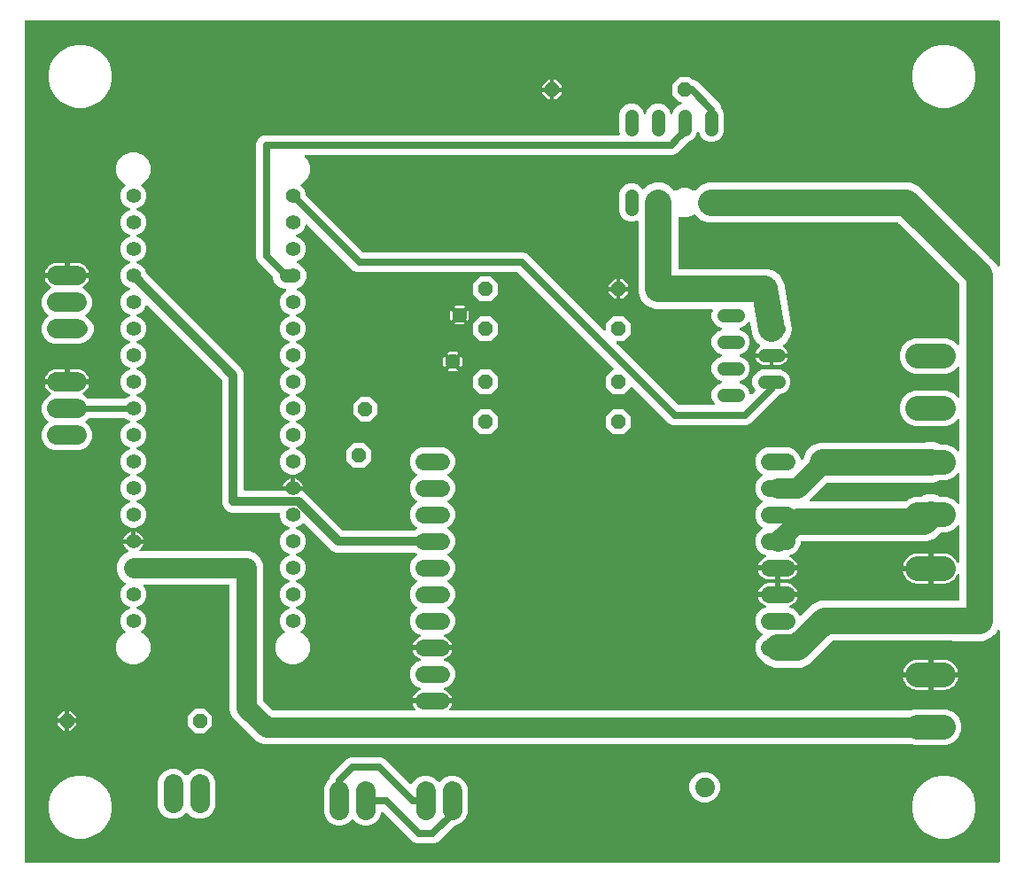
<source format=gbr>
G04 EAGLE Gerber RS-274X export*
G75*
%MOMM*%
%FSLAX34Y34*%
%LPD*%
%INBottom Copper*%
%IPPOS*%
%AMOC8*
5,1,8,0,0,1.08239X$1,22.5*%
G01*
%ADD10C,1.308000*%
%ADD11P,1.429621X8X22.500000*%
%ADD12C,2.400000*%
%ADD13C,1.648500*%
%ADD14C,1.408000*%
%ADD15P,1.429621X8X202.500000*%
%ADD16C,1.879600*%
%ADD17P,1.429621X8X247.500000*%
%ADD18P,1.429621X8X67.500000*%
%ADD19C,1.879600*%
%ADD20P,0.818720X8X22.500000*%
%ADD21C,0.756400*%
%ADD22C,2.540000*%
%ADD23C,0.635000*%
%ADD24C,1.270000*%
%ADD25C,1.905000*%
%ADD26C,0.812800*%
%ADD27C,0.609600*%

G36*
X941188Y10176D02*
X941188Y10176D01*
X941307Y10183D01*
X941345Y10196D01*
X941386Y10201D01*
X941496Y10244D01*
X941609Y10281D01*
X941644Y10303D01*
X941681Y10318D01*
X941777Y10387D01*
X941878Y10451D01*
X941906Y10481D01*
X941939Y10504D01*
X942015Y10596D01*
X942096Y10683D01*
X942116Y10718D01*
X942141Y10749D01*
X942192Y10857D01*
X942250Y10961D01*
X942260Y11001D01*
X942277Y11037D01*
X942299Y11154D01*
X942329Y11269D01*
X942333Y11329D01*
X942337Y11349D01*
X942335Y11370D01*
X942339Y11430D01*
X942339Y231641D01*
X942331Y231710D01*
X942332Y231780D01*
X942311Y231867D01*
X942299Y231956D01*
X942274Y232021D01*
X942257Y232089D01*
X942215Y232168D01*
X942182Y232252D01*
X942141Y232308D01*
X942109Y232370D01*
X942048Y232436D01*
X941996Y232509D01*
X941942Y232554D01*
X941895Y232605D01*
X941820Y232655D01*
X941751Y232712D01*
X941687Y232742D01*
X941629Y232780D01*
X941544Y232809D01*
X941463Y232847D01*
X941394Y232861D01*
X941328Y232883D01*
X941239Y232890D01*
X941151Y232907D01*
X941081Y232903D01*
X941011Y232908D01*
X940923Y232893D01*
X940833Y232888D01*
X940767Y232866D01*
X940698Y232854D01*
X940616Y232817D01*
X940531Y232789D01*
X940472Y232752D01*
X940408Y232723D01*
X940338Y232667D01*
X940262Y232619D01*
X940214Y232569D01*
X940160Y232525D01*
X940105Y232453D01*
X940044Y232388D01*
X940010Y232327D01*
X939968Y232271D01*
X939897Y232126D01*
X939211Y230468D01*
X936511Y227811D01*
X936509Y227809D01*
X936504Y227804D01*
X933826Y225126D01*
X930317Y223705D01*
X930314Y223703D01*
X930307Y223701D01*
X926807Y222251D01*
X923021Y222281D01*
X923018Y222280D01*
X923011Y222281D01*
X919220Y222281D01*
X919150Y222300D01*
X919146Y222300D01*
X919142Y222301D01*
X918981Y222313D01*
X876232Y222649D01*
X876229Y222649D01*
X876222Y222649D01*
X783117Y222649D01*
X783019Y222637D01*
X782920Y222634D01*
X782861Y222617D01*
X782801Y222609D01*
X782709Y222573D01*
X782614Y222545D01*
X782562Y222515D01*
X782506Y222492D01*
X782426Y222434D01*
X782340Y222384D01*
X782265Y222318D01*
X782248Y222306D01*
X782240Y222296D01*
X782219Y222278D01*
X759691Y199750D01*
X752689Y196849D01*
X726461Y196849D01*
X719459Y199750D01*
X714882Y204326D01*
X714875Y204331D01*
X714869Y204339D01*
X714750Y204429D01*
X714631Y204521D01*
X714623Y204524D01*
X714615Y204530D01*
X714471Y204601D01*
X714460Y204605D01*
X710713Y208353D01*
X708684Y213250D01*
X708684Y218550D01*
X710713Y223447D01*
X714460Y227195D01*
X714471Y227199D01*
X714479Y227204D01*
X714488Y227206D01*
X714616Y227282D01*
X714747Y227357D01*
X714754Y227363D01*
X714762Y227368D01*
X714882Y227474D01*
X715205Y227797D01*
X715236Y227836D01*
X715272Y227870D01*
X715333Y227961D01*
X715400Y228048D01*
X715420Y228094D01*
X715447Y228135D01*
X715483Y228239D01*
X715527Y228340D01*
X715534Y228389D01*
X715550Y228436D01*
X715559Y228546D01*
X715576Y228654D01*
X715572Y228704D01*
X715576Y228753D01*
X715557Y228861D01*
X715547Y228971D01*
X715530Y229018D01*
X715521Y229067D01*
X715476Y229167D01*
X715439Y229270D01*
X715411Y229311D01*
X715391Y229357D01*
X715322Y229442D01*
X715260Y229533D01*
X715223Y229566D01*
X715192Y229605D01*
X715104Y229671D01*
X715022Y229744D01*
X714978Y229766D01*
X714938Y229796D01*
X714793Y229867D01*
X714460Y230005D01*
X710713Y233753D01*
X708684Y238650D01*
X708684Y243950D01*
X710713Y248847D01*
X714461Y252595D01*
X718343Y254203D01*
X718369Y254218D01*
X718397Y254227D01*
X718507Y254297D01*
X718619Y254361D01*
X718641Y254381D01*
X718666Y254397D01*
X718755Y254492D01*
X718848Y254582D01*
X718863Y254607D01*
X718884Y254629D01*
X718946Y254743D01*
X719014Y254853D01*
X719023Y254882D01*
X719037Y254908D01*
X719070Y255033D01*
X719108Y255157D01*
X719109Y255187D01*
X719116Y255216D01*
X719117Y255346D01*
X719123Y255475D01*
X719117Y255504D01*
X719117Y255534D01*
X719085Y255659D01*
X719058Y255786D01*
X719045Y255813D01*
X719038Y255842D01*
X718976Y255955D01*
X718919Y256072D01*
X718899Y256095D01*
X718885Y256121D01*
X718797Y256215D01*
X718712Y256314D01*
X718688Y256331D01*
X718668Y256353D01*
X718558Y256422D01*
X718452Y256497D01*
X718424Y256507D01*
X718399Y256524D01*
X718250Y256583D01*
X717868Y256707D01*
X716356Y257477D01*
X714983Y258475D01*
X713783Y259675D01*
X712785Y261048D01*
X712014Y262561D01*
X711494Y264161D01*
X728980Y264161D01*
X729098Y264176D01*
X729217Y264183D01*
X729255Y264196D01*
X729295Y264201D01*
X729406Y264244D01*
X729519Y264281D01*
X729553Y264303D01*
X729591Y264318D01*
X729687Y264388D01*
X729788Y264451D01*
X729816Y264481D01*
X729848Y264504D01*
X729924Y264596D01*
X730006Y264683D01*
X730025Y264718D01*
X730051Y264749D01*
X730102Y264857D01*
X730159Y264961D01*
X730170Y265001D01*
X730187Y265037D01*
X730209Y265154D01*
X730239Y265269D01*
X730243Y265330D01*
X730247Y265350D01*
X730245Y265370D01*
X730249Y265430D01*
X730249Y266701D01*
X730251Y266701D01*
X730251Y265430D01*
X730266Y265312D01*
X730273Y265193D01*
X730286Y265155D01*
X730291Y265114D01*
X730335Y265004D01*
X730371Y264891D01*
X730393Y264856D01*
X730408Y264819D01*
X730478Y264723D01*
X730541Y264622D01*
X730571Y264594D01*
X730595Y264561D01*
X730686Y264486D01*
X730773Y264404D01*
X730808Y264384D01*
X730840Y264359D01*
X730947Y264308D01*
X731052Y264250D01*
X731091Y264240D01*
X731127Y264223D01*
X731244Y264201D01*
X731359Y264171D01*
X731420Y264167D01*
X731440Y264163D01*
X731460Y264165D01*
X731520Y264161D01*
X749006Y264161D01*
X748486Y262561D01*
X747715Y261048D01*
X746717Y259675D01*
X745517Y258475D01*
X744144Y257477D01*
X742632Y256707D01*
X742250Y256583D01*
X742223Y256570D01*
X742194Y256563D01*
X742080Y256503D01*
X741963Y256447D01*
X741940Y256428D01*
X741913Y256414D01*
X741817Y256327D01*
X741718Y256245D01*
X741700Y256221D01*
X741678Y256201D01*
X741607Y256092D01*
X741531Y255988D01*
X741520Y255960D01*
X741503Y255935D01*
X741461Y255812D01*
X741413Y255692D01*
X741410Y255662D01*
X741400Y255634D01*
X741390Y255505D01*
X741373Y255376D01*
X741377Y255347D01*
X741375Y255317D01*
X741397Y255189D01*
X741413Y255061D01*
X741424Y255033D01*
X741429Y255004D01*
X741482Y254886D01*
X741530Y254765D01*
X741547Y254741D01*
X741560Y254714D01*
X741640Y254613D01*
X741717Y254508D01*
X741740Y254489D01*
X741758Y254465D01*
X741862Y254387D01*
X741961Y254305D01*
X741989Y254292D01*
X742012Y254274D01*
X742157Y254203D01*
X746039Y252595D01*
X749787Y248847D01*
X750559Y246983D01*
X750565Y246973D01*
X750566Y246971D01*
X750570Y246965D01*
X750584Y246940D01*
X750601Y246893D01*
X750663Y246802D01*
X750717Y246707D01*
X750752Y246671D01*
X750779Y246630D01*
X750862Y246558D01*
X750938Y246478D01*
X750981Y246452D01*
X751018Y246420D01*
X751116Y246370D01*
X751209Y246312D01*
X751257Y246298D01*
X751301Y246275D01*
X751408Y246251D01*
X751513Y246219D01*
X751563Y246216D01*
X751611Y246205D01*
X751721Y246209D01*
X751831Y246203D01*
X751880Y246214D01*
X751929Y246215D01*
X752035Y246246D01*
X752142Y246268D01*
X752187Y246290D01*
X752235Y246303D01*
X752329Y246359D01*
X752428Y246407D01*
X752466Y246440D01*
X752509Y246465D01*
X752630Y246571D01*
X758371Y252313D01*
X763909Y257850D01*
X770911Y260751D01*
X872341Y260751D01*
X872346Y260751D01*
X872350Y260751D01*
X872503Y260771D01*
X872578Y260781D01*
X876369Y260751D01*
X876372Y260751D01*
X876379Y260751D01*
X880170Y260751D01*
X880240Y260732D01*
X880244Y260732D01*
X880248Y260730D01*
X880409Y260719D01*
X902760Y260543D01*
X902883Y260558D01*
X903007Y260565D01*
X903041Y260576D01*
X903076Y260580D01*
X903192Y260625D01*
X903309Y260663D01*
X903339Y260682D01*
X903372Y260695D01*
X903473Y260767D01*
X903578Y260833D01*
X903602Y260859D01*
X903631Y260880D01*
X903711Y260975D01*
X903796Y261065D01*
X903813Y261096D01*
X903836Y261123D01*
X903890Y261235D01*
X903950Y261344D01*
X903958Y261378D01*
X903974Y261410D01*
X903998Y261531D01*
X904029Y261651D01*
X904032Y261703D01*
X904036Y261722D01*
X904035Y261743D01*
X904039Y261812D01*
X904039Y285275D01*
X904037Y285294D01*
X904039Y285314D01*
X904017Y285452D01*
X903999Y285590D01*
X903992Y285609D01*
X903989Y285628D01*
X903934Y285756D01*
X903882Y285886D01*
X903871Y285902D01*
X903863Y285920D01*
X903777Y286030D01*
X903696Y286143D01*
X903680Y286156D01*
X903668Y286172D01*
X903558Y286257D01*
X903451Y286346D01*
X903433Y286354D01*
X903417Y286367D01*
X903289Y286422D01*
X903163Y286481D01*
X903143Y286485D01*
X903125Y286493D01*
X902987Y286515D01*
X902851Y286541D01*
X902831Y286540D01*
X902811Y286543D01*
X902672Y286530D01*
X902533Y286522D01*
X902514Y286515D01*
X902494Y286514D01*
X902363Y286466D01*
X902231Y286423D01*
X902214Y286413D01*
X902195Y286406D01*
X902080Y286328D01*
X901962Y286253D01*
X901948Y286239D01*
X901932Y286228D01*
X901840Y286123D01*
X901744Y286022D01*
X901734Y286004D01*
X901721Y285989D01*
X901639Y285851D01*
X900736Y284079D01*
X899391Y282227D01*
X897773Y280609D01*
X895921Y279264D01*
X893882Y278225D01*
X891705Y277517D01*
X889444Y277159D01*
X878839Y277159D01*
X878839Y290430D01*
X878824Y290548D01*
X878817Y290667D01*
X878804Y290705D01*
X878799Y290745D01*
X878756Y290856D01*
X878719Y290969D01*
X878697Y291003D01*
X878682Y291041D01*
X878612Y291137D01*
X878549Y291238D01*
X878519Y291266D01*
X878495Y291298D01*
X878404Y291374D01*
X878317Y291456D01*
X878282Y291475D01*
X878251Y291501D01*
X878143Y291552D01*
X878039Y291609D01*
X877999Y291620D01*
X877963Y291637D01*
X877846Y291659D01*
X877731Y291689D01*
X877670Y291693D01*
X877650Y291697D01*
X877630Y291695D01*
X877570Y291699D01*
X876299Y291699D01*
X876299Y291701D01*
X877570Y291701D01*
X877688Y291716D01*
X877807Y291723D01*
X877845Y291736D01*
X877885Y291741D01*
X877996Y291785D01*
X878109Y291821D01*
X878144Y291843D01*
X878181Y291858D01*
X878277Y291928D01*
X878378Y291991D01*
X878406Y292021D01*
X878439Y292045D01*
X878514Y292136D01*
X878596Y292223D01*
X878616Y292258D01*
X878641Y292290D01*
X878692Y292397D01*
X878750Y292502D01*
X878760Y292541D01*
X878777Y292577D01*
X878799Y292694D01*
X878829Y292809D01*
X878833Y292870D01*
X878837Y292890D01*
X878835Y292910D01*
X878839Y292970D01*
X878839Y306241D01*
X889444Y306241D01*
X891705Y305883D01*
X893882Y305175D01*
X895921Y304136D01*
X897773Y302791D01*
X899391Y301173D01*
X900736Y299321D01*
X901639Y297549D01*
X901650Y297533D01*
X901658Y297514D01*
X901739Y297402D01*
X901818Y297286D01*
X901833Y297273D01*
X901844Y297257D01*
X901952Y297168D01*
X902056Y297076D01*
X902074Y297067D01*
X902089Y297054D01*
X902215Y296995D01*
X902340Y296931D01*
X902359Y296927D01*
X902377Y296919D01*
X902514Y296892D01*
X902650Y296862D01*
X902670Y296862D01*
X902690Y296859D01*
X902829Y296867D01*
X902968Y296872D01*
X902987Y296877D01*
X903007Y296878D01*
X903139Y296921D01*
X903273Y296960D01*
X903291Y296970D01*
X903309Y296977D01*
X903427Y297051D01*
X903547Y297122D01*
X903561Y297136D01*
X903578Y297147D01*
X903674Y297248D01*
X903772Y297347D01*
X903782Y297364D01*
X903796Y297378D01*
X903863Y297500D01*
X903934Y297620D01*
X903940Y297639D01*
X903950Y297657D01*
X903984Y297791D01*
X904023Y297926D01*
X904024Y297945D01*
X904029Y297965D01*
X904039Y298125D01*
X904039Y331819D01*
X904022Y331957D01*
X904009Y332096D01*
X904002Y332115D01*
X903999Y332135D01*
X903948Y332264D01*
X903901Y332395D01*
X903890Y332412D01*
X903882Y332430D01*
X903801Y332543D01*
X903723Y332658D01*
X903707Y332671D01*
X903696Y332688D01*
X903588Y332777D01*
X903484Y332868D01*
X903466Y332878D01*
X903451Y332891D01*
X903325Y332950D01*
X903201Y333013D01*
X903181Y333018D01*
X903163Y333026D01*
X903027Y333052D01*
X902891Y333083D01*
X902870Y333082D01*
X902851Y333086D01*
X902712Y333077D01*
X902573Y333073D01*
X902553Y333067D01*
X902533Y333066D01*
X902401Y333023D01*
X902267Y332985D01*
X902250Y332974D01*
X902231Y332968D01*
X902113Y332894D01*
X901993Y332823D01*
X901972Y332805D01*
X901962Y332798D01*
X901948Y332783D01*
X901873Y332717D01*
X897975Y328820D01*
X891698Y326219D01*
X886687Y326219D01*
X886589Y326207D01*
X886490Y326204D01*
X886431Y326187D01*
X886371Y326179D01*
X886279Y326143D01*
X886184Y326115D01*
X886132Y326085D01*
X886076Y326062D01*
X885996Y326004D01*
X885910Y325954D01*
X885835Y325888D01*
X885818Y325876D01*
X885810Y325866D01*
X885808Y325864D01*
X885803Y325860D01*
X885801Y325858D01*
X885789Y325848D01*
X880341Y320400D01*
X873339Y317499D01*
X753227Y317499D01*
X753129Y317487D01*
X753029Y317484D01*
X752971Y317467D01*
X752911Y317459D01*
X752819Y317423D01*
X752724Y317395D01*
X752672Y317365D01*
X752615Y317342D01*
X752535Y317284D01*
X752450Y317234D01*
X752375Y317168D01*
X752358Y317156D01*
X752350Y317146D01*
X752329Y317128D01*
X752187Y316986D01*
X752127Y316908D01*
X752059Y316835D01*
X752030Y316782D01*
X751993Y316735D01*
X751953Y316644D01*
X751905Y316557D01*
X751890Y316498D01*
X751866Y316443D01*
X751851Y316345D01*
X751826Y316249D01*
X751820Y316149D01*
X751816Y316129D01*
X751818Y316116D01*
X751816Y316088D01*
X751816Y314850D01*
X749787Y309953D01*
X746039Y306205D01*
X742157Y304597D01*
X742131Y304582D01*
X742103Y304573D01*
X741993Y304503D01*
X741881Y304439D01*
X741859Y304419D01*
X741834Y304403D01*
X741745Y304308D01*
X741652Y304218D01*
X741637Y304193D01*
X741616Y304171D01*
X741554Y304057D01*
X741486Y303947D01*
X741477Y303918D01*
X741463Y303892D01*
X741430Y303767D01*
X741392Y303643D01*
X741391Y303613D01*
X741384Y303584D01*
X741383Y303454D01*
X741377Y303325D01*
X741383Y303296D01*
X741383Y303266D01*
X741415Y303141D01*
X741442Y303014D01*
X741455Y302987D01*
X741462Y302958D01*
X741524Y302845D01*
X741581Y302728D01*
X741601Y302705D01*
X741615Y302679D01*
X741703Y302585D01*
X741788Y302486D01*
X741812Y302469D01*
X741832Y302447D01*
X741942Y302378D01*
X742048Y302303D01*
X742076Y302293D01*
X742101Y302276D01*
X742250Y302217D01*
X742632Y302093D01*
X744144Y301323D01*
X745517Y300325D01*
X746717Y299125D01*
X747715Y297752D01*
X748486Y296239D01*
X749006Y294639D01*
X731520Y294639D01*
X731402Y294624D01*
X731283Y294617D01*
X731245Y294604D01*
X731205Y294599D01*
X731094Y294556D01*
X730981Y294519D01*
X730947Y294497D01*
X730909Y294482D01*
X730813Y294412D01*
X730712Y294349D01*
X730684Y294319D01*
X730652Y294295D01*
X730576Y294204D01*
X730494Y294117D01*
X730475Y294082D01*
X730449Y294051D01*
X730398Y293943D01*
X730341Y293839D01*
X730330Y293799D01*
X730313Y293763D01*
X730291Y293646D01*
X730261Y293531D01*
X730257Y293470D01*
X730253Y293450D01*
X730255Y293430D01*
X730251Y293370D01*
X730251Y292099D01*
X730249Y292099D01*
X730249Y293370D01*
X730234Y293488D01*
X730227Y293607D01*
X730214Y293645D01*
X730209Y293685D01*
X730165Y293796D01*
X730129Y293909D01*
X730107Y293944D01*
X730092Y293981D01*
X730022Y294077D01*
X729959Y294178D01*
X729929Y294206D01*
X729905Y294239D01*
X729814Y294314D01*
X729727Y294396D01*
X729692Y294416D01*
X729660Y294441D01*
X729553Y294492D01*
X729448Y294550D01*
X729409Y294560D01*
X729373Y294577D01*
X729256Y294599D01*
X729141Y294629D01*
X729080Y294633D01*
X729060Y294637D01*
X729040Y294635D01*
X728980Y294639D01*
X711494Y294639D01*
X712014Y296239D01*
X712785Y297752D01*
X713783Y299125D01*
X714983Y300325D01*
X716356Y301323D01*
X717868Y302093D01*
X718250Y302217D01*
X718277Y302230D01*
X718306Y302237D01*
X718420Y302297D01*
X718537Y302353D01*
X718560Y302372D01*
X718587Y302386D01*
X718683Y302473D01*
X718782Y302555D01*
X718800Y302579D01*
X718822Y302599D01*
X718893Y302708D01*
X718969Y302812D01*
X718980Y302840D01*
X718997Y302865D01*
X719039Y302988D01*
X719087Y303108D01*
X719090Y303138D01*
X719100Y303166D01*
X719110Y303295D01*
X719127Y303424D01*
X719123Y303453D01*
X719125Y303483D01*
X719103Y303611D01*
X719087Y303739D01*
X719076Y303767D01*
X719071Y303796D01*
X719018Y303914D01*
X718970Y304035D01*
X718953Y304059D01*
X718940Y304086D01*
X718860Y304187D01*
X718783Y304292D01*
X718760Y304311D01*
X718742Y304335D01*
X718638Y304413D01*
X718539Y304495D01*
X718511Y304508D01*
X718488Y304526D01*
X718343Y304597D01*
X714461Y306205D01*
X710713Y309953D01*
X708684Y314850D01*
X708684Y320150D01*
X710713Y325047D01*
X714460Y328795D01*
X715022Y329027D01*
X715142Y329096D01*
X715265Y329161D01*
X715280Y329175D01*
X715298Y329185D01*
X715398Y329282D01*
X715501Y329375D01*
X715512Y329392D01*
X715526Y329406D01*
X715599Y329525D01*
X715675Y329641D01*
X715682Y329660D01*
X715693Y329677D01*
X715734Y329810D01*
X715779Y329942D01*
X715780Y329962D01*
X715786Y329981D01*
X715793Y330120D01*
X715804Y330259D01*
X715800Y330279D01*
X715801Y330299D01*
X715773Y330435D01*
X715750Y330572D01*
X715741Y330591D01*
X715737Y330610D01*
X715676Y330735D01*
X715619Y330862D01*
X715606Y330878D01*
X715597Y330896D01*
X715507Y331002D01*
X715420Y331110D01*
X715404Y331123D01*
X715391Y331138D01*
X715277Y331218D01*
X715166Y331302D01*
X715141Y331314D01*
X715131Y331321D01*
X715112Y331328D01*
X715022Y331373D01*
X714461Y331605D01*
X710713Y335353D01*
X708684Y340250D01*
X708684Y345550D01*
X710713Y350447D01*
X714460Y354195D01*
X715022Y354427D01*
X715142Y354496D01*
X715265Y354561D01*
X715280Y354575D01*
X715298Y354585D01*
X715398Y354682D01*
X715501Y354775D01*
X715512Y354792D01*
X715526Y354806D01*
X715599Y354925D01*
X715675Y355041D01*
X715682Y355060D01*
X715693Y355077D01*
X715734Y355210D01*
X715779Y355342D01*
X715780Y355362D01*
X715786Y355381D01*
X715793Y355520D01*
X715804Y355659D01*
X715800Y355679D01*
X715801Y355699D01*
X715773Y355835D01*
X715750Y355972D01*
X715741Y355991D01*
X715737Y356010D01*
X715676Y356135D01*
X715619Y356262D01*
X715606Y356278D01*
X715597Y356296D01*
X715507Y356402D01*
X715420Y356510D01*
X715404Y356523D01*
X715391Y356538D01*
X715277Y356618D01*
X715166Y356702D01*
X715141Y356714D01*
X715131Y356721D01*
X715112Y356728D01*
X715022Y356773D01*
X714461Y357005D01*
X710713Y360753D01*
X708684Y365650D01*
X708684Y370950D01*
X710713Y375847D01*
X714460Y379595D01*
X715022Y379827D01*
X715142Y379896D01*
X715265Y379961D01*
X715280Y379975D01*
X715298Y379985D01*
X715398Y380082D01*
X715501Y380175D01*
X715512Y380192D01*
X715526Y380206D01*
X715599Y380325D01*
X715675Y380441D01*
X715682Y380460D01*
X715693Y380477D01*
X715734Y380610D01*
X715779Y380742D01*
X715780Y380762D01*
X715786Y380781D01*
X715793Y380920D01*
X715804Y381059D01*
X715800Y381079D01*
X715801Y381099D01*
X715773Y381235D01*
X715750Y381372D01*
X715741Y381391D01*
X715737Y381410D01*
X715676Y381535D01*
X715619Y381662D01*
X715606Y381678D01*
X715597Y381696D01*
X715507Y381802D01*
X715420Y381910D01*
X715404Y381923D01*
X715391Y381938D01*
X715277Y382018D01*
X715166Y382102D01*
X715141Y382114D01*
X715131Y382121D01*
X715112Y382128D01*
X715022Y382173D01*
X714461Y382405D01*
X710713Y386153D01*
X708684Y391050D01*
X708684Y396350D01*
X710713Y401247D01*
X714461Y404995D01*
X719357Y407023D01*
X741143Y407023D01*
X746039Y404995D01*
X749787Y401247D01*
X751824Y396330D01*
X751833Y396258D01*
X751846Y396120D01*
X751853Y396101D01*
X751856Y396080D01*
X751907Y395951D01*
X751954Y395820D01*
X751965Y395804D01*
X751973Y395785D01*
X752054Y395672D01*
X752132Y395557D01*
X752148Y395544D01*
X752159Y395527D01*
X752267Y395439D01*
X752371Y395347D01*
X752389Y395338D01*
X752404Y395325D01*
X752530Y395265D01*
X752654Y395202D01*
X752674Y395198D01*
X752692Y395189D01*
X752829Y395163D01*
X752964Y395133D01*
X752985Y395133D01*
X753004Y395129D01*
X753143Y395138D01*
X753282Y395142D01*
X753302Y395148D01*
X753322Y395149D01*
X753454Y395192D01*
X753588Y395231D01*
X753605Y395241D01*
X753624Y395247D01*
X753742Y395322D01*
X753862Y395392D01*
X753883Y395411D01*
X753893Y395417D01*
X753907Y395432D01*
X753983Y395499D01*
X754169Y395685D01*
X754230Y395763D01*
X754298Y395836D01*
X754327Y395889D01*
X754364Y395937D01*
X754403Y396027D01*
X754451Y396114D01*
X754466Y396173D01*
X754490Y396228D01*
X754506Y396326D01*
X754530Y396419D01*
X757441Y403447D01*
X762800Y408806D01*
X769802Y411707D01*
X870703Y411707D01*
X870713Y411708D01*
X870722Y411707D01*
X870871Y411728D01*
X871019Y411747D01*
X871028Y411750D01*
X871037Y411751D01*
X871189Y411803D01*
X872511Y412351D01*
X880089Y412351D01*
X884612Y410477D01*
X884621Y410475D01*
X884629Y410470D01*
X884774Y410433D01*
X884919Y410393D01*
X884928Y410393D01*
X884937Y410391D01*
X885098Y410381D01*
X891698Y410381D01*
X897975Y407780D01*
X901873Y403883D01*
X901982Y403798D01*
X902089Y403709D01*
X902108Y403701D01*
X902124Y403688D01*
X902252Y403633D01*
X902377Y403574D01*
X902397Y403570D01*
X902416Y403562D01*
X902554Y403540D01*
X902690Y403514D01*
X902710Y403515D01*
X902730Y403512D01*
X902869Y403525D01*
X903007Y403534D01*
X903026Y403540D01*
X903046Y403542D01*
X903178Y403589D01*
X903309Y403632D01*
X903327Y403643D01*
X903346Y403650D01*
X903461Y403728D01*
X903578Y403802D01*
X903592Y403817D01*
X903609Y403828D01*
X903701Y403932D01*
X903796Y404034D01*
X903806Y404051D01*
X903819Y404067D01*
X903883Y404191D01*
X903950Y404312D01*
X903955Y404332D01*
X903964Y404350D01*
X903994Y404486D01*
X904029Y404620D01*
X904031Y404648D01*
X904034Y404660D01*
X904033Y404681D01*
X904039Y404781D01*
X904039Y433419D01*
X904022Y433557D01*
X904009Y433696D01*
X904002Y433715D01*
X903999Y433735D01*
X903948Y433864D01*
X903901Y433995D01*
X903890Y434012D01*
X903882Y434030D01*
X903801Y434143D01*
X903723Y434258D01*
X903707Y434271D01*
X903696Y434288D01*
X903588Y434377D01*
X903484Y434468D01*
X903466Y434478D01*
X903451Y434491D01*
X903325Y434550D01*
X903201Y434613D01*
X903181Y434618D01*
X903163Y434626D01*
X903027Y434652D01*
X902891Y434683D01*
X902870Y434682D01*
X902851Y434686D01*
X902712Y434677D01*
X902573Y434673D01*
X902553Y434667D01*
X902533Y434666D01*
X902401Y434623D01*
X902267Y434585D01*
X902250Y434574D01*
X902231Y434568D01*
X902113Y434494D01*
X901993Y434423D01*
X901972Y434405D01*
X901962Y434398D01*
X901948Y434383D01*
X901873Y434317D01*
X897975Y430420D01*
X891698Y427819D01*
X860902Y427819D01*
X854625Y430420D01*
X849820Y435225D01*
X847219Y441502D01*
X847219Y448298D01*
X849820Y454575D01*
X854625Y459380D01*
X860902Y461981D01*
X891698Y461981D01*
X897975Y459380D01*
X901873Y455483D01*
X901982Y455398D01*
X902089Y455309D01*
X902108Y455301D01*
X902124Y455288D01*
X902252Y455233D01*
X902377Y455174D01*
X902397Y455170D01*
X902416Y455162D01*
X902554Y455140D01*
X902690Y455114D01*
X902710Y455115D01*
X902730Y455112D01*
X902869Y455125D01*
X903007Y455134D01*
X903026Y455140D01*
X903046Y455142D01*
X903178Y455189D01*
X903309Y455232D01*
X903327Y455243D01*
X903346Y455250D01*
X903461Y455328D01*
X903578Y455402D01*
X903592Y455417D01*
X903609Y455428D01*
X903701Y455532D01*
X903796Y455634D01*
X903806Y455651D01*
X903819Y455667D01*
X903883Y455791D01*
X903950Y455912D01*
X903955Y455932D01*
X903964Y455950D01*
X903994Y456086D01*
X904029Y456220D01*
X904031Y456248D01*
X904034Y456260D01*
X904033Y456280D01*
X904039Y456381D01*
X904039Y483419D01*
X904022Y483557D01*
X904009Y483696D01*
X904002Y483715D01*
X903999Y483735D01*
X903948Y483864D01*
X903901Y483995D01*
X903890Y484012D01*
X903882Y484030D01*
X903801Y484143D01*
X903723Y484258D01*
X903707Y484271D01*
X903696Y484288D01*
X903588Y484377D01*
X903484Y484468D01*
X903466Y484478D01*
X903451Y484491D01*
X903325Y484550D01*
X903201Y484613D01*
X903181Y484618D01*
X903163Y484626D01*
X903027Y484652D01*
X902891Y484683D01*
X902870Y484682D01*
X902851Y484686D01*
X902712Y484677D01*
X902573Y484673D01*
X902553Y484667D01*
X902533Y484666D01*
X902401Y484623D01*
X902267Y484585D01*
X902250Y484574D01*
X902231Y484568D01*
X902113Y484494D01*
X901993Y484423D01*
X901972Y484405D01*
X901962Y484398D01*
X901948Y484383D01*
X901873Y484317D01*
X897975Y480420D01*
X891698Y477819D01*
X860902Y477819D01*
X854625Y480420D01*
X849820Y485225D01*
X847219Y491502D01*
X847219Y498298D01*
X849820Y504575D01*
X854625Y509380D01*
X860902Y511981D01*
X891698Y511981D01*
X897975Y509380D01*
X901873Y505483D01*
X901982Y505398D01*
X902089Y505309D01*
X902108Y505301D01*
X902124Y505288D01*
X902252Y505233D01*
X902377Y505174D01*
X902397Y505170D01*
X902416Y505162D01*
X902554Y505140D01*
X902690Y505114D01*
X902710Y505115D01*
X902730Y505112D01*
X902869Y505125D01*
X903007Y505134D01*
X903026Y505140D01*
X903046Y505142D01*
X903178Y505189D01*
X903309Y505232D01*
X903327Y505243D01*
X903346Y505250D01*
X903461Y505328D01*
X903578Y505402D01*
X903592Y505417D01*
X903609Y505428D01*
X903701Y505532D01*
X903796Y505634D01*
X903806Y505651D01*
X903819Y505667D01*
X903883Y505791D01*
X903950Y505912D01*
X903955Y505932D01*
X903964Y505950D01*
X903994Y506086D01*
X904029Y506220D01*
X904031Y506248D01*
X904034Y506260D01*
X904033Y506281D01*
X904039Y506381D01*
X904039Y563083D01*
X904027Y563181D01*
X904024Y563280D01*
X904007Y563339D01*
X903999Y563399D01*
X903963Y563491D01*
X903935Y563586D01*
X903905Y563638D01*
X903882Y563694D01*
X903824Y563774D01*
X903774Y563860D01*
X903708Y563935D01*
X903696Y563952D01*
X903686Y563960D01*
X903668Y563981D01*
X845721Y621928D01*
X845642Y621988D01*
X845570Y622056D01*
X845517Y622085D01*
X845469Y622122D01*
X845378Y622162D01*
X845292Y622210D01*
X845233Y622225D01*
X845178Y622249D01*
X845080Y622264D01*
X844984Y622289D01*
X844884Y622295D01*
X844863Y622299D01*
X844851Y622297D01*
X844823Y622299D01*
X662961Y622299D01*
X655959Y625200D01*
X651472Y629686D01*
X651378Y629759D01*
X651289Y629838D01*
X651253Y629856D01*
X651221Y629881D01*
X651112Y629928D01*
X651006Y629982D01*
X650966Y629991D01*
X650929Y630007D01*
X650811Y630026D01*
X650695Y630052D01*
X650655Y630051D01*
X650615Y630057D01*
X650496Y630046D01*
X650377Y630042D01*
X650339Y630031D01*
X650298Y630027D01*
X650186Y629987D01*
X650072Y629954D01*
X650037Y629933D01*
X649999Y629920D01*
X649901Y629853D01*
X649798Y629792D01*
X649753Y629753D01*
X649736Y629741D01*
X649722Y629726D01*
X649677Y629686D01*
X649357Y629366D01*
X644162Y627214D01*
X638538Y627214D01*
X636756Y627953D01*
X636708Y627966D01*
X636663Y627987D01*
X636555Y628007D01*
X636449Y628036D01*
X636399Y628037D01*
X636350Y628047D01*
X636241Y628040D01*
X636131Y628042D01*
X636083Y628030D01*
X636033Y628027D01*
X635929Y627993D01*
X635822Y627967D01*
X635778Y627944D01*
X635731Y627929D01*
X635638Y627870D01*
X635541Y627819D01*
X635504Y627785D01*
X635462Y627759D01*
X635387Y627679D01*
X635305Y627605D01*
X635278Y627563D01*
X635244Y627527D01*
X635191Y627431D01*
X635131Y627339D01*
X635114Y627292D01*
X635090Y627249D01*
X635063Y627142D01*
X635027Y627038D01*
X635023Y626989D01*
X635011Y626941D01*
X635001Y626780D01*
X635001Y579120D01*
X635016Y579002D01*
X635023Y578883D01*
X635036Y578845D01*
X635041Y578804D01*
X635084Y578694D01*
X635121Y578581D01*
X635143Y578546D01*
X635158Y578509D01*
X635227Y578413D01*
X635291Y578312D01*
X635321Y578284D01*
X635344Y578251D01*
X635436Y578175D01*
X635523Y578094D01*
X635558Y578074D01*
X635589Y578049D01*
X635697Y577998D01*
X635801Y577940D01*
X635841Y577930D01*
X635877Y577913D01*
X635994Y577891D01*
X636109Y577861D01*
X636169Y577857D01*
X636189Y577853D01*
X636210Y577855D01*
X636270Y577851D01*
X715777Y577851D01*
X715807Y577854D01*
X715837Y577852D01*
X715997Y577870D01*
X717983Y578219D01*
X719505Y577881D01*
X719563Y577876D01*
X719619Y577861D01*
X719780Y577851D01*
X721339Y577851D01*
X723202Y577079D01*
X723231Y577071D01*
X723258Y577058D01*
X723413Y577013D01*
X725381Y576575D01*
X726658Y575680D01*
X726710Y575653D01*
X726756Y575618D01*
X726901Y575547D01*
X728341Y574950D01*
X729767Y573525D01*
X729791Y573506D01*
X729810Y573483D01*
X729936Y573383D01*
X731587Y572225D01*
X732425Y570910D01*
X732462Y570865D01*
X732491Y570815D01*
X732598Y570694D01*
X733700Y569591D01*
X734472Y567728D01*
X734487Y567702D01*
X734496Y567674D01*
X734574Y567533D01*
X735657Y565832D01*
X735927Y564296D01*
X735944Y564240D01*
X735952Y564182D01*
X736004Y564030D01*
X736601Y562589D01*
X736601Y560573D01*
X736604Y560543D01*
X736602Y560513D01*
X736620Y560353D01*
X743669Y520267D01*
X742025Y512869D01*
X737675Y506663D01*
X735466Y505257D01*
X735360Y505169D01*
X735251Y505084D01*
X735238Y505067D01*
X735222Y505054D01*
X735141Y504942D01*
X735056Y504833D01*
X735047Y504813D01*
X735035Y504796D01*
X734984Y504667D01*
X734929Y504541D01*
X734926Y504520D01*
X734918Y504501D01*
X734901Y504363D01*
X734879Y504227D01*
X734881Y504206D01*
X734879Y504185D01*
X734896Y504048D01*
X734909Y503910D01*
X734916Y503890D01*
X734919Y503869D01*
X734970Y503741D01*
X735016Y503611D01*
X735028Y503593D01*
X735036Y503574D01*
X735117Y503462D01*
X735195Y503348D01*
X735211Y503334D01*
X735223Y503317D01*
X735330Y503229D01*
X735433Y503137D01*
X735459Y503122D01*
X735468Y503114D01*
X735487Y503105D01*
X735535Y503077D01*
X736706Y502226D01*
X737716Y501216D01*
X738557Y500059D01*
X739205Y498786D01*
X739647Y497426D01*
X739667Y497299D01*
X724980Y497299D01*
X724862Y497284D01*
X724743Y497277D01*
X724705Y497264D01*
X724665Y497259D01*
X724554Y497216D01*
X724441Y497179D01*
X724407Y497157D01*
X724369Y497142D01*
X724273Y497073D01*
X724256Y497062D01*
X724232Y497076D01*
X724200Y497101D01*
X724093Y497152D01*
X723988Y497210D01*
X723949Y497220D01*
X723913Y497237D01*
X723796Y497259D01*
X723680Y497289D01*
X723620Y497293D01*
X723600Y497297D01*
X723580Y497295D01*
X723520Y497299D01*
X708833Y497299D01*
X708853Y497426D01*
X709295Y498786D01*
X709943Y500059D01*
X710784Y501216D01*
X711794Y502226D01*
X712951Y503067D01*
X712960Y503072D01*
X713052Y503134D01*
X713147Y503188D01*
X713183Y503222D01*
X713224Y503250D01*
X713296Y503333D01*
X713375Y503410D01*
X713401Y503452D01*
X713434Y503489D01*
X713484Y503587D01*
X713541Y503681D01*
X713556Y503728D01*
X713578Y503772D01*
X713602Y503880D01*
X713635Y503985D01*
X713637Y504034D01*
X713648Y504082D01*
X713644Y504193D01*
X713650Y504302D01*
X713640Y504351D01*
X713638Y504400D01*
X713607Y504506D01*
X713585Y504614D01*
X713563Y504658D01*
X713549Y504706D01*
X713493Y504801D01*
X713445Y504899D01*
X713413Y504937D01*
X713388Y504980D01*
X713310Y505058D01*
X713238Y505141D01*
X713179Y505189D01*
X713163Y505205D01*
X713148Y505214D01*
X713113Y505242D01*
X710213Y507275D01*
X706143Y513668D01*
X703926Y526277D01*
X703918Y526304D01*
X703915Y526333D01*
X703871Y526456D01*
X703832Y526581D01*
X703817Y526605D01*
X703807Y526633D01*
X703734Y526740D01*
X703666Y526852D01*
X703645Y526872D01*
X703629Y526896D01*
X703531Y526982D01*
X703437Y527073D01*
X703412Y527087D01*
X703390Y527106D01*
X703274Y527165D01*
X703161Y527230D01*
X703133Y527238D01*
X703107Y527251D01*
X702980Y527279D01*
X702854Y527314D01*
X702825Y527314D01*
X702797Y527320D01*
X702666Y527317D01*
X702536Y527318D01*
X702508Y527312D01*
X702479Y527311D01*
X702354Y527275D01*
X702227Y527244D01*
X702201Y527230D01*
X702173Y527222D01*
X702061Y527156D01*
X701946Y527095D01*
X701925Y527076D01*
X701900Y527061D01*
X701779Y526954D01*
X698373Y523548D01*
X694327Y521873D01*
X694206Y521804D01*
X694083Y521739D01*
X694068Y521725D01*
X694051Y521715D01*
X693951Y521618D01*
X693848Y521525D01*
X693837Y521508D01*
X693822Y521494D01*
X693749Y521375D01*
X693673Y521259D01*
X693667Y521240D01*
X693656Y521223D01*
X693615Y521090D01*
X693570Y520958D01*
X693568Y520938D01*
X693562Y520919D01*
X693556Y520780D01*
X693545Y520641D01*
X693548Y520621D01*
X693547Y520601D01*
X693575Y520465D01*
X693599Y520328D01*
X693607Y520309D01*
X693612Y520290D01*
X693673Y520164D01*
X693730Y520038D01*
X693742Y520022D01*
X693751Y520004D01*
X693842Y519898D01*
X693928Y519790D01*
X693944Y519777D01*
X693958Y519762D01*
X694071Y519682D01*
X694182Y519598D01*
X694208Y519586D01*
X694218Y519579D01*
X694237Y519572D01*
X694327Y519527D01*
X698373Y517852D01*
X701642Y514583D01*
X703411Y510312D01*
X703411Y505688D01*
X701642Y501417D01*
X698373Y498148D01*
X694327Y496473D01*
X694206Y496404D01*
X694083Y496339D01*
X694068Y496325D01*
X694051Y496315D01*
X693951Y496218D01*
X693848Y496125D01*
X693837Y496108D01*
X693822Y496094D01*
X693749Y495975D01*
X693673Y495859D01*
X693667Y495840D01*
X693656Y495823D01*
X693615Y495690D01*
X693570Y495558D01*
X693568Y495538D01*
X693562Y495519D01*
X693556Y495380D01*
X693545Y495241D01*
X693548Y495221D01*
X693547Y495201D01*
X693575Y495065D01*
X693599Y494928D01*
X693607Y494909D01*
X693612Y494890D01*
X693673Y494764D01*
X693730Y494638D01*
X693742Y494622D01*
X693751Y494604D01*
X693842Y494498D01*
X693928Y494390D01*
X693944Y494377D01*
X693958Y494362D01*
X694071Y494282D01*
X694182Y494198D01*
X694208Y494186D01*
X694218Y494179D01*
X694237Y494172D01*
X694327Y494127D01*
X698373Y492452D01*
X701642Y489183D01*
X703411Y484912D01*
X703411Y480288D01*
X701642Y476017D01*
X698373Y472748D01*
X694327Y471073D01*
X694206Y471004D01*
X694083Y470939D01*
X694068Y470925D01*
X694051Y470915D01*
X693951Y470818D01*
X693848Y470725D01*
X693837Y470708D01*
X693822Y470694D01*
X693749Y470575D01*
X693673Y470459D01*
X693667Y470440D01*
X693656Y470423D01*
X693615Y470290D01*
X693570Y470158D01*
X693568Y470138D01*
X693562Y470119D01*
X693556Y469980D01*
X693545Y469841D01*
X693548Y469821D01*
X693547Y469801D01*
X693575Y469665D01*
X693599Y469528D01*
X693607Y469509D01*
X693612Y469490D01*
X693673Y469364D01*
X693730Y469238D01*
X693742Y469222D01*
X693751Y469204D01*
X693842Y469098D01*
X693928Y468990D01*
X693944Y468977D01*
X693958Y468962D01*
X694071Y468882D01*
X694182Y468798D01*
X694208Y468786D01*
X694218Y468779D01*
X694237Y468772D01*
X694327Y468727D01*
X698373Y467052D01*
X701642Y463783D01*
X703411Y459512D01*
X703411Y459246D01*
X703428Y459109D01*
X703441Y458970D01*
X703448Y458951D01*
X703451Y458931D01*
X703502Y458802D01*
X703549Y458671D01*
X703560Y458654D01*
X703568Y458635D01*
X703649Y458523D01*
X703727Y458408D01*
X703743Y458394D01*
X703754Y458378D01*
X703862Y458289D01*
X703966Y458197D01*
X703984Y458188D01*
X703999Y458175D01*
X704125Y458116D01*
X704249Y458053D01*
X704269Y458048D01*
X704287Y458039D01*
X704423Y458013D01*
X704559Y457983D01*
X704580Y457983D01*
X704599Y457980D01*
X704738Y457988D01*
X704877Y457993D01*
X704897Y457998D01*
X704917Y457999D01*
X705049Y458042D01*
X705183Y458081D01*
X705200Y458091D01*
X705219Y458097D01*
X705337Y458172D01*
X705457Y458242D01*
X705478Y458261D01*
X705488Y458268D01*
X705502Y458283D01*
X705577Y458349D01*
X708305Y461076D01*
X708378Y461170D01*
X708456Y461259D01*
X708475Y461295D01*
X708500Y461327D01*
X708547Y461437D01*
X708601Y461543D01*
X708610Y461582D01*
X708626Y461619D01*
X708645Y461737D01*
X708671Y461853D01*
X708669Y461893D01*
X708676Y461933D01*
X708665Y462052D01*
X708661Y462171D01*
X708650Y462210D01*
X708646Y462250D01*
X708606Y462362D01*
X708573Y462476D01*
X708552Y462511D01*
X708538Y462549D01*
X708472Y462648D01*
X708411Y462750D01*
X708371Y462796D01*
X708360Y462812D01*
X708345Y462826D01*
X708305Y462871D01*
X707858Y463317D01*
X706089Y467588D01*
X706089Y472212D01*
X707858Y476483D01*
X711127Y479752D01*
X715398Y481521D01*
X733102Y481521D01*
X737373Y479752D01*
X740642Y476483D01*
X742411Y472212D01*
X742411Y467588D01*
X740642Y463317D01*
X737373Y460048D01*
X733102Y458279D01*
X732976Y458279D01*
X732878Y458267D01*
X732779Y458264D01*
X732721Y458247D01*
X732661Y458239D01*
X732569Y458203D01*
X732474Y458175D01*
X732422Y458145D01*
X732365Y458122D01*
X732285Y458064D01*
X732200Y458014D01*
X732124Y457948D01*
X732108Y457936D01*
X732100Y457926D01*
X732079Y457908D01*
X704246Y430074D01*
X700745Y428624D01*
X629820Y428624D01*
X626319Y430074D01*
X591332Y465062D01*
X591238Y465135D01*
X591148Y465214D01*
X591112Y465232D01*
X591080Y465257D01*
X590971Y465304D01*
X590865Y465358D01*
X590826Y465367D01*
X590789Y465383D01*
X590671Y465402D01*
X590555Y465428D01*
X590515Y465427D01*
X590474Y465433D01*
X590356Y465422D01*
X590237Y465418D01*
X590198Y465407D01*
X590158Y465403D01*
X590046Y465363D01*
X589931Y465330D01*
X589897Y465309D01*
X589859Y465296D01*
X589760Y465229D01*
X589658Y465168D01*
X589612Y465129D01*
X589595Y465117D01*
X589582Y465102D01*
X589537Y465062D01*
X582690Y458215D01*
X573010Y458215D01*
X566165Y465060D01*
X566165Y474740D01*
X573012Y481587D01*
X573085Y481681D01*
X573164Y481770D01*
X573182Y481806D01*
X573207Y481838D01*
X573254Y481947D01*
X573308Y482053D01*
X573317Y482093D01*
X573333Y482130D01*
X573352Y482248D01*
X573378Y482364D01*
X573377Y482404D01*
X573383Y482444D01*
X573372Y482563D01*
X573368Y482681D01*
X573357Y482720D01*
X573353Y482761D01*
X573313Y482873D01*
X573280Y482987D01*
X573259Y483022D01*
X573246Y483060D01*
X573179Y483158D01*
X573118Y483261D01*
X573079Y483306D01*
X573067Y483323D01*
X573052Y483336D01*
X573012Y483382D01*
X482091Y574303D01*
X482013Y574363D01*
X481941Y574431D01*
X481888Y574460D01*
X481840Y574497D01*
X481749Y574537D01*
X481662Y574585D01*
X481604Y574600D01*
X481548Y574624D01*
X481450Y574639D01*
X481354Y574664D01*
X481254Y574670D01*
X481234Y574674D01*
X481222Y574672D01*
X481194Y574674D01*
X328305Y574674D01*
X324804Y576124D01*
X280814Y620115D01*
X280775Y620145D01*
X280741Y620182D01*
X280649Y620242D01*
X280563Y620310D01*
X280517Y620329D01*
X280475Y620357D01*
X280372Y620392D01*
X280271Y620436D01*
X280222Y620444D01*
X280175Y620460D01*
X280065Y620469D01*
X279957Y620486D01*
X279907Y620481D01*
X279858Y620485D01*
X279749Y620466D01*
X279640Y620456D01*
X279593Y620439D01*
X279544Y620431D01*
X279444Y620386D01*
X279341Y620349D01*
X279300Y620321D01*
X279254Y620300D01*
X279169Y620232D01*
X279078Y620170D01*
X279045Y620133D01*
X279006Y620102D01*
X278940Y620014D01*
X278867Y619931D01*
X278844Y619887D01*
X278815Y619848D01*
X278744Y619703D01*
X276975Y615434D01*
X273566Y612025D01*
X270543Y610773D01*
X270423Y610704D01*
X270300Y610639D01*
X270285Y610625D01*
X270267Y610615D01*
X270167Y610518D01*
X270064Y610425D01*
X270053Y610408D01*
X270039Y610394D01*
X269966Y610276D01*
X269890Y610159D01*
X269883Y610140D01*
X269873Y610123D01*
X269832Y609990D01*
X269787Y609858D01*
X269785Y609838D01*
X269779Y609819D01*
X269772Y609680D01*
X269761Y609541D01*
X269765Y609521D01*
X269764Y609501D01*
X269792Y609365D01*
X269816Y609228D01*
X269824Y609210D01*
X269828Y609190D01*
X269889Y609064D01*
X269946Y608938D01*
X269959Y608922D01*
X269968Y608904D01*
X270059Y608798D01*
X270145Y608690D01*
X270161Y608677D01*
X270174Y608662D01*
X270288Y608582D01*
X270399Y608498D01*
X270424Y608486D01*
X270434Y608479D01*
X270453Y608472D01*
X270543Y608427D01*
X273566Y607175D01*
X276975Y603766D01*
X278821Y599311D01*
X278821Y594489D01*
X276975Y590034D01*
X273566Y586625D01*
X271301Y585687D01*
X271181Y585618D01*
X271058Y585553D01*
X271043Y585539D01*
X271025Y585529D01*
X270925Y585432D01*
X270822Y585339D01*
X270811Y585322D01*
X270797Y585308D01*
X270724Y585189D01*
X270648Y585073D01*
X270641Y585054D01*
X270630Y585037D01*
X270590Y584904D01*
X270544Y584772D01*
X270543Y584752D01*
X270537Y584733D01*
X270530Y584594D01*
X270519Y584455D01*
X270523Y584435D01*
X270522Y584415D01*
X270550Y584279D01*
X270573Y584142D01*
X270582Y584123D01*
X270586Y584104D01*
X270647Y583978D01*
X270704Y583852D01*
X270717Y583836D01*
X270726Y583818D01*
X270816Y583712D01*
X270903Y583603D01*
X270919Y583591D01*
X270932Y583576D01*
X271046Y583496D01*
X271157Y583412D01*
X271182Y583400D01*
X271192Y583393D01*
X271211Y583385D01*
X271301Y583341D01*
X273894Y582267D01*
X277467Y578694D01*
X279401Y574026D01*
X279401Y568974D01*
X277467Y564306D01*
X273894Y560733D01*
X271301Y559659D01*
X271181Y559590D01*
X271058Y559525D01*
X271043Y559511D01*
X271025Y559501D01*
X270925Y559404D01*
X270822Y559311D01*
X270811Y559294D01*
X270797Y559280D01*
X270724Y559161D01*
X270648Y559045D01*
X270641Y559026D01*
X270630Y559009D01*
X270590Y558876D01*
X270544Y558744D01*
X270543Y558724D01*
X270537Y558705D01*
X270530Y558566D01*
X270519Y558427D01*
X270523Y558407D01*
X270522Y558387D01*
X270550Y558251D01*
X270573Y558114D01*
X270582Y558096D01*
X270586Y558076D01*
X270647Y557950D01*
X270704Y557824D01*
X270717Y557808D01*
X270726Y557790D01*
X270816Y557684D01*
X270903Y557576D01*
X270919Y557563D01*
X270932Y557548D01*
X271040Y557472D01*
X271063Y557451D01*
X271086Y557438D01*
X271157Y557384D01*
X271182Y557372D01*
X271192Y557365D01*
X271211Y557358D01*
X271301Y557313D01*
X273566Y556375D01*
X276975Y552966D01*
X278821Y548511D01*
X278821Y543689D01*
X276975Y539234D01*
X273566Y535825D01*
X270543Y534573D01*
X270423Y534504D01*
X270300Y534439D01*
X270285Y534425D01*
X270267Y534415D01*
X270167Y534318D01*
X270064Y534225D01*
X270053Y534208D01*
X270039Y534194D01*
X269966Y534076D01*
X269890Y533959D01*
X269883Y533940D01*
X269873Y533923D01*
X269832Y533790D01*
X269787Y533658D01*
X269785Y533638D01*
X269779Y533619D01*
X269772Y533480D01*
X269761Y533341D01*
X269765Y533321D01*
X269764Y533301D01*
X269792Y533165D01*
X269816Y533028D01*
X269824Y533010D01*
X269828Y532990D01*
X269889Y532864D01*
X269946Y532738D01*
X269959Y532722D01*
X269968Y532704D01*
X270059Y532598D01*
X270145Y532490D01*
X270161Y532477D01*
X270174Y532462D01*
X270288Y532382D01*
X270399Y532298D01*
X270424Y532286D01*
X270434Y532279D01*
X270453Y532272D01*
X270543Y532227D01*
X273566Y530975D01*
X276975Y527566D01*
X278821Y523111D01*
X278821Y518289D01*
X276975Y513834D01*
X273566Y510425D01*
X270543Y509173D01*
X270423Y509104D01*
X270300Y509039D01*
X270285Y509025D01*
X270267Y509015D01*
X270167Y508918D01*
X270064Y508825D01*
X270053Y508808D01*
X270039Y508794D01*
X269966Y508676D01*
X269890Y508559D01*
X269883Y508540D01*
X269873Y508523D01*
X269832Y508390D01*
X269787Y508258D01*
X269785Y508238D01*
X269779Y508219D01*
X269772Y508080D01*
X269761Y507941D01*
X269765Y507921D01*
X269764Y507901D01*
X269792Y507765D01*
X269816Y507628D01*
X269824Y507610D01*
X269828Y507590D01*
X269889Y507464D01*
X269946Y507338D01*
X269959Y507322D01*
X269968Y507304D01*
X270059Y507198D01*
X270145Y507090D01*
X270161Y507077D01*
X270174Y507062D01*
X270288Y506982D01*
X270399Y506898D01*
X270424Y506886D01*
X270434Y506879D01*
X270453Y506872D01*
X270543Y506827D01*
X273566Y505575D01*
X276975Y502166D01*
X278821Y497711D01*
X278821Y492889D01*
X276975Y488434D01*
X273566Y485025D01*
X270543Y483773D01*
X270423Y483704D01*
X270300Y483639D01*
X270285Y483625D01*
X270267Y483615D01*
X270167Y483518D01*
X270064Y483425D01*
X270053Y483408D01*
X270039Y483394D01*
X269966Y483276D01*
X269890Y483159D01*
X269883Y483140D01*
X269873Y483123D01*
X269832Y482990D01*
X269787Y482858D01*
X269785Y482838D01*
X269779Y482819D01*
X269772Y482680D01*
X269761Y482541D01*
X269765Y482521D01*
X269764Y482501D01*
X269792Y482365D01*
X269816Y482228D01*
X269824Y482210D01*
X269828Y482190D01*
X269889Y482064D01*
X269946Y481938D01*
X269959Y481922D01*
X269968Y481904D01*
X270059Y481798D01*
X270145Y481690D01*
X270161Y481677D01*
X270174Y481662D01*
X270288Y481582D01*
X270399Y481498D01*
X270424Y481486D01*
X270434Y481479D01*
X270453Y481472D01*
X270543Y481427D01*
X273566Y480175D01*
X276975Y476766D01*
X278821Y472311D01*
X278821Y467489D01*
X276975Y463034D01*
X273566Y459625D01*
X270543Y458373D01*
X270423Y458304D01*
X270300Y458239D01*
X270285Y458225D01*
X270267Y458215D01*
X270167Y458118D01*
X270064Y458025D01*
X270053Y458008D01*
X270039Y457994D01*
X269966Y457876D01*
X269890Y457759D01*
X269883Y457740D01*
X269873Y457723D01*
X269832Y457590D01*
X269787Y457458D01*
X269785Y457438D01*
X269779Y457419D01*
X269772Y457280D01*
X269761Y457141D01*
X269765Y457121D01*
X269764Y457101D01*
X269792Y456965D01*
X269816Y456828D01*
X269824Y456810D01*
X269828Y456790D01*
X269889Y456664D01*
X269946Y456538D01*
X269959Y456522D01*
X269968Y456504D01*
X270059Y456398D01*
X270145Y456290D01*
X270161Y456277D01*
X270174Y456262D01*
X270288Y456182D01*
X270399Y456098D01*
X270424Y456086D01*
X270434Y456079D01*
X270453Y456072D01*
X270543Y456027D01*
X273566Y454775D01*
X276975Y451366D01*
X278821Y446911D01*
X278821Y442089D01*
X276975Y437634D01*
X273566Y434225D01*
X270543Y432973D01*
X270423Y432904D01*
X270300Y432839D01*
X270285Y432825D01*
X270267Y432815D01*
X270167Y432718D01*
X270064Y432625D01*
X270053Y432608D01*
X270039Y432594D01*
X269966Y432476D01*
X269890Y432359D01*
X269883Y432340D01*
X269873Y432323D01*
X269832Y432190D01*
X269787Y432058D01*
X269785Y432038D01*
X269779Y432019D01*
X269772Y431880D01*
X269761Y431741D01*
X269765Y431721D01*
X269764Y431701D01*
X269792Y431565D01*
X269816Y431428D01*
X269824Y431410D01*
X269828Y431390D01*
X269889Y431264D01*
X269946Y431138D01*
X269959Y431122D01*
X269968Y431104D01*
X270059Y430998D01*
X270145Y430890D01*
X270161Y430877D01*
X270174Y430862D01*
X270288Y430782D01*
X270399Y430698D01*
X270424Y430686D01*
X270434Y430679D01*
X270453Y430672D01*
X270543Y430627D01*
X273566Y429375D01*
X276975Y425966D01*
X278821Y421511D01*
X278821Y416689D01*
X276975Y412234D01*
X273566Y408825D01*
X270543Y407573D01*
X270423Y407504D01*
X270300Y407439D01*
X270285Y407425D01*
X270267Y407415D01*
X270167Y407318D01*
X270064Y407225D01*
X270053Y407208D01*
X270039Y407194D01*
X269966Y407076D01*
X269890Y406959D01*
X269883Y406940D01*
X269873Y406923D01*
X269832Y406790D01*
X269787Y406658D01*
X269785Y406638D01*
X269779Y406619D01*
X269772Y406480D01*
X269761Y406341D01*
X269765Y406321D01*
X269764Y406301D01*
X269792Y406165D01*
X269816Y406028D01*
X269824Y406010D01*
X269828Y405990D01*
X269889Y405864D01*
X269946Y405738D01*
X269959Y405722D01*
X269968Y405704D01*
X270059Y405598D01*
X270145Y405490D01*
X270161Y405477D01*
X270174Y405462D01*
X270288Y405382D01*
X270399Y405298D01*
X270424Y405286D01*
X270434Y405279D01*
X270453Y405272D01*
X270543Y405227D01*
X273566Y403975D01*
X276975Y400566D01*
X278821Y396111D01*
X278821Y391289D01*
X276975Y386834D01*
X273566Y383425D01*
X269111Y381579D01*
X264289Y381579D01*
X259834Y383425D01*
X256425Y386834D01*
X254579Y391289D01*
X254579Y396111D01*
X256425Y400566D01*
X259834Y403975D01*
X262857Y405227D01*
X262977Y405296D01*
X263100Y405361D01*
X263115Y405375D01*
X263133Y405385D01*
X263233Y405482D01*
X263336Y405575D01*
X263347Y405592D01*
X263361Y405606D01*
X263434Y405725D01*
X263510Y405841D01*
X263517Y405860D01*
X263527Y405877D01*
X263568Y406010D01*
X263613Y406142D01*
X263615Y406162D01*
X263621Y406181D01*
X263628Y406320D01*
X263639Y406459D01*
X263635Y406479D01*
X263636Y406499D01*
X263608Y406635D01*
X263584Y406772D01*
X263576Y406791D01*
X263572Y406810D01*
X263511Y406936D01*
X263454Y407062D01*
X263441Y407078D01*
X263432Y407096D01*
X263342Y407202D01*
X263255Y407310D01*
X263239Y407323D01*
X263226Y407338D01*
X263112Y407418D01*
X263001Y407502D01*
X262976Y407514D01*
X262966Y407521D01*
X262947Y407528D01*
X262857Y407573D01*
X259834Y408825D01*
X256425Y412234D01*
X254579Y416689D01*
X254579Y421511D01*
X256425Y425966D01*
X259834Y429375D01*
X262857Y430627D01*
X262977Y430696D01*
X263100Y430761D01*
X263115Y430775D01*
X263133Y430785D01*
X263233Y430882D01*
X263336Y430975D01*
X263347Y430992D01*
X263361Y431006D01*
X263434Y431125D01*
X263510Y431241D01*
X263517Y431260D01*
X263527Y431277D01*
X263568Y431410D01*
X263613Y431542D01*
X263615Y431562D01*
X263621Y431581D01*
X263628Y431720D01*
X263639Y431859D01*
X263635Y431879D01*
X263636Y431899D01*
X263608Y432035D01*
X263584Y432172D01*
X263576Y432191D01*
X263572Y432210D01*
X263511Y432336D01*
X263454Y432462D01*
X263441Y432478D01*
X263432Y432496D01*
X263342Y432602D01*
X263255Y432710D01*
X263239Y432723D01*
X263226Y432738D01*
X263112Y432818D01*
X263001Y432902D01*
X262976Y432914D01*
X262966Y432921D01*
X262947Y432928D01*
X262857Y432973D01*
X259834Y434225D01*
X256425Y437634D01*
X254579Y442089D01*
X254579Y446911D01*
X256425Y451366D01*
X259834Y454775D01*
X262857Y456027D01*
X262977Y456096D01*
X263100Y456161D01*
X263115Y456175D01*
X263133Y456185D01*
X263233Y456282D01*
X263336Y456375D01*
X263347Y456392D01*
X263361Y456406D01*
X263434Y456525D01*
X263510Y456641D01*
X263517Y456660D01*
X263527Y456677D01*
X263568Y456810D01*
X263613Y456942D01*
X263615Y456962D01*
X263621Y456981D01*
X263628Y457120D01*
X263639Y457259D01*
X263635Y457279D01*
X263636Y457299D01*
X263608Y457435D01*
X263584Y457572D01*
X263576Y457591D01*
X263572Y457610D01*
X263511Y457736D01*
X263454Y457862D01*
X263441Y457878D01*
X263432Y457896D01*
X263342Y458002D01*
X263255Y458110D01*
X263239Y458123D01*
X263226Y458138D01*
X263112Y458218D01*
X263001Y458302D01*
X262976Y458314D01*
X262966Y458321D01*
X262947Y458328D01*
X262857Y458373D01*
X259834Y459625D01*
X256425Y463034D01*
X254579Y467489D01*
X254579Y472311D01*
X256425Y476766D01*
X259834Y480175D01*
X262857Y481427D01*
X262977Y481496D01*
X263100Y481561D01*
X263115Y481575D01*
X263133Y481585D01*
X263233Y481682D01*
X263336Y481775D01*
X263347Y481792D01*
X263361Y481806D01*
X263434Y481925D01*
X263510Y482041D01*
X263517Y482060D01*
X263527Y482077D01*
X263568Y482210D01*
X263613Y482342D01*
X263615Y482362D01*
X263621Y482381D01*
X263628Y482520D01*
X263639Y482659D01*
X263635Y482679D01*
X263636Y482699D01*
X263608Y482835D01*
X263584Y482972D01*
X263576Y482991D01*
X263572Y483010D01*
X263511Y483136D01*
X263454Y483262D01*
X263441Y483278D01*
X263432Y483296D01*
X263342Y483402D01*
X263255Y483510D01*
X263239Y483523D01*
X263226Y483538D01*
X263112Y483618D01*
X263001Y483702D01*
X262976Y483714D01*
X262966Y483721D01*
X262947Y483728D01*
X262857Y483773D01*
X259834Y485025D01*
X256425Y488434D01*
X254579Y492889D01*
X254579Y497711D01*
X256425Y502166D01*
X259834Y505575D01*
X262857Y506827D01*
X262977Y506896D01*
X263100Y506961D01*
X263115Y506975D01*
X263133Y506985D01*
X263233Y507082D01*
X263336Y507175D01*
X263347Y507192D01*
X263361Y507206D01*
X263434Y507325D01*
X263510Y507441D01*
X263517Y507460D01*
X263527Y507477D01*
X263568Y507610D01*
X263613Y507742D01*
X263615Y507762D01*
X263621Y507781D01*
X263628Y507920D01*
X263639Y508059D01*
X263635Y508079D01*
X263636Y508099D01*
X263608Y508235D01*
X263584Y508372D01*
X263576Y508391D01*
X263572Y508410D01*
X263511Y508536D01*
X263454Y508662D01*
X263441Y508678D01*
X263432Y508696D01*
X263342Y508802D01*
X263255Y508910D01*
X263239Y508923D01*
X263226Y508938D01*
X263112Y509018D01*
X263001Y509102D01*
X262976Y509114D01*
X262966Y509121D01*
X262947Y509128D01*
X262857Y509173D01*
X259834Y510425D01*
X256425Y513834D01*
X254579Y518289D01*
X254579Y523111D01*
X256425Y527566D01*
X259834Y530975D01*
X262857Y532227D01*
X262977Y532296D01*
X263100Y532361D01*
X263115Y532375D01*
X263133Y532385D01*
X263233Y532482D01*
X263336Y532575D01*
X263347Y532592D01*
X263361Y532606D01*
X263434Y532725D01*
X263510Y532841D01*
X263517Y532860D01*
X263527Y532877D01*
X263568Y533010D01*
X263613Y533142D01*
X263615Y533162D01*
X263621Y533181D01*
X263628Y533320D01*
X263639Y533459D01*
X263635Y533479D01*
X263636Y533499D01*
X263608Y533635D01*
X263584Y533772D01*
X263576Y533791D01*
X263572Y533810D01*
X263511Y533936D01*
X263454Y534062D01*
X263441Y534078D01*
X263432Y534096D01*
X263342Y534202D01*
X263255Y534310D01*
X263239Y534323D01*
X263226Y534338D01*
X263112Y534418D01*
X263001Y534502D01*
X262976Y534514D01*
X262966Y534521D01*
X262947Y534528D01*
X262857Y534573D01*
X259834Y535825D01*
X256425Y539234D01*
X254579Y543689D01*
X254579Y548511D01*
X256425Y552966D01*
X259850Y556391D01*
X259851Y556392D01*
X259916Y556418D01*
X259989Y556470D01*
X260067Y556515D01*
X260117Y556563D01*
X260173Y556604D01*
X260231Y556674D01*
X260295Y556736D01*
X260332Y556796D01*
X260376Y556849D01*
X260414Y556931D01*
X260461Y557007D01*
X260482Y557074D01*
X260512Y557137D01*
X260529Y557225D01*
X260555Y557311D01*
X260558Y557381D01*
X260572Y557450D01*
X260566Y557539D01*
X260570Y557629D01*
X260556Y557697D01*
X260552Y557767D01*
X260524Y557852D01*
X260506Y557940D01*
X260475Y558003D01*
X260454Y558069D01*
X260406Y558145D01*
X260366Y558226D01*
X260321Y558279D01*
X260284Y558338D01*
X260218Y558400D01*
X260160Y558468D01*
X260103Y558508D01*
X260052Y558556D01*
X259973Y558599D01*
X259900Y558651D01*
X259835Y558676D01*
X259773Y558710D01*
X259687Y558732D01*
X259603Y558764D01*
X259533Y558772D01*
X259466Y558789D01*
X259305Y558799D01*
X257824Y558799D01*
X253156Y560733D01*
X249583Y564306D01*
X247649Y568974D01*
X247649Y570204D01*
X247637Y570302D01*
X247634Y570401D01*
X247617Y570459D01*
X247609Y570519D01*
X247573Y570611D01*
X247545Y570706D01*
X247515Y570758D01*
X247492Y570815D01*
X247434Y570895D01*
X247384Y570980D01*
X247318Y571056D01*
X247306Y571072D01*
X247296Y571080D01*
X247278Y571101D01*
X233224Y585154D01*
X231774Y588655D01*
X231774Y698110D01*
X233224Y701611D01*
X235904Y704291D01*
X239405Y705741D01*
X578255Y705741D01*
X578304Y705747D01*
X578354Y705745D01*
X578461Y705767D01*
X578570Y705781D01*
X578617Y705799D01*
X578665Y705809D01*
X578764Y705857D01*
X578866Y705898D01*
X578906Y705927D01*
X578951Y705949D01*
X579034Y706020D01*
X579123Y706084D01*
X579155Y706123D01*
X579193Y706155D01*
X579256Y706245D01*
X579326Y706329D01*
X579347Y706374D01*
X579376Y706415D01*
X579415Y706518D01*
X579462Y706617D01*
X579471Y706666D01*
X579489Y706712D01*
X579501Y706822D01*
X579522Y706929D01*
X579518Y706979D01*
X579524Y707028D01*
X579509Y707137D01*
X579502Y707247D01*
X579486Y707294D01*
X579480Y707343D01*
X579427Y707496D01*
X578929Y708699D01*
X578929Y726402D01*
X580698Y730673D01*
X583967Y733942D01*
X588238Y735711D01*
X592862Y735711D01*
X597133Y733942D01*
X600402Y730673D01*
X602077Y726627D01*
X602146Y726506D01*
X602211Y726383D01*
X602225Y726368D01*
X602235Y726351D01*
X602332Y726251D01*
X602425Y726148D01*
X602442Y726137D01*
X602456Y726122D01*
X602575Y726049D01*
X602691Y725973D01*
X602710Y725967D01*
X602727Y725956D01*
X602860Y725915D01*
X602992Y725870D01*
X603012Y725868D01*
X603031Y725862D01*
X603170Y725856D01*
X603309Y725845D01*
X603329Y725848D01*
X603349Y725847D01*
X603485Y725875D01*
X603622Y725899D01*
X603641Y725907D01*
X603660Y725912D01*
X603786Y725973D01*
X603912Y726030D01*
X603928Y726042D01*
X603946Y726051D01*
X604052Y726142D01*
X604160Y726228D01*
X604173Y726244D01*
X604188Y726258D01*
X604268Y726371D01*
X604352Y726482D01*
X604364Y726508D01*
X604371Y726518D01*
X604378Y726537D01*
X604423Y726627D01*
X606098Y730673D01*
X609367Y733942D01*
X613638Y735711D01*
X618262Y735711D01*
X622533Y733942D01*
X625802Y730673D01*
X627477Y726627D01*
X627546Y726506D01*
X627611Y726383D01*
X627625Y726368D01*
X627635Y726351D01*
X627732Y726251D01*
X627825Y726148D01*
X627842Y726137D01*
X627856Y726122D01*
X627975Y726049D01*
X628091Y725973D01*
X628110Y725967D01*
X628127Y725956D01*
X628260Y725915D01*
X628392Y725870D01*
X628412Y725868D01*
X628431Y725862D01*
X628570Y725856D01*
X628709Y725845D01*
X628729Y725848D01*
X628749Y725847D01*
X628885Y725875D01*
X629022Y725899D01*
X629041Y725907D01*
X629060Y725912D01*
X629186Y725973D01*
X629312Y726030D01*
X629328Y726042D01*
X629346Y726051D01*
X629452Y726142D01*
X629560Y726228D01*
X629573Y726244D01*
X629588Y726258D01*
X629668Y726371D01*
X629752Y726482D01*
X629764Y726508D01*
X629771Y726518D01*
X629778Y726537D01*
X629823Y726627D01*
X631498Y730673D01*
X634767Y733942D01*
X637741Y735173D01*
X637802Y735208D01*
X637867Y735234D01*
X637939Y735286D01*
X638017Y735331D01*
X638068Y735379D01*
X638124Y735420D01*
X638181Y735490D01*
X638246Y735552D01*
X638282Y735612D01*
X638327Y735665D01*
X638365Y735747D01*
X638412Y735823D01*
X638433Y735890D01*
X638462Y735953D01*
X638479Y736041D01*
X638506Y736127D01*
X638509Y736197D01*
X638522Y736266D01*
X638517Y736355D01*
X638521Y736445D01*
X638507Y736513D01*
X638502Y736583D01*
X638475Y736668D01*
X638457Y736756D01*
X638426Y736819D01*
X638404Y736885D01*
X638356Y736961D01*
X638317Y737042D01*
X638272Y737095D01*
X638234Y737154D01*
X638169Y737216D01*
X638111Y737284D01*
X638054Y737324D01*
X638003Y737372D01*
X637924Y737415D01*
X637851Y737467D01*
X637785Y737492D01*
X637724Y737526D01*
X637637Y737548D01*
X637553Y737580D01*
X637484Y737588D01*
X637416Y737605D01*
X637256Y737615D01*
X636510Y737615D01*
X629665Y744460D01*
X629665Y754140D01*
X636510Y760985D01*
X646190Y760985D01*
X647977Y759197D01*
X648055Y759137D01*
X648128Y759069D01*
X648181Y759040D01*
X648228Y759003D01*
X648319Y758963D01*
X648406Y758915D01*
X648465Y758900D01*
X648520Y758876D01*
X648618Y758861D01*
X648714Y758836D01*
X648814Y758830D01*
X648834Y758826D01*
X648847Y758828D01*
X648875Y758826D01*
X649595Y758826D01*
X653096Y757376D01*
X674826Y735646D01*
X676276Y732145D01*
X676276Y731524D01*
X676288Y731426D01*
X676291Y731327D01*
X676308Y731269D01*
X676316Y731209D01*
X676352Y731117D01*
X676380Y731022D01*
X676410Y730969D01*
X676433Y730913D01*
X676491Y730833D01*
X676541Y730748D01*
X676597Y730684D01*
X678371Y726402D01*
X678371Y708698D01*
X676602Y704427D01*
X673333Y701158D01*
X669062Y699389D01*
X664438Y699389D01*
X660167Y701158D01*
X656898Y704427D01*
X655223Y708473D01*
X655154Y708594D01*
X655089Y708717D01*
X655075Y708732D01*
X655065Y708749D01*
X654968Y708849D01*
X654875Y708952D01*
X654858Y708963D01*
X654844Y708978D01*
X654726Y709050D01*
X654609Y709127D01*
X654590Y709133D01*
X654573Y709144D01*
X654440Y709185D01*
X654308Y709230D01*
X654288Y709232D01*
X654269Y709238D01*
X654130Y709244D01*
X653991Y709255D01*
X653971Y709252D01*
X653951Y709253D01*
X653815Y709225D01*
X653678Y709201D01*
X653659Y709193D01*
X653640Y709188D01*
X653515Y709127D01*
X653388Y709070D01*
X653372Y709058D01*
X653354Y709049D01*
X653248Y708958D01*
X653140Y708872D01*
X653127Y708856D01*
X653112Y708842D01*
X653032Y708729D01*
X652948Y708618D01*
X652936Y708592D01*
X652929Y708582D01*
X652922Y708563D01*
X652877Y708473D01*
X651202Y704427D01*
X647933Y701158D01*
X646306Y700485D01*
X646298Y700480D01*
X646289Y700477D01*
X646161Y700402D01*
X646030Y700327D01*
X646023Y700321D01*
X646015Y700316D01*
X645894Y700210D01*
X643206Y697521D01*
X633824Y688139D01*
X630323Y686689D01*
X279030Y686689D01*
X278892Y686672D01*
X278753Y686659D01*
X278734Y686652D01*
X278714Y686649D01*
X278585Y686598D01*
X278454Y686551D01*
X278437Y686540D01*
X278418Y686532D01*
X278306Y686451D01*
X278191Y686373D01*
X278178Y686357D01*
X278161Y686346D01*
X278072Y686238D01*
X277980Y686134D01*
X277971Y686116D01*
X277958Y686101D01*
X277899Y685975D01*
X277836Y685851D01*
X277831Y685831D01*
X277823Y685813D01*
X277797Y685677D01*
X277766Y685541D01*
X277767Y685520D01*
X277763Y685501D01*
X277772Y685362D01*
X277776Y685223D01*
X277781Y685203D01*
X277783Y685183D01*
X277826Y685051D01*
X277864Y684917D01*
X277875Y684900D01*
X277881Y684881D01*
X277955Y684763D01*
X278026Y684643D01*
X278044Y684622D01*
X278051Y684612D01*
X278066Y684598D01*
X278068Y684595D01*
X278069Y684594D01*
X278071Y684592D01*
X278132Y684523D01*
X280400Y682254D01*
X282861Y676315D01*
X282861Y669885D01*
X280400Y663946D01*
X275854Y659400D01*
X274984Y659039D01*
X274941Y659015D01*
X274894Y658998D01*
X274803Y658936D01*
X274708Y658882D01*
X274672Y658847D01*
X274631Y658819D01*
X274558Y658737D01*
X274479Y658660D01*
X274453Y658618D01*
X274421Y658581D01*
X274371Y658483D01*
X274313Y658389D01*
X274299Y658342D01*
X274276Y658297D01*
X274252Y658190D01*
X274220Y658085D01*
X274217Y658036D01*
X274206Y657987D01*
X274210Y657877D01*
X274204Y657768D01*
X274214Y657719D01*
X274216Y657669D01*
X274246Y657564D01*
X274269Y657456D01*
X274291Y657411D01*
X274304Y657364D01*
X274360Y657269D01*
X274408Y657170D01*
X274441Y657133D01*
X274466Y657090D01*
X274572Y656969D01*
X276975Y654566D01*
X278821Y650111D01*
X278821Y649576D01*
X278833Y649478D01*
X278836Y649379D01*
X278853Y649321D01*
X278861Y649261D01*
X278897Y649169D01*
X278925Y649074D01*
X278955Y649021D01*
X278978Y648965D01*
X279036Y648885D01*
X279086Y648800D01*
X279152Y648724D01*
X279164Y648708D01*
X279174Y648700D01*
X279192Y648679D01*
X333774Y594097D01*
X333852Y594037D01*
X333924Y593969D01*
X333977Y593940D01*
X334025Y593903D01*
X334116Y593863D01*
X334203Y593815D01*
X334261Y593800D01*
X334317Y593776D01*
X334415Y593761D01*
X334511Y593736D01*
X334611Y593730D01*
X334631Y593726D01*
X334643Y593728D01*
X334671Y593726D01*
X487560Y593726D01*
X491061Y592276D01*
X493919Y589417D01*
X563999Y519338D01*
X564108Y519253D01*
X564215Y519164D01*
X564234Y519155D01*
X564250Y519143D01*
X564378Y519088D01*
X564503Y519029D01*
X564523Y519025D01*
X564542Y519017D01*
X564680Y518995D01*
X564816Y518969D01*
X564836Y518970D01*
X564856Y518967D01*
X564995Y518980D01*
X565133Y518989D01*
X565152Y518995D01*
X565172Y518997D01*
X565304Y519044D01*
X565435Y519087D01*
X565453Y519097D01*
X565472Y519104D01*
X565587Y519182D01*
X565704Y519257D01*
X565718Y519272D01*
X565735Y519283D01*
X565827Y519387D01*
X565922Y519488D01*
X565932Y519506D01*
X565945Y519521D01*
X566009Y519645D01*
X566076Y519767D01*
X566081Y519786D01*
X566090Y519805D01*
X566120Y519940D01*
X566155Y520075D01*
X566157Y520103D01*
X566160Y520115D01*
X566159Y520135D01*
X566165Y520235D01*
X566165Y525540D01*
X573010Y532385D01*
X582690Y532385D01*
X589535Y525540D01*
X589535Y515860D01*
X582690Y509015D01*
X577385Y509015D01*
X577248Y508998D01*
X577109Y508985D01*
X577090Y508978D01*
X577070Y508975D01*
X576941Y508924D01*
X576810Y508877D01*
X576793Y508866D01*
X576774Y508858D01*
X576662Y508777D01*
X576547Y508699D01*
X576533Y508683D01*
X576517Y508672D01*
X576428Y508564D01*
X576336Y508460D01*
X576327Y508442D01*
X576314Y508427D01*
X576255Y508301D01*
X576192Y508177D01*
X576187Y508157D01*
X576179Y508139D01*
X576153Y508003D01*
X576122Y507867D01*
X576123Y507846D01*
X576119Y507827D01*
X576127Y507688D01*
X576132Y507549D01*
X576137Y507529D01*
X576139Y507509D01*
X576181Y507377D01*
X576220Y507243D01*
X576230Y507226D01*
X576237Y507207D01*
X576311Y507089D01*
X576382Y506969D01*
X576400Y506948D01*
X576407Y506938D01*
X576422Y506924D01*
X576488Y506849D01*
X635289Y448047D01*
X635367Y447987D01*
X635439Y447919D01*
X635492Y447890D01*
X635540Y447853D01*
X635631Y447813D01*
X635718Y447765D01*
X635776Y447750D01*
X635832Y447726D01*
X635930Y447711D01*
X636026Y447686D01*
X636126Y447680D01*
X636146Y447676D01*
X636159Y447678D01*
X636187Y447676D01*
X668736Y447676D01*
X668874Y447693D01*
X669012Y447706D01*
X669031Y447713D01*
X669051Y447716D01*
X669180Y447767D01*
X669311Y447814D01*
X669328Y447825D01*
X669347Y447833D01*
X669459Y447914D01*
X669575Y447992D01*
X669588Y448008D01*
X669604Y448019D01*
X669693Y448127D01*
X669785Y448231D01*
X669794Y448249D01*
X669807Y448264D01*
X669866Y448390D01*
X669930Y448514D01*
X669934Y448534D01*
X669943Y448552D01*
X669969Y448689D01*
X669999Y448824D01*
X669999Y448845D01*
X670003Y448864D01*
X669994Y449003D01*
X669990Y449142D01*
X669984Y449162D01*
X669983Y449182D01*
X669940Y449314D01*
X669901Y449448D01*
X669891Y449465D01*
X669885Y449484D01*
X669810Y449602D01*
X669740Y449722D01*
X669721Y449743D01*
X669715Y449753D01*
X669700Y449767D01*
X669633Y449842D01*
X668858Y450617D01*
X667089Y454888D01*
X667089Y459512D01*
X668858Y463783D01*
X672127Y467052D01*
X676173Y468727D01*
X676294Y468796D01*
X676417Y468861D01*
X676432Y468875D01*
X676449Y468885D01*
X676549Y468982D01*
X676652Y469075D01*
X676663Y469092D01*
X676678Y469106D01*
X676750Y469224D01*
X676827Y469341D01*
X676833Y469360D01*
X676844Y469377D01*
X676885Y469510D01*
X676930Y469642D01*
X676932Y469662D01*
X676938Y469681D01*
X676944Y469820D01*
X676955Y469959D01*
X676952Y469979D01*
X676953Y469999D01*
X676925Y470135D01*
X676901Y470272D01*
X676893Y470291D01*
X676888Y470310D01*
X676827Y470435D01*
X676770Y470562D01*
X676758Y470578D01*
X676749Y470596D01*
X676658Y470702D01*
X676572Y470810D01*
X676556Y470823D01*
X676542Y470838D01*
X676429Y470918D01*
X676318Y471002D01*
X676292Y471014D01*
X676282Y471021D01*
X676263Y471028D01*
X676173Y471073D01*
X672127Y472748D01*
X668858Y476017D01*
X667089Y480288D01*
X667089Y484912D01*
X668858Y489183D01*
X672127Y492452D01*
X676173Y494127D01*
X676294Y494196D01*
X676417Y494261D01*
X676432Y494275D01*
X676449Y494285D01*
X676549Y494382D01*
X676652Y494475D01*
X676663Y494492D01*
X676678Y494506D01*
X676750Y494624D01*
X676827Y494741D01*
X676833Y494760D01*
X676844Y494777D01*
X676885Y494910D01*
X676930Y495042D01*
X676932Y495062D01*
X676938Y495081D01*
X676944Y495220D01*
X676955Y495359D01*
X676952Y495379D01*
X676953Y495399D01*
X676925Y495535D01*
X676901Y495672D01*
X676893Y495691D01*
X676888Y495710D01*
X676827Y495835D01*
X676770Y495962D01*
X676758Y495978D01*
X676749Y495996D01*
X676658Y496102D01*
X676572Y496210D01*
X676556Y496223D01*
X676542Y496238D01*
X676429Y496318D01*
X676318Y496402D01*
X676292Y496414D01*
X676282Y496421D01*
X676263Y496428D01*
X676173Y496473D01*
X672127Y498148D01*
X668858Y501417D01*
X667089Y505688D01*
X667089Y510312D01*
X668858Y514583D01*
X672127Y517852D01*
X676173Y519527D01*
X676294Y519596D01*
X676417Y519661D01*
X676432Y519675D01*
X676449Y519685D01*
X676549Y519782D01*
X676652Y519875D01*
X676663Y519892D01*
X676678Y519906D01*
X676750Y520024D01*
X676827Y520141D01*
X676833Y520160D01*
X676844Y520177D01*
X676885Y520310D01*
X676930Y520442D01*
X676932Y520462D01*
X676938Y520481D01*
X676944Y520620D01*
X676955Y520759D01*
X676952Y520779D01*
X676953Y520799D01*
X676925Y520935D01*
X676901Y521072D01*
X676893Y521091D01*
X676888Y521110D01*
X676827Y521235D01*
X676770Y521362D01*
X676758Y521378D01*
X676749Y521396D01*
X676658Y521502D01*
X676572Y521610D01*
X676556Y521623D01*
X676542Y521638D01*
X676429Y521718D01*
X676318Y521802D01*
X676292Y521814D01*
X676282Y521821D01*
X676263Y521828D01*
X676173Y521873D01*
X672127Y523548D01*
X668858Y526817D01*
X667089Y531088D01*
X667089Y535712D01*
X668035Y537994D01*
X668048Y538042D01*
X668069Y538087D01*
X668090Y538195D01*
X668119Y538301D01*
X668120Y538351D01*
X668129Y538400D01*
X668122Y538509D01*
X668124Y538619D01*
X668112Y538667D01*
X668109Y538717D01*
X668075Y538821D01*
X668050Y538928D01*
X668026Y538972D01*
X668011Y539019D01*
X667952Y539112D01*
X667901Y539209D01*
X667868Y539246D01*
X667841Y539288D01*
X667761Y539363D01*
X667687Y539445D01*
X667646Y539472D01*
X667609Y539506D01*
X667513Y539559D01*
X667421Y539619D01*
X667374Y539636D01*
X667331Y539660D01*
X667225Y539687D01*
X667121Y539723D01*
X667071Y539727D01*
X667023Y539739D01*
X666862Y539749D01*
X612161Y539749D01*
X605159Y542650D01*
X599800Y548009D01*
X596899Y555011D01*
X596899Y622962D01*
X596893Y623012D01*
X596895Y623061D01*
X596873Y623168D01*
X596859Y623278D01*
X596841Y623324D01*
X596831Y623373D01*
X596783Y623471D01*
X596742Y623573D01*
X596713Y623614D01*
X596691Y623658D01*
X596620Y623742D01*
X596556Y623831D01*
X596517Y623862D01*
X596485Y623900D01*
X596395Y623963D01*
X596311Y624034D01*
X596266Y624055D01*
X596225Y624083D01*
X596122Y624122D01*
X596023Y624169D01*
X595974Y624178D01*
X595928Y624196D01*
X595818Y624208D01*
X595711Y624229D01*
X595661Y624226D01*
X595612Y624231D01*
X595503Y624216D01*
X595393Y624209D01*
X595346Y624194D01*
X595297Y624187D01*
X595144Y624135D01*
X592862Y623189D01*
X588238Y623189D01*
X583967Y624958D01*
X580698Y628227D01*
X578929Y632498D01*
X578929Y650202D01*
X580698Y654473D01*
X583967Y657742D01*
X588238Y659511D01*
X592862Y659511D01*
X597133Y657742D01*
X600369Y654505D01*
X600463Y654432D01*
X600552Y654354D01*
X600588Y654335D01*
X600620Y654311D01*
X600729Y654263D01*
X600835Y654209D01*
X600875Y654200D01*
X600912Y654184D01*
X601030Y654166D01*
X601146Y654139D01*
X601186Y654141D01*
X601226Y654134D01*
X601345Y654146D01*
X601463Y654149D01*
X601502Y654160D01*
X601543Y654164D01*
X601655Y654204D01*
X601769Y654238D01*
X601804Y654258D01*
X601842Y654272D01*
X601941Y654339D01*
X602043Y654399D01*
X602088Y654439D01*
X602105Y654450D01*
X602118Y654466D01*
X602164Y654505D01*
X605159Y657500D01*
X612161Y660401D01*
X619739Y660401D01*
X626741Y657500D01*
X631228Y653014D01*
X631322Y652941D01*
X631411Y652862D01*
X631447Y652844D01*
X631479Y652819D01*
X631588Y652772D01*
X631694Y652718D01*
X631734Y652709D01*
X631771Y652693D01*
X631889Y652674D01*
X632005Y652648D01*
X632045Y652649D01*
X632085Y652643D01*
X632204Y652654D01*
X632323Y652658D01*
X632361Y652669D01*
X632402Y652673D01*
X632514Y652713D01*
X632628Y652746D01*
X632663Y652767D01*
X632701Y652780D01*
X632799Y652847D01*
X632902Y652908D01*
X632947Y652947D01*
X632964Y652959D01*
X632978Y652974D01*
X633023Y653014D01*
X633343Y653334D01*
X638538Y655486D01*
X644162Y655486D01*
X649357Y653334D01*
X649677Y653014D01*
X649771Y652941D01*
X649860Y652862D01*
X649896Y652844D01*
X649928Y652819D01*
X650038Y652772D01*
X650144Y652718D01*
X650183Y652709D01*
X650220Y652693D01*
X650338Y652674D01*
X650454Y652648D01*
X650494Y652649D01*
X650534Y652643D01*
X650653Y652654D01*
X650772Y652658D01*
X650811Y652669D01*
X650851Y652673D01*
X650963Y652713D01*
X651077Y652746D01*
X651112Y652767D01*
X651150Y652780D01*
X651249Y652847D01*
X651351Y652908D01*
X651396Y652947D01*
X651413Y652959D01*
X651427Y652974D01*
X651472Y653014D01*
X655959Y657500D01*
X662961Y660401D01*
X857029Y660401D01*
X864031Y657500D01*
X869569Y651963D01*
X933703Y587829D01*
X939240Y582291D01*
X939897Y580705D01*
X939932Y580645D01*
X939958Y580580D01*
X940010Y580507D01*
X940055Y580429D01*
X940103Y580379D01*
X940144Y580322D01*
X940214Y580265D01*
X940276Y580201D01*
X940336Y580164D01*
X940389Y580120D01*
X940471Y580081D01*
X940547Y580034D01*
X940614Y580014D01*
X940677Y579984D01*
X940765Y579967D01*
X940851Y579941D01*
X940921Y579937D01*
X940990Y579924D01*
X941079Y579930D01*
X941169Y579926D01*
X941237Y579940D01*
X941307Y579944D01*
X941392Y579972D01*
X941480Y579990D01*
X941543Y580021D01*
X941609Y580042D01*
X941685Y580090D01*
X941766Y580130D01*
X941819Y580175D01*
X941878Y580212D01*
X941940Y580278D01*
X942008Y580336D01*
X942048Y580393D01*
X942096Y580444D01*
X942139Y580523D01*
X942191Y580596D01*
X942216Y580661D01*
X942250Y580722D01*
X942272Y580809D01*
X942304Y580893D01*
X942312Y580963D01*
X942329Y581030D01*
X942339Y581191D01*
X942339Y814070D01*
X942324Y814188D01*
X942317Y814307D01*
X942304Y814345D01*
X942299Y814386D01*
X942256Y814496D01*
X942219Y814609D01*
X942197Y814644D01*
X942182Y814681D01*
X942113Y814777D01*
X942049Y814878D01*
X942019Y814906D01*
X941996Y814939D01*
X941904Y815015D01*
X941817Y815096D01*
X941782Y815116D01*
X941751Y815141D01*
X941643Y815192D01*
X941539Y815250D01*
X941499Y815260D01*
X941463Y815277D01*
X941346Y815299D01*
X941231Y815329D01*
X941171Y815333D01*
X941151Y815337D01*
X941130Y815335D01*
X941070Y815339D01*
X11430Y815339D01*
X11312Y815324D01*
X11193Y815317D01*
X11155Y815304D01*
X11114Y815299D01*
X11004Y815256D01*
X10891Y815219D01*
X10856Y815197D01*
X10819Y815182D01*
X10723Y815113D01*
X10622Y815049D01*
X10594Y815019D01*
X10561Y814996D01*
X10485Y814904D01*
X10404Y814817D01*
X10384Y814782D01*
X10359Y814751D01*
X10308Y814643D01*
X10250Y814539D01*
X10240Y814499D01*
X10223Y814463D01*
X10201Y814346D01*
X10171Y814231D01*
X10167Y814171D01*
X10163Y814151D01*
X10165Y814130D01*
X10161Y814070D01*
X10161Y11430D01*
X10176Y11312D01*
X10183Y11193D01*
X10196Y11155D01*
X10201Y11114D01*
X10244Y11004D01*
X10281Y10891D01*
X10303Y10856D01*
X10318Y10819D01*
X10387Y10723D01*
X10451Y10622D01*
X10481Y10594D01*
X10504Y10561D01*
X10596Y10485D01*
X10683Y10404D01*
X10718Y10384D01*
X10749Y10359D01*
X10857Y10308D01*
X10961Y10250D01*
X11001Y10240D01*
X11037Y10223D01*
X11154Y10201D01*
X11269Y10171D01*
X11329Y10167D01*
X11349Y10163D01*
X11370Y10165D01*
X11430Y10161D01*
X941070Y10161D01*
X941188Y10176D01*
G37*
%LPC*%
G36*
X860902Y123019D02*
X860902Y123019D01*
X859192Y123728D01*
X859183Y123730D01*
X859175Y123735D01*
X859030Y123772D01*
X858885Y123812D01*
X858876Y123812D01*
X858867Y123814D01*
X858707Y123824D01*
X238142Y123824D01*
X232307Y126241D01*
X208791Y149757D01*
X206374Y155592D01*
X206374Y274955D01*
X206359Y275073D01*
X206352Y275192D01*
X206339Y275230D01*
X206334Y275271D01*
X206291Y275381D01*
X206254Y275494D01*
X206232Y275529D01*
X206217Y275566D01*
X206148Y275662D01*
X206084Y275763D01*
X206054Y275791D01*
X206031Y275824D01*
X205939Y275900D01*
X205852Y275981D01*
X205817Y276001D01*
X205786Y276026D01*
X205678Y276077D01*
X205574Y276135D01*
X205534Y276145D01*
X205498Y276162D01*
X205381Y276184D01*
X205266Y276214D01*
X205206Y276218D01*
X205186Y276222D01*
X205165Y276220D01*
X205105Y276224D01*
X124981Y276224D01*
X124843Y276207D01*
X124705Y276194D01*
X124686Y276187D01*
X124666Y276184D01*
X124536Y276133D01*
X124406Y276086D01*
X124389Y276075D01*
X124370Y276067D01*
X124257Y275986D01*
X124142Y275908D01*
X124129Y275892D01*
X124113Y275881D01*
X124024Y275773D01*
X123932Y275669D01*
X123923Y275651D01*
X123910Y275636D01*
X123851Y275510D01*
X123787Y275386D01*
X123783Y275366D01*
X123774Y275348D01*
X123748Y275211D01*
X123718Y275076D01*
X123718Y275055D01*
X123715Y275036D01*
X123723Y274897D01*
X123727Y274758D01*
X123733Y274738D01*
X123734Y274718D01*
X123777Y274586D01*
X123816Y274452D01*
X123826Y274435D01*
X123832Y274416D01*
X123907Y274298D01*
X123977Y274178D01*
X123996Y274157D01*
X124003Y274147D01*
X124017Y274133D01*
X124084Y274057D01*
X124575Y273566D01*
X126421Y269111D01*
X126421Y264289D01*
X124575Y259834D01*
X121166Y256425D01*
X118143Y255173D01*
X118023Y255104D01*
X117900Y255039D01*
X117885Y255025D01*
X117867Y255015D01*
X117767Y254918D01*
X117664Y254825D01*
X117653Y254808D01*
X117639Y254794D01*
X117566Y254676D01*
X117490Y254559D01*
X117483Y254540D01*
X117473Y254523D01*
X117432Y254390D01*
X117387Y254258D01*
X117385Y254238D01*
X117379Y254219D01*
X117372Y254080D01*
X117361Y253941D01*
X117365Y253921D01*
X117364Y253901D01*
X117392Y253765D01*
X117416Y253628D01*
X117424Y253610D01*
X117428Y253590D01*
X117489Y253464D01*
X117546Y253338D01*
X117559Y253322D01*
X117568Y253304D01*
X117659Y253198D01*
X117745Y253090D01*
X117761Y253077D01*
X117774Y253062D01*
X117888Y252982D01*
X117999Y252898D01*
X118024Y252886D01*
X118034Y252879D01*
X118053Y252872D01*
X118143Y252827D01*
X121166Y251575D01*
X124575Y248166D01*
X126421Y243711D01*
X126421Y238889D01*
X124575Y234434D01*
X122172Y232031D01*
X122142Y231992D01*
X122105Y231958D01*
X122045Y231867D01*
X121977Y231780D01*
X121958Y231734D01*
X121930Y231693D01*
X121895Y231589D01*
X121851Y231488D01*
X121843Y231439D01*
X121827Y231392D01*
X121818Y231283D01*
X121801Y231174D01*
X121806Y231124D01*
X121802Y231075D01*
X121821Y230967D01*
X121831Y230857D01*
X121848Y230810D01*
X121856Y230761D01*
X121901Y230661D01*
X121939Y230558D01*
X121966Y230517D01*
X121987Y230471D01*
X122056Y230386D01*
X122117Y230295D01*
X122154Y230262D01*
X122185Y230223D01*
X122273Y230157D01*
X122356Y230084D01*
X122400Y230062D01*
X122440Y230032D01*
X122584Y229961D01*
X123454Y229600D01*
X128000Y225054D01*
X130461Y219115D01*
X130461Y212685D01*
X128000Y206746D01*
X123454Y202200D01*
X117515Y199739D01*
X111085Y199739D01*
X105146Y202200D01*
X100600Y206746D01*
X98139Y212685D01*
X98139Y219115D01*
X100600Y225054D01*
X105146Y229600D01*
X106016Y229961D01*
X106059Y229985D01*
X106106Y230002D01*
X106197Y230064D01*
X106292Y230118D01*
X106328Y230153D01*
X106369Y230181D01*
X106442Y230263D01*
X106521Y230340D01*
X106547Y230382D01*
X106579Y230419D01*
X106629Y230517D01*
X106687Y230611D01*
X106701Y230658D01*
X106724Y230703D01*
X106748Y230810D01*
X106780Y230915D01*
X106783Y230964D01*
X106794Y231013D01*
X106790Y231123D01*
X106796Y231232D01*
X106786Y231281D01*
X106784Y231331D01*
X106754Y231436D01*
X106731Y231544D01*
X106709Y231589D01*
X106696Y231636D01*
X106640Y231731D01*
X106592Y231830D01*
X106559Y231867D01*
X106534Y231910D01*
X106428Y232031D01*
X104025Y234434D01*
X102179Y238889D01*
X102179Y243711D01*
X104025Y248166D01*
X107434Y251575D01*
X110457Y252827D01*
X110577Y252896D01*
X110700Y252961D01*
X110715Y252975D01*
X110733Y252985D01*
X110833Y253082D01*
X110936Y253175D01*
X110947Y253192D01*
X110961Y253206D01*
X111034Y253325D01*
X111110Y253441D01*
X111117Y253460D01*
X111127Y253477D01*
X111168Y253610D01*
X111213Y253742D01*
X111215Y253762D01*
X111221Y253781D01*
X111228Y253920D01*
X111239Y254059D01*
X111235Y254079D01*
X111236Y254099D01*
X111208Y254235D01*
X111184Y254372D01*
X111176Y254391D01*
X111172Y254410D01*
X111111Y254536D01*
X111054Y254662D01*
X111041Y254678D01*
X111032Y254696D01*
X110942Y254802D01*
X110855Y254910D01*
X110839Y254923D01*
X110826Y254938D01*
X110712Y255018D01*
X110601Y255102D01*
X110576Y255114D01*
X110566Y255121D01*
X110547Y255128D01*
X110457Y255173D01*
X107434Y256425D01*
X104025Y259834D01*
X102179Y264289D01*
X102179Y269111D01*
X104025Y273566D01*
X106646Y276187D01*
X106676Y276226D01*
X106713Y276260D01*
X106773Y276352D01*
X106841Y276438D01*
X106861Y276484D01*
X106888Y276526D01*
X106923Y276629D01*
X106967Y276730D01*
X106975Y276779D01*
X106991Y276826D01*
X107000Y276936D01*
X107017Y277044D01*
X107012Y277094D01*
X107016Y277143D01*
X106997Y277251D01*
X106987Y277361D01*
X106970Y277408D01*
X106962Y277457D01*
X106917Y277557D01*
X106880Y277660D01*
X106852Y277701D01*
X106831Y277747D01*
X106763Y277832D01*
X106701Y277923D01*
X106664Y277956D01*
X106633Y277995D01*
X106545Y278061D01*
X106463Y278134D01*
X106418Y278157D01*
X106379Y278186D01*
X106234Y278257D01*
X105307Y278641D01*
X100841Y283107D01*
X98424Y288942D01*
X98424Y295258D01*
X100841Y301093D01*
X105307Y305559D01*
X109027Y307100D01*
X109157Y307174D01*
X109287Y307245D01*
X109295Y307252D01*
X109304Y307257D01*
X109411Y307361D01*
X109519Y307463D01*
X109525Y307471D01*
X109532Y307479D01*
X109610Y307605D01*
X109690Y307731D01*
X109693Y307741D01*
X109698Y307750D01*
X109742Y307892D01*
X109788Y308034D01*
X109789Y308044D01*
X109792Y308054D01*
X109799Y308202D01*
X109808Y308351D01*
X109807Y308361D01*
X109807Y308371D01*
X109777Y308517D01*
X109749Y308663D01*
X109745Y308673D01*
X109743Y308683D01*
X109677Y308817D01*
X109614Y308951D01*
X109608Y308959D01*
X109603Y308968D01*
X109506Y309082D01*
X109412Y309197D01*
X109401Y309205D01*
X109397Y309210D01*
X109385Y309219D01*
X109288Y309299D01*
X108059Y310192D01*
X106992Y311259D01*
X106106Y312479D01*
X105421Y313822D01*
X104957Y315251D01*
X113320Y315251D01*
X113438Y315266D01*
X113557Y315273D01*
X113595Y315285D01*
X113635Y315291D01*
X113746Y315334D01*
X113859Y315371D01*
X113893Y315393D01*
X113931Y315408D01*
X114027Y315477D01*
X114128Y315541D01*
X114156Y315571D01*
X114188Y315594D01*
X114264Y315686D01*
X114296Y315720D01*
X114301Y315712D01*
X114331Y315684D01*
X114355Y315651D01*
X114446Y315575D01*
X114533Y315494D01*
X114568Y315474D01*
X114600Y315449D01*
X114707Y315398D01*
X114812Y315340D01*
X114851Y315330D01*
X114887Y315313D01*
X115004Y315291D01*
X115120Y315261D01*
X115180Y315257D01*
X115200Y315253D01*
X115220Y315255D01*
X115280Y315251D01*
X123643Y315251D01*
X123179Y313822D01*
X122494Y312479D01*
X121608Y311259D01*
X120492Y310142D01*
X120407Y310033D01*
X120318Y309926D01*
X120309Y309907D01*
X120297Y309891D01*
X120242Y309764D01*
X120182Y309638D01*
X120178Y309618D01*
X120170Y309599D01*
X120148Y309461D01*
X120122Y309325D01*
X120124Y309305D01*
X120121Y309285D01*
X120134Y309146D01*
X120142Y309008D01*
X120148Y308989D01*
X120150Y308969D01*
X120198Y308837D01*
X120240Y308706D01*
X120251Y308688D01*
X120258Y308669D01*
X120336Y308554D01*
X120410Y308437D01*
X120425Y308423D01*
X120437Y308406D01*
X120541Y308314D01*
X120642Y308219D01*
X120660Y308209D01*
X120675Y308196D01*
X120799Y308133D01*
X120921Y308065D01*
X120940Y308060D01*
X120958Y308051D01*
X121094Y308021D01*
X121228Y307986D01*
X121257Y307984D01*
X121269Y307981D01*
X121289Y307982D01*
X121389Y307976D01*
X225408Y307976D01*
X231243Y305559D01*
X235709Y301093D01*
X238126Y295258D01*
X238126Y165852D01*
X238138Y165754D01*
X238141Y165654D01*
X238158Y165596D01*
X238166Y165536D01*
X238202Y165444D01*
X238230Y165349D01*
X238260Y165297D01*
X238283Y165240D01*
X238341Y165160D01*
X238391Y165075D01*
X238457Y165000D01*
X238469Y164983D01*
X238479Y164975D01*
X238497Y164954D01*
X247504Y155947D01*
X247582Y155887D01*
X247655Y155819D01*
X247708Y155790D01*
X247755Y155753D01*
X247846Y155713D01*
X247933Y155665D01*
X247992Y155650D01*
X248047Y155626D01*
X248145Y155611D01*
X248241Y155586D01*
X248341Y155580D01*
X248361Y155576D01*
X248374Y155578D01*
X248402Y155576D01*
X383018Y155576D01*
X383156Y155593D01*
X383294Y155606D01*
X383313Y155613D01*
X383333Y155616D01*
X383463Y155667D01*
X383593Y155714D01*
X383610Y155725D01*
X383629Y155733D01*
X383741Y155814D01*
X383857Y155892D01*
X383870Y155908D01*
X383886Y155919D01*
X383975Y156026D01*
X384067Y156131D01*
X384076Y156149D01*
X384089Y156164D01*
X384148Y156290D01*
X384212Y156414D01*
X384216Y156434D01*
X384225Y156452D01*
X384251Y156588D01*
X384281Y156724D01*
X384281Y156745D01*
X384284Y156764D01*
X384276Y156903D01*
X384272Y157042D01*
X384266Y157062D01*
X384265Y157082D01*
X384222Y157214D01*
X384183Y157348D01*
X384173Y157365D01*
X384167Y157384D01*
X384092Y157502D01*
X384022Y157622D01*
X384003Y157643D01*
X383997Y157653D01*
X383982Y157667D01*
X383915Y157743D01*
X383583Y158075D01*
X382585Y159448D01*
X381814Y160961D01*
X381294Y162561D01*
X398780Y162561D01*
X398898Y162576D01*
X399017Y162583D01*
X399055Y162596D01*
X399095Y162601D01*
X399206Y162644D01*
X399319Y162681D01*
X399353Y162703D01*
X399391Y162718D01*
X399487Y162788D01*
X399588Y162851D01*
X399616Y162881D01*
X399648Y162904D01*
X399724Y162996D01*
X399806Y163083D01*
X399825Y163118D01*
X399851Y163149D01*
X399902Y163257D01*
X399959Y163361D01*
X399970Y163401D01*
X399987Y163437D01*
X400009Y163554D01*
X400039Y163669D01*
X400043Y163730D01*
X400047Y163750D01*
X400045Y163770D01*
X400049Y163830D01*
X400049Y166370D01*
X400034Y166488D01*
X400027Y166607D01*
X400014Y166645D01*
X400009Y166685D01*
X399965Y166796D01*
X399929Y166909D01*
X399907Y166944D01*
X399892Y166981D01*
X399822Y167077D01*
X399759Y167178D01*
X399729Y167206D01*
X399705Y167239D01*
X399614Y167314D01*
X399527Y167396D01*
X399492Y167416D01*
X399460Y167441D01*
X399353Y167492D01*
X399248Y167550D01*
X399209Y167560D01*
X399173Y167577D01*
X399056Y167599D01*
X398941Y167629D01*
X398880Y167633D01*
X398860Y167637D01*
X398840Y167635D01*
X398780Y167639D01*
X381294Y167639D01*
X381814Y169239D01*
X382585Y170752D01*
X383583Y172125D01*
X384783Y173325D01*
X386156Y174323D01*
X387668Y175093D01*
X388050Y175217D01*
X388077Y175230D01*
X388106Y175237D01*
X388220Y175297D01*
X388337Y175353D01*
X388360Y175372D01*
X388387Y175386D01*
X388483Y175473D01*
X388582Y175555D01*
X388600Y175579D01*
X388622Y175599D01*
X388693Y175708D01*
X388769Y175812D01*
X388780Y175840D01*
X388797Y175865D01*
X388839Y175988D01*
X388887Y176108D01*
X388890Y176138D01*
X388900Y176166D01*
X388910Y176295D01*
X388927Y176424D01*
X388923Y176453D01*
X388925Y176483D01*
X388903Y176611D01*
X388887Y176739D01*
X388876Y176767D01*
X388871Y176796D01*
X388818Y176914D01*
X388770Y177035D01*
X388753Y177059D01*
X388740Y177086D01*
X388660Y177187D01*
X388583Y177292D01*
X388560Y177311D01*
X388542Y177335D01*
X388438Y177413D01*
X388398Y177446D01*
X388385Y177459D01*
X388379Y177462D01*
X388339Y177495D01*
X388311Y177508D01*
X388288Y177526D01*
X388143Y177597D01*
X384261Y179205D01*
X380513Y182953D01*
X378484Y187850D01*
X378484Y193150D01*
X380513Y198047D01*
X384261Y201795D01*
X388143Y203403D01*
X388169Y203418D01*
X388197Y203427D01*
X388307Y203497D01*
X388419Y203561D01*
X388441Y203581D01*
X388466Y203597D01*
X388555Y203692D01*
X388648Y203782D01*
X388663Y203807D01*
X388684Y203829D01*
X388746Y203943D01*
X388814Y204053D01*
X388823Y204082D01*
X388837Y204108D01*
X388870Y204233D01*
X388908Y204357D01*
X388909Y204387D01*
X388916Y204416D01*
X388917Y204546D01*
X388923Y204675D01*
X388917Y204704D01*
X388917Y204734D01*
X388885Y204859D01*
X388858Y204986D01*
X388845Y205013D01*
X388838Y205042D01*
X388776Y205155D01*
X388719Y205272D01*
X388699Y205295D01*
X388685Y205321D01*
X388597Y205415D01*
X388512Y205514D01*
X388488Y205531D01*
X388468Y205553D01*
X388358Y205622D01*
X388252Y205697D01*
X388224Y205707D01*
X388199Y205724D01*
X388050Y205783D01*
X387668Y205907D01*
X386156Y206677D01*
X384783Y207675D01*
X383583Y208875D01*
X382585Y210248D01*
X381814Y211761D01*
X381294Y213361D01*
X398780Y213361D01*
X398898Y213376D01*
X399017Y213383D01*
X399055Y213396D01*
X399095Y213401D01*
X399206Y213444D01*
X399319Y213481D01*
X399353Y213503D01*
X399391Y213518D01*
X399487Y213588D01*
X399588Y213651D01*
X399616Y213681D01*
X399648Y213704D01*
X399724Y213796D01*
X399806Y213883D01*
X399825Y213918D01*
X399851Y213949D01*
X399902Y214057D01*
X399959Y214161D01*
X399970Y214201D01*
X399987Y214237D01*
X400009Y214354D01*
X400039Y214469D01*
X400043Y214530D01*
X400047Y214550D01*
X400045Y214570D01*
X400049Y214630D01*
X400049Y217170D01*
X400034Y217288D01*
X400027Y217407D01*
X400014Y217445D01*
X400009Y217485D01*
X399965Y217596D01*
X399929Y217709D01*
X399907Y217744D01*
X399892Y217781D01*
X399822Y217877D01*
X399759Y217978D01*
X399729Y218006D01*
X399705Y218039D01*
X399614Y218114D01*
X399527Y218196D01*
X399492Y218216D01*
X399460Y218241D01*
X399353Y218292D01*
X399248Y218350D01*
X399209Y218360D01*
X399173Y218377D01*
X399056Y218399D01*
X398941Y218429D01*
X398880Y218433D01*
X398860Y218437D01*
X398840Y218435D01*
X398780Y218439D01*
X381294Y218439D01*
X381814Y220039D01*
X382585Y221552D01*
X383583Y222925D01*
X384783Y224125D01*
X386156Y225123D01*
X387668Y225893D01*
X388050Y226017D01*
X388077Y226030D01*
X388106Y226037D01*
X388220Y226097D01*
X388337Y226153D01*
X388360Y226172D01*
X388387Y226186D01*
X388483Y226273D01*
X388582Y226355D01*
X388600Y226379D01*
X388622Y226399D01*
X388693Y226508D01*
X388769Y226612D01*
X388780Y226640D01*
X388797Y226665D01*
X388839Y226788D01*
X388887Y226908D01*
X388890Y226938D01*
X388900Y226966D01*
X388910Y227095D01*
X388927Y227224D01*
X388923Y227253D01*
X388925Y227283D01*
X388903Y227411D01*
X388887Y227539D01*
X388876Y227567D01*
X388871Y227596D01*
X388818Y227714D01*
X388770Y227835D01*
X388753Y227859D01*
X388740Y227886D01*
X388660Y227987D01*
X388583Y228092D01*
X388560Y228111D01*
X388542Y228135D01*
X388438Y228213D01*
X388339Y228295D01*
X388311Y228308D01*
X388288Y228326D01*
X388143Y228397D01*
X384261Y230005D01*
X380513Y233753D01*
X378484Y238650D01*
X378484Y243950D01*
X380513Y248847D01*
X384261Y252595D01*
X384822Y252827D01*
X384943Y252896D01*
X385065Y252961D01*
X385080Y252975D01*
X385098Y252985D01*
X385198Y253082D01*
X385301Y253175D01*
X385312Y253192D01*
X385326Y253206D01*
X385399Y253325D01*
X385476Y253441D01*
X385482Y253460D01*
X385493Y253477D01*
X385533Y253610D01*
X385579Y253742D01*
X385580Y253762D01*
X385586Y253781D01*
X385593Y253920D01*
X385604Y254059D01*
X385600Y254079D01*
X385601Y254099D01*
X385573Y254235D01*
X385549Y254372D01*
X385541Y254390D01*
X385537Y254410D01*
X385476Y254536D01*
X385419Y254662D01*
X385406Y254678D01*
X385397Y254696D01*
X385307Y254802D01*
X385220Y254910D01*
X385204Y254923D01*
X385191Y254938D01*
X385077Y255018D01*
X384966Y255102D01*
X384941Y255114D01*
X384931Y255121D01*
X384912Y255128D01*
X384822Y255173D01*
X384260Y255405D01*
X380513Y259153D01*
X378484Y264050D01*
X378484Y269350D01*
X380513Y274247D01*
X384261Y277995D01*
X384822Y278227D01*
X384943Y278296D01*
X385065Y278361D01*
X385080Y278375D01*
X385098Y278385D01*
X385198Y278482D01*
X385301Y278575D01*
X385312Y278592D01*
X385326Y278606D01*
X385399Y278725D01*
X385476Y278841D01*
X385482Y278860D01*
X385493Y278877D01*
X385533Y279010D01*
X385579Y279142D01*
X385580Y279162D01*
X385586Y279181D01*
X385593Y279320D01*
X385604Y279459D01*
X385600Y279479D01*
X385601Y279499D01*
X385573Y279635D01*
X385549Y279772D01*
X385541Y279790D01*
X385537Y279810D01*
X385476Y279936D01*
X385419Y280062D01*
X385406Y280078D01*
X385397Y280096D01*
X385307Y280202D01*
X385220Y280310D01*
X385204Y280323D01*
X385191Y280338D01*
X385077Y280418D01*
X384966Y280502D01*
X384941Y280514D01*
X384931Y280521D01*
X384912Y280528D01*
X384822Y280573D01*
X384260Y280805D01*
X380513Y284553D01*
X378484Y289450D01*
X378484Y294750D01*
X380513Y299647D01*
X384261Y303395D01*
X384822Y303627D01*
X384943Y303696D01*
X385065Y303761D01*
X385080Y303775D01*
X385098Y303785D01*
X385198Y303882D01*
X385301Y303975D01*
X385312Y303992D01*
X385326Y304006D01*
X385399Y304125D01*
X385476Y304241D01*
X385482Y304260D01*
X385493Y304277D01*
X385533Y304410D01*
X385579Y304542D01*
X385580Y304562D01*
X385586Y304581D01*
X385593Y304720D01*
X385604Y304859D01*
X385600Y304879D01*
X385601Y304899D01*
X385573Y305035D01*
X385549Y305172D01*
X385541Y305190D01*
X385537Y305210D01*
X385476Y305336D01*
X385419Y305462D01*
X385406Y305478D01*
X385397Y305496D01*
X385307Y305602D01*
X385220Y305710D01*
X385204Y305723D01*
X385191Y305738D01*
X385077Y305818D01*
X384966Y305902D01*
X384941Y305914D01*
X384931Y305921D01*
X384912Y305928D01*
X384822Y305973D01*
X384260Y306205D01*
X383752Y306714D01*
X383674Y306774D01*
X383602Y306842D01*
X383549Y306871D01*
X383501Y306908D01*
X383410Y306948D01*
X383323Y306996D01*
X383265Y307011D01*
X383209Y307035D01*
X383111Y307050D01*
X383015Y307075D01*
X382915Y307081D01*
X382895Y307085D01*
X382883Y307083D01*
X382855Y307085D01*
X307887Y307085D01*
X304059Y308671D01*
X277733Y334997D01*
X277639Y335070D01*
X277550Y335149D01*
X277514Y335167D01*
X277482Y335192D01*
X277372Y335239D01*
X277267Y335293D01*
X277227Y335302D01*
X277190Y335318D01*
X277072Y335337D01*
X276956Y335363D01*
X276916Y335362D01*
X276876Y335368D01*
X276757Y335357D01*
X276638Y335353D01*
X276600Y335342D01*
X276559Y335338D01*
X276447Y335298D01*
X276333Y335265D01*
X276298Y335244D01*
X276260Y335231D01*
X276161Y335164D01*
X276059Y335103D01*
X276014Y335064D01*
X275997Y335052D01*
X275983Y335037D01*
X275938Y334997D01*
X273566Y332625D01*
X270543Y331373D01*
X270423Y331304D01*
X270300Y331239D01*
X270285Y331225D01*
X270267Y331215D01*
X270167Y331118D01*
X270064Y331025D01*
X270053Y331008D01*
X270039Y330994D01*
X269966Y330876D01*
X269890Y330759D01*
X269883Y330740D01*
X269873Y330723D01*
X269832Y330590D01*
X269786Y330458D01*
X269785Y330438D01*
X269779Y330419D01*
X269772Y330280D01*
X269761Y330141D01*
X269765Y330121D01*
X269764Y330101D01*
X269792Y329965D01*
X269816Y329828D01*
X269824Y329809D01*
X269828Y329790D01*
X269889Y329665D01*
X269946Y329538D01*
X269959Y329522D01*
X269968Y329504D01*
X270058Y329398D01*
X270145Y329290D01*
X270161Y329277D01*
X270174Y329262D01*
X270288Y329182D01*
X270399Y329098D01*
X270424Y329086D01*
X270434Y329079D01*
X270453Y329072D01*
X270543Y329027D01*
X273566Y327775D01*
X276975Y324366D01*
X278821Y319911D01*
X278821Y315089D01*
X276975Y310634D01*
X273566Y307225D01*
X270543Y305973D01*
X270423Y305904D01*
X270300Y305839D01*
X270285Y305825D01*
X270267Y305815D01*
X270167Y305718D01*
X270064Y305625D01*
X270053Y305608D01*
X270039Y305594D01*
X269966Y305476D01*
X269890Y305359D01*
X269883Y305340D01*
X269873Y305323D01*
X269832Y305190D01*
X269786Y305058D01*
X269785Y305038D01*
X269779Y305019D01*
X269772Y304880D01*
X269761Y304741D01*
X269765Y304721D01*
X269764Y304701D01*
X269792Y304565D01*
X269816Y304428D01*
X269824Y304409D01*
X269828Y304390D01*
X269889Y304265D01*
X269946Y304138D01*
X269959Y304122D01*
X269968Y304104D01*
X270058Y303998D01*
X270145Y303890D01*
X270161Y303877D01*
X270174Y303862D01*
X270288Y303782D01*
X270399Y303698D01*
X270424Y303686D01*
X270434Y303679D01*
X270453Y303672D01*
X270543Y303627D01*
X273566Y302375D01*
X276975Y298966D01*
X278821Y294511D01*
X278821Y289689D01*
X276975Y285234D01*
X273566Y281825D01*
X270543Y280573D01*
X270423Y280504D01*
X270300Y280439D01*
X270285Y280425D01*
X270267Y280415D01*
X270167Y280318D01*
X270064Y280225D01*
X270053Y280208D01*
X270039Y280194D01*
X269966Y280076D01*
X269890Y279959D01*
X269883Y279940D01*
X269873Y279923D01*
X269832Y279790D01*
X269786Y279658D01*
X269785Y279638D01*
X269779Y279619D01*
X269772Y279480D01*
X269761Y279341D01*
X269765Y279321D01*
X269764Y279301D01*
X269792Y279165D01*
X269816Y279028D01*
X269824Y279009D01*
X269828Y278990D01*
X269889Y278865D01*
X269946Y278738D01*
X269959Y278722D01*
X269968Y278704D01*
X270058Y278598D01*
X270145Y278490D01*
X270161Y278477D01*
X270174Y278462D01*
X270288Y278382D01*
X270399Y278298D01*
X270424Y278286D01*
X270434Y278279D01*
X270453Y278272D01*
X270543Y278227D01*
X273566Y276975D01*
X276975Y273566D01*
X278821Y269111D01*
X278821Y264289D01*
X276975Y259834D01*
X273566Y256425D01*
X270543Y255173D01*
X270423Y255104D01*
X270300Y255039D01*
X270285Y255025D01*
X270267Y255015D01*
X270167Y254918D01*
X270064Y254825D01*
X270053Y254808D01*
X270039Y254794D01*
X269966Y254676D01*
X269890Y254559D01*
X269883Y254540D01*
X269873Y254523D01*
X269832Y254390D01*
X269786Y254258D01*
X269785Y254238D01*
X269779Y254219D01*
X269772Y254080D01*
X269761Y253941D01*
X269765Y253921D01*
X269764Y253901D01*
X269792Y253765D01*
X269816Y253628D01*
X269824Y253609D01*
X269828Y253590D01*
X269889Y253465D01*
X269946Y253338D01*
X269959Y253322D01*
X269968Y253304D01*
X270058Y253198D01*
X270145Y253090D01*
X270161Y253077D01*
X270174Y253062D01*
X270288Y252982D01*
X270399Y252898D01*
X270424Y252886D01*
X270434Y252879D01*
X270453Y252872D01*
X270543Y252827D01*
X273566Y251575D01*
X276975Y248166D01*
X278821Y243711D01*
X278821Y238889D01*
X276975Y234434D01*
X274572Y232031D01*
X274542Y231992D01*
X274505Y231958D01*
X274445Y231866D01*
X274377Y231780D01*
X274358Y231734D01*
X274330Y231693D01*
X274295Y231589D01*
X274251Y231488D01*
X274243Y231439D01*
X274227Y231392D01*
X274218Y231282D01*
X274201Y231174D01*
X274206Y231124D01*
X274202Y231075D01*
X274221Y230967D01*
X274231Y230857D01*
X274248Y230810D01*
X274256Y230761D01*
X274301Y230661D01*
X274339Y230558D01*
X274367Y230517D01*
X274387Y230471D01*
X274455Y230386D01*
X274517Y230295D01*
X274554Y230262D01*
X274585Y230223D01*
X274673Y230157D01*
X274756Y230084D01*
X274800Y230062D01*
X274840Y230032D01*
X274984Y229961D01*
X275854Y229600D01*
X280400Y225054D01*
X282861Y219115D01*
X282861Y212685D01*
X280400Y206746D01*
X275854Y202200D01*
X269915Y199739D01*
X263485Y199739D01*
X257546Y202200D01*
X253000Y206746D01*
X250539Y212685D01*
X250539Y219115D01*
X253000Y225054D01*
X257546Y229600D01*
X258416Y229961D01*
X258459Y229985D01*
X258506Y230002D01*
X258597Y230064D01*
X258692Y230118D01*
X258728Y230153D01*
X258769Y230181D01*
X258842Y230263D01*
X258921Y230340D01*
X258947Y230382D01*
X258979Y230419D01*
X259029Y230517D01*
X259087Y230611D01*
X259101Y230658D01*
X259124Y230703D01*
X259148Y230810D01*
X259180Y230915D01*
X259183Y230964D01*
X259194Y231013D01*
X259190Y231123D01*
X259196Y231232D01*
X259186Y231281D01*
X259184Y231331D01*
X259153Y231437D01*
X259131Y231544D01*
X259109Y231588D01*
X259096Y231636D01*
X259040Y231731D01*
X258992Y231830D01*
X258959Y231867D01*
X258934Y231910D01*
X258828Y232031D01*
X256425Y234434D01*
X254579Y238889D01*
X254579Y243711D01*
X256425Y248166D01*
X259834Y251575D01*
X262857Y252827D01*
X262977Y252896D01*
X263100Y252961D01*
X263115Y252975D01*
X263133Y252985D01*
X263233Y253082D01*
X263336Y253175D01*
X263347Y253192D01*
X263361Y253206D01*
X263434Y253325D01*
X263510Y253441D01*
X263517Y253460D01*
X263527Y253477D01*
X263568Y253610D01*
X263614Y253742D01*
X263615Y253762D01*
X263621Y253781D01*
X263628Y253920D01*
X263639Y254059D01*
X263635Y254079D01*
X263636Y254099D01*
X263608Y254235D01*
X263584Y254372D01*
X263576Y254391D01*
X263572Y254410D01*
X263511Y254536D01*
X263454Y254662D01*
X263441Y254678D01*
X263432Y254696D01*
X263342Y254802D01*
X263255Y254910D01*
X263239Y254923D01*
X263226Y254938D01*
X263112Y255018D01*
X263001Y255102D01*
X262976Y255114D01*
X262966Y255121D01*
X262947Y255128D01*
X262857Y255173D01*
X259834Y256425D01*
X256425Y259834D01*
X254579Y264289D01*
X254579Y269111D01*
X256425Y273566D01*
X259834Y276975D01*
X262857Y278227D01*
X262977Y278296D01*
X263100Y278361D01*
X263115Y278375D01*
X263133Y278385D01*
X263233Y278482D01*
X263336Y278575D01*
X263347Y278592D01*
X263361Y278606D01*
X263434Y278725D01*
X263510Y278841D01*
X263517Y278860D01*
X263527Y278877D01*
X263568Y279010D01*
X263614Y279142D01*
X263615Y279162D01*
X263621Y279181D01*
X263628Y279320D01*
X263639Y279459D01*
X263635Y279479D01*
X263636Y279499D01*
X263608Y279635D01*
X263584Y279772D01*
X263576Y279791D01*
X263572Y279810D01*
X263511Y279936D01*
X263454Y280062D01*
X263441Y280078D01*
X263432Y280096D01*
X263342Y280202D01*
X263255Y280310D01*
X263239Y280323D01*
X263226Y280338D01*
X263112Y280418D01*
X263001Y280502D01*
X262976Y280514D01*
X262966Y280521D01*
X262947Y280528D01*
X262857Y280573D01*
X259834Y281825D01*
X256425Y285234D01*
X254579Y289689D01*
X254579Y294511D01*
X256425Y298966D01*
X259834Y302375D01*
X262857Y303627D01*
X262977Y303696D01*
X263100Y303761D01*
X263115Y303775D01*
X263133Y303785D01*
X263233Y303882D01*
X263336Y303975D01*
X263347Y303992D01*
X263361Y304006D01*
X263434Y304125D01*
X263510Y304241D01*
X263517Y304260D01*
X263527Y304277D01*
X263568Y304410D01*
X263614Y304542D01*
X263615Y304562D01*
X263621Y304581D01*
X263628Y304720D01*
X263639Y304859D01*
X263635Y304879D01*
X263636Y304899D01*
X263608Y305035D01*
X263584Y305172D01*
X263576Y305191D01*
X263572Y305210D01*
X263511Y305336D01*
X263454Y305462D01*
X263441Y305478D01*
X263432Y305496D01*
X263342Y305602D01*
X263255Y305710D01*
X263239Y305723D01*
X263226Y305738D01*
X263112Y305818D01*
X263001Y305902D01*
X262976Y305914D01*
X262966Y305921D01*
X262947Y305928D01*
X262857Y305973D01*
X259834Y307225D01*
X256425Y310634D01*
X254579Y315089D01*
X254579Y319911D01*
X256425Y324366D01*
X259834Y327775D01*
X262857Y329027D01*
X262977Y329096D01*
X263100Y329161D01*
X263115Y329175D01*
X263133Y329185D01*
X263233Y329282D01*
X263336Y329375D01*
X263347Y329392D01*
X263361Y329406D01*
X263434Y329525D01*
X263510Y329641D01*
X263517Y329660D01*
X263527Y329677D01*
X263568Y329810D01*
X263614Y329942D01*
X263615Y329962D01*
X263621Y329981D01*
X263628Y330120D01*
X263639Y330259D01*
X263635Y330279D01*
X263636Y330299D01*
X263608Y330435D01*
X263584Y330572D01*
X263576Y330591D01*
X263572Y330610D01*
X263511Y330736D01*
X263454Y330862D01*
X263441Y330878D01*
X263432Y330896D01*
X263342Y331002D01*
X263255Y331110D01*
X263239Y331123D01*
X263226Y331138D01*
X263112Y331218D01*
X263001Y331302D01*
X262976Y331314D01*
X262966Y331321D01*
X262947Y331328D01*
X262857Y331373D01*
X259834Y332625D01*
X256425Y336034D01*
X254579Y340489D01*
X254579Y343844D01*
X254564Y343962D01*
X254557Y344081D01*
X254544Y344119D01*
X254539Y344160D01*
X254496Y344270D01*
X254459Y344383D01*
X254437Y344418D01*
X254422Y344455D01*
X254353Y344551D01*
X254289Y344652D01*
X254259Y344680D01*
X254236Y344713D01*
X254144Y344789D01*
X254057Y344870D01*
X254022Y344890D01*
X253991Y344915D01*
X253883Y344966D01*
X253779Y345024D01*
X253739Y345034D01*
X253703Y345051D01*
X253586Y345073D01*
X253471Y345103D01*
X253411Y345107D01*
X253391Y345111D01*
X253370Y345109D01*
X253310Y345113D01*
X207478Y345113D01*
X203651Y346699D01*
X200721Y349629D01*
X199135Y353456D01*
X199135Y471410D01*
X199123Y471509D01*
X199120Y471608D01*
X199103Y471666D01*
X199095Y471726D01*
X199059Y471818D01*
X199031Y471913D01*
X199001Y471965D01*
X198978Y472022D01*
X198920Y472102D01*
X198870Y472187D01*
X198804Y472262D01*
X198792Y472279D01*
X198782Y472287D01*
X198764Y472308D01*
X128046Y543026D01*
X128006Y543056D01*
X127973Y543093D01*
X127881Y543153D01*
X127794Y543221D01*
X127749Y543240D01*
X127707Y543268D01*
X127603Y543303D01*
X127502Y543347D01*
X127453Y543355D01*
X127406Y543371D01*
X127297Y543380D01*
X127188Y543397D01*
X127139Y543392D01*
X127089Y543396D01*
X126981Y543377D01*
X126872Y543367D01*
X126825Y543350D01*
X126776Y543342D01*
X126676Y543297D01*
X126572Y543260D01*
X126531Y543232D01*
X126486Y543211D01*
X126400Y543143D01*
X126309Y543081D01*
X126276Y543044D01*
X126238Y543013D01*
X126171Y542925D01*
X126099Y542842D01*
X126076Y542798D01*
X126046Y542759D01*
X125975Y542614D01*
X124575Y539234D01*
X121166Y535825D01*
X118143Y534573D01*
X118023Y534504D01*
X117900Y534439D01*
X117885Y534425D01*
X117867Y534415D01*
X117767Y534318D01*
X117664Y534225D01*
X117653Y534208D01*
X117639Y534194D01*
X117566Y534076D01*
X117490Y533959D01*
X117483Y533940D01*
X117473Y533923D01*
X117432Y533790D01*
X117386Y533658D01*
X117385Y533638D01*
X117379Y533619D01*
X117372Y533480D01*
X117361Y533341D01*
X117365Y533321D01*
X117364Y533301D01*
X117392Y533165D01*
X117416Y533028D01*
X117424Y533009D01*
X117428Y532990D01*
X117489Y532865D01*
X117546Y532738D01*
X117559Y532722D01*
X117568Y532704D01*
X117658Y532598D01*
X117745Y532490D01*
X117761Y532477D01*
X117774Y532462D01*
X117888Y532382D01*
X117999Y532298D01*
X118024Y532286D01*
X118034Y532279D01*
X118053Y532272D01*
X118143Y532227D01*
X121166Y530975D01*
X124575Y527566D01*
X126421Y523111D01*
X126421Y518289D01*
X124575Y513834D01*
X121166Y510425D01*
X118143Y509173D01*
X118023Y509104D01*
X117900Y509039D01*
X117885Y509025D01*
X117867Y509015D01*
X117767Y508918D01*
X117664Y508825D01*
X117653Y508808D01*
X117639Y508794D01*
X117566Y508676D01*
X117490Y508559D01*
X117483Y508540D01*
X117473Y508523D01*
X117432Y508390D01*
X117386Y508258D01*
X117385Y508238D01*
X117379Y508219D01*
X117372Y508080D01*
X117361Y507941D01*
X117365Y507921D01*
X117364Y507901D01*
X117392Y507765D01*
X117416Y507628D01*
X117424Y507609D01*
X117428Y507590D01*
X117489Y507465D01*
X117546Y507338D01*
X117559Y507322D01*
X117568Y507304D01*
X117658Y507198D01*
X117745Y507090D01*
X117761Y507077D01*
X117774Y507062D01*
X117888Y506982D01*
X117999Y506898D01*
X118024Y506886D01*
X118034Y506879D01*
X118053Y506872D01*
X118143Y506827D01*
X121166Y505575D01*
X124575Y502166D01*
X126421Y497711D01*
X126421Y492889D01*
X124575Y488434D01*
X121166Y485025D01*
X118143Y483773D01*
X118023Y483704D01*
X117900Y483639D01*
X117885Y483625D01*
X117867Y483615D01*
X117767Y483518D01*
X117664Y483425D01*
X117653Y483408D01*
X117639Y483394D01*
X117566Y483276D01*
X117490Y483159D01*
X117483Y483140D01*
X117473Y483123D01*
X117432Y482990D01*
X117386Y482858D01*
X117385Y482838D01*
X117379Y482819D01*
X117372Y482680D01*
X117361Y482541D01*
X117365Y482521D01*
X117364Y482501D01*
X117392Y482365D01*
X117416Y482228D01*
X117424Y482209D01*
X117428Y482190D01*
X117489Y482065D01*
X117546Y481938D01*
X117559Y481922D01*
X117568Y481904D01*
X117658Y481798D01*
X117745Y481690D01*
X117761Y481677D01*
X117774Y481662D01*
X117888Y481582D01*
X117999Y481498D01*
X118024Y481486D01*
X118034Y481479D01*
X118053Y481472D01*
X118143Y481427D01*
X121166Y480175D01*
X124575Y476766D01*
X126421Y472311D01*
X126421Y467489D01*
X124575Y463034D01*
X121166Y459625D01*
X118143Y458373D01*
X118023Y458304D01*
X117900Y458239D01*
X117885Y458225D01*
X117867Y458215D01*
X117767Y458118D01*
X117664Y458025D01*
X117653Y458008D01*
X117639Y457994D01*
X117566Y457876D01*
X117490Y457759D01*
X117483Y457740D01*
X117473Y457723D01*
X117432Y457590D01*
X117386Y457458D01*
X117385Y457438D01*
X117379Y457419D01*
X117372Y457280D01*
X117361Y457141D01*
X117365Y457121D01*
X117364Y457101D01*
X117392Y456965D01*
X117416Y456828D01*
X117424Y456809D01*
X117428Y456790D01*
X117489Y456665D01*
X117546Y456538D01*
X117559Y456522D01*
X117568Y456504D01*
X117658Y456398D01*
X117745Y456290D01*
X117761Y456277D01*
X117774Y456262D01*
X117888Y456182D01*
X117999Y456098D01*
X118024Y456086D01*
X118034Y456079D01*
X118053Y456072D01*
X118143Y456027D01*
X121166Y454775D01*
X124575Y451366D01*
X126421Y446911D01*
X126421Y442089D01*
X124575Y437634D01*
X121166Y434225D01*
X118143Y432973D01*
X118023Y432904D01*
X117900Y432839D01*
X117885Y432825D01*
X117867Y432815D01*
X117767Y432718D01*
X117664Y432625D01*
X117653Y432608D01*
X117639Y432594D01*
X117566Y432476D01*
X117490Y432359D01*
X117483Y432340D01*
X117473Y432323D01*
X117432Y432190D01*
X117386Y432058D01*
X117385Y432038D01*
X117379Y432019D01*
X117372Y431880D01*
X117361Y431741D01*
X117365Y431721D01*
X117364Y431701D01*
X117392Y431565D01*
X117416Y431428D01*
X117424Y431409D01*
X117428Y431390D01*
X117489Y431265D01*
X117546Y431138D01*
X117559Y431122D01*
X117568Y431104D01*
X117658Y430998D01*
X117745Y430890D01*
X117761Y430877D01*
X117774Y430862D01*
X117888Y430782D01*
X117999Y430698D01*
X118024Y430686D01*
X118034Y430679D01*
X118053Y430672D01*
X118143Y430627D01*
X121166Y429375D01*
X124575Y425966D01*
X126421Y421511D01*
X126421Y416689D01*
X124575Y412234D01*
X121166Y408825D01*
X118143Y407573D01*
X118023Y407504D01*
X117900Y407439D01*
X117885Y407425D01*
X117867Y407415D01*
X117767Y407318D01*
X117664Y407225D01*
X117653Y407208D01*
X117639Y407194D01*
X117566Y407076D01*
X117490Y406959D01*
X117483Y406940D01*
X117473Y406923D01*
X117432Y406790D01*
X117387Y406658D01*
X117385Y406638D01*
X117379Y406619D01*
X117372Y406480D01*
X117361Y406341D01*
X117365Y406321D01*
X117364Y406301D01*
X117392Y406165D01*
X117416Y406028D01*
X117424Y406010D01*
X117428Y405990D01*
X117489Y405864D01*
X117546Y405738D01*
X117559Y405722D01*
X117568Y405704D01*
X117659Y405598D01*
X117745Y405490D01*
X117761Y405477D01*
X117774Y405462D01*
X117888Y405382D01*
X117999Y405298D01*
X118024Y405286D01*
X118034Y405279D01*
X118053Y405272D01*
X118143Y405227D01*
X121166Y403975D01*
X124575Y400566D01*
X126421Y396111D01*
X126421Y391289D01*
X124575Y386834D01*
X121166Y383425D01*
X118143Y382173D01*
X118023Y382104D01*
X117900Y382039D01*
X117885Y382025D01*
X117867Y382015D01*
X117767Y381918D01*
X117664Y381825D01*
X117653Y381808D01*
X117639Y381794D01*
X117566Y381676D01*
X117490Y381559D01*
X117483Y381540D01*
X117473Y381523D01*
X117432Y381390D01*
X117387Y381258D01*
X117385Y381238D01*
X117379Y381219D01*
X117372Y381080D01*
X117361Y380941D01*
X117365Y380921D01*
X117364Y380901D01*
X117392Y380765D01*
X117416Y380628D01*
X117424Y380610D01*
X117428Y380590D01*
X117489Y380464D01*
X117546Y380338D01*
X117559Y380322D01*
X117568Y380304D01*
X117659Y380198D01*
X117745Y380090D01*
X117761Y380077D01*
X117774Y380062D01*
X117888Y379982D01*
X117999Y379898D01*
X118024Y379886D01*
X118034Y379879D01*
X118053Y379872D01*
X118143Y379827D01*
X121166Y378575D01*
X124575Y375166D01*
X126421Y370711D01*
X126421Y365889D01*
X124575Y361434D01*
X121166Y358025D01*
X118143Y356773D01*
X118023Y356704D01*
X117900Y356639D01*
X117885Y356625D01*
X117867Y356615D01*
X117767Y356518D01*
X117664Y356425D01*
X117653Y356408D01*
X117639Y356394D01*
X117566Y356276D01*
X117490Y356159D01*
X117483Y356140D01*
X117473Y356123D01*
X117432Y355990D01*
X117387Y355858D01*
X117385Y355838D01*
X117379Y355819D01*
X117372Y355680D01*
X117361Y355541D01*
X117365Y355521D01*
X117364Y355501D01*
X117392Y355365D01*
X117416Y355228D01*
X117424Y355210D01*
X117428Y355190D01*
X117489Y355064D01*
X117546Y354938D01*
X117559Y354922D01*
X117568Y354904D01*
X117659Y354798D01*
X117745Y354690D01*
X117761Y354677D01*
X117774Y354662D01*
X117888Y354582D01*
X117999Y354498D01*
X118024Y354486D01*
X118034Y354479D01*
X118053Y354472D01*
X118143Y354427D01*
X121166Y353175D01*
X124575Y349766D01*
X126421Y345311D01*
X126421Y340489D01*
X124575Y336034D01*
X121166Y332625D01*
X116711Y330779D01*
X111889Y330779D01*
X107434Y332625D01*
X104025Y336034D01*
X102179Y340489D01*
X102179Y345311D01*
X104025Y349766D01*
X107434Y353175D01*
X110457Y354427D01*
X110577Y354496D01*
X110700Y354561D01*
X110715Y354575D01*
X110733Y354585D01*
X110833Y354682D01*
X110936Y354775D01*
X110947Y354792D01*
X110961Y354806D01*
X111034Y354925D01*
X111110Y355041D01*
X111117Y355060D01*
X111127Y355077D01*
X111168Y355210D01*
X111213Y355342D01*
X111215Y355362D01*
X111221Y355381D01*
X111228Y355520D01*
X111239Y355659D01*
X111235Y355679D01*
X111236Y355699D01*
X111208Y355835D01*
X111184Y355972D01*
X111176Y355991D01*
X111172Y356010D01*
X111111Y356136D01*
X111054Y356262D01*
X111041Y356278D01*
X111032Y356296D01*
X110942Y356402D01*
X110855Y356510D01*
X110839Y356523D01*
X110826Y356538D01*
X110712Y356618D01*
X110601Y356702D01*
X110576Y356714D01*
X110566Y356721D01*
X110547Y356728D01*
X110457Y356773D01*
X107434Y358025D01*
X104025Y361434D01*
X102179Y365889D01*
X102179Y370711D01*
X104025Y375166D01*
X107434Y378575D01*
X110457Y379827D01*
X110577Y379896D01*
X110700Y379961D01*
X110715Y379975D01*
X110733Y379985D01*
X110833Y380082D01*
X110936Y380175D01*
X110947Y380192D01*
X110961Y380206D01*
X111034Y380325D01*
X111110Y380441D01*
X111117Y380460D01*
X111127Y380477D01*
X111168Y380610D01*
X111213Y380742D01*
X111215Y380762D01*
X111221Y380781D01*
X111228Y380920D01*
X111239Y381059D01*
X111235Y381079D01*
X111236Y381099D01*
X111208Y381235D01*
X111184Y381372D01*
X111176Y381391D01*
X111172Y381410D01*
X111111Y381536D01*
X111054Y381662D01*
X111041Y381678D01*
X111032Y381696D01*
X110942Y381802D01*
X110855Y381910D01*
X110839Y381923D01*
X110826Y381938D01*
X110712Y382018D01*
X110601Y382102D01*
X110576Y382114D01*
X110566Y382121D01*
X110547Y382128D01*
X110457Y382173D01*
X107434Y383425D01*
X104025Y386834D01*
X102179Y391289D01*
X102179Y396111D01*
X104025Y400566D01*
X107434Y403975D01*
X110457Y405227D01*
X110577Y405296D01*
X110700Y405361D01*
X110715Y405375D01*
X110733Y405385D01*
X110833Y405482D01*
X110936Y405575D01*
X110947Y405592D01*
X110961Y405606D01*
X111034Y405725D01*
X111110Y405841D01*
X111117Y405860D01*
X111127Y405877D01*
X111168Y406010D01*
X111213Y406142D01*
X111215Y406162D01*
X111221Y406181D01*
X111228Y406320D01*
X111239Y406459D01*
X111235Y406479D01*
X111236Y406499D01*
X111208Y406635D01*
X111184Y406772D01*
X111176Y406791D01*
X111172Y406810D01*
X111111Y406936D01*
X111054Y407062D01*
X111041Y407078D01*
X111032Y407096D01*
X110942Y407202D01*
X110855Y407310D01*
X110839Y407323D01*
X110826Y407338D01*
X110712Y407418D01*
X110601Y407502D01*
X110576Y407514D01*
X110566Y407521D01*
X110547Y407528D01*
X110457Y407573D01*
X107434Y408825D01*
X104025Y412234D01*
X102179Y416689D01*
X102179Y421511D01*
X104025Y425966D01*
X107434Y429375D01*
X110457Y430627D01*
X110577Y430696D01*
X110700Y430761D01*
X110715Y430775D01*
X110733Y430785D01*
X110833Y430882D01*
X110936Y430975D01*
X110947Y430992D01*
X110961Y431006D01*
X111034Y431125D01*
X111110Y431241D01*
X111117Y431260D01*
X111127Y431277D01*
X111168Y431410D01*
X111214Y431542D01*
X111215Y431562D01*
X111221Y431581D01*
X111228Y431720D01*
X111239Y431859D01*
X111235Y431879D01*
X111236Y431899D01*
X111208Y432035D01*
X111184Y432172D01*
X111176Y432191D01*
X111172Y432210D01*
X111111Y432336D01*
X111054Y432462D01*
X111041Y432478D01*
X111032Y432496D01*
X110942Y432602D01*
X110855Y432710D01*
X110839Y432723D01*
X110826Y432738D01*
X110712Y432818D01*
X110601Y432902D01*
X110576Y432914D01*
X110566Y432921D01*
X110547Y432928D01*
X110457Y432973D01*
X107434Y434225D01*
X106929Y434730D01*
X106851Y434790D01*
X106779Y434858D01*
X106726Y434887D01*
X106678Y434924D01*
X106587Y434964D01*
X106500Y435012D01*
X106442Y435027D01*
X106386Y435051D01*
X106288Y435066D01*
X106192Y435091D01*
X106092Y435097D01*
X106072Y435101D01*
X106060Y435099D01*
X106032Y435101D01*
X71801Y435101D01*
X71703Y435089D01*
X71604Y435086D01*
X71546Y435069D01*
X71485Y435061D01*
X71393Y435025D01*
X71298Y434997D01*
X71246Y434967D01*
X71190Y434944D01*
X71110Y434886D01*
X71024Y434836D01*
X70949Y434770D01*
X70932Y434758D01*
X70925Y434748D01*
X70903Y434730D01*
X68871Y432698D01*
X68798Y432603D01*
X68720Y432514D01*
X68701Y432478D01*
X68677Y432446D01*
X68629Y432337D01*
X68575Y432231D01*
X68566Y432192D01*
X68550Y432154D01*
X68532Y432037D01*
X68505Y431921D01*
X68507Y431880D01*
X68500Y431840D01*
X68512Y431722D01*
X68515Y431603D01*
X68526Y431564D01*
X68530Y431524D01*
X68570Y431411D01*
X68604Y431297D01*
X68624Y431263D01*
X68638Y431224D01*
X68705Y431126D01*
X68765Y431023D01*
X68805Y430978D01*
X68816Y430961D01*
X68832Y430948D01*
X68871Y430903D01*
X72472Y427302D01*
X74677Y421980D01*
X74677Y416220D01*
X72472Y410898D01*
X68400Y406826D01*
X63078Y404621D01*
X38522Y404621D01*
X33200Y406826D01*
X29128Y410898D01*
X26923Y416220D01*
X26923Y421980D01*
X29128Y427302D01*
X32729Y430903D01*
X32802Y430997D01*
X32880Y431086D01*
X32899Y431122D01*
X32923Y431154D01*
X32971Y431263D01*
X33025Y431369D01*
X33034Y431408D01*
X33050Y431446D01*
X33068Y431563D01*
X33095Y431679D01*
X33093Y431720D01*
X33100Y431760D01*
X33088Y431878D01*
X33085Y431997D01*
X33074Y432036D01*
X33070Y432076D01*
X33030Y432189D01*
X32996Y432303D01*
X32976Y432338D01*
X32962Y432376D01*
X32895Y432474D01*
X32835Y432577D01*
X32795Y432622D01*
X32784Y432639D01*
X32768Y432652D01*
X32729Y432698D01*
X29128Y436298D01*
X26923Y441620D01*
X26923Y447380D01*
X29128Y452702D01*
X33200Y456774D01*
X34900Y457478D01*
X35029Y457552D01*
X35160Y457624D01*
X35167Y457631D01*
X35176Y457636D01*
X35284Y457740D01*
X35392Y457841D01*
X35397Y457850D01*
X35405Y457857D01*
X35482Y457984D01*
X35562Y458110D01*
X35565Y458120D01*
X35571Y458128D01*
X35614Y458269D01*
X35661Y458412D01*
X35661Y458422D01*
X35664Y458432D01*
X35671Y458581D01*
X35681Y458730D01*
X35679Y458740D01*
X35680Y458750D01*
X35649Y458896D01*
X35622Y459042D01*
X35617Y459051D01*
X35615Y459061D01*
X35549Y459196D01*
X35487Y459330D01*
X35480Y459338D01*
X35476Y459347D01*
X35378Y459461D01*
X35284Y459575D01*
X35274Y459584D01*
X35269Y459589D01*
X35257Y459598D01*
X35160Y459678D01*
X33625Y460794D01*
X32296Y462122D01*
X31191Y463643D01*
X30338Y465317D01*
X29757Y467104D01*
X29717Y467361D01*
X49530Y467361D01*
X49648Y467376D01*
X49767Y467383D01*
X49805Y467396D01*
X49845Y467401D01*
X49956Y467444D01*
X50069Y467481D01*
X50103Y467503D01*
X50141Y467518D01*
X50237Y467588D01*
X50338Y467651D01*
X50366Y467681D01*
X50398Y467704D01*
X50474Y467796D01*
X50556Y467883D01*
X50575Y467918D01*
X50601Y467949D01*
X50652Y468057D01*
X50709Y468161D01*
X50720Y468201D01*
X50737Y468237D01*
X50759Y468354D01*
X50789Y468469D01*
X50793Y468530D01*
X50797Y468550D01*
X50795Y468570D01*
X50799Y468630D01*
X50799Y469901D01*
X50801Y469901D01*
X50801Y468630D01*
X50816Y468512D01*
X50823Y468393D01*
X50836Y468355D01*
X50841Y468314D01*
X50885Y468204D01*
X50921Y468091D01*
X50943Y468056D01*
X50958Y468019D01*
X51028Y467923D01*
X51091Y467822D01*
X51121Y467794D01*
X51145Y467761D01*
X51236Y467686D01*
X51323Y467604D01*
X51358Y467584D01*
X51390Y467559D01*
X51497Y467508D01*
X51602Y467450D01*
X51641Y467440D01*
X51677Y467423D01*
X51794Y467401D01*
X51909Y467371D01*
X51970Y467367D01*
X51990Y467363D01*
X52010Y467365D01*
X52070Y467361D01*
X71883Y467361D01*
X71843Y467104D01*
X71262Y465317D01*
X70409Y463643D01*
X69304Y462122D01*
X67975Y460794D01*
X66440Y459678D01*
X66332Y459576D01*
X66221Y459476D01*
X66215Y459467D01*
X66208Y459460D01*
X66129Y459335D01*
X66046Y459210D01*
X66043Y459200D01*
X66038Y459192D01*
X65992Y459050D01*
X65943Y458909D01*
X65942Y458899D01*
X65939Y458889D01*
X65930Y458741D01*
X65918Y458592D01*
X65920Y458582D01*
X65919Y458572D01*
X65947Y458426D01*
X65972Y458279D01*
X65977Y458270D01*
X65979Y458259D01*
X66042Y458124D01*
X66103Y457989D01*
X66109Y457981D01*
X66114Y457972D01*
X66209Y457857D01*
X66302Y457741D01*
X66310Y457734D01*
X66316Y457726D01*
X66436Y457639D01*
X66556Y457549D01*
X66568Y457543D01*
X66573Y457539D01*
X66587Y457534D01*
X66700Y457478D01*
X68400Y456774D01*
X70903Y454270D01*
X70982Y454210D01*
X71054Y454142D01*
X71107Y454113D01*
X71155Y454076D01*
X71246Y454036D01*
X71332Y453988D01*
X71391Y453973D01*
X71447Y453949D01*
X71545Y453934D01*
X71640Y453909D01*
X71740Y453903D01*
X71761Y453899D01*
X71773Y453901D01*
X71801Y453899D01*
X106032Y453899D01*
X106130Y453911D01*
X106229Y453914D01*
X106287Y453931D01*
X106347Y453939D01*
X106439Y453975D01*
X106534Y454003D01*
X106587Y454033D01*
X106643Y454056D01*
X106723Y454114D01*
X106808Y454164D01*
X106884Y454230D01*
X106900Y454242D01*
X106908Y454252D01*
X106929Y454270D01*
X107434Y454775D01*
X110457Y456027D01*
X110577Y456096D01*
X110700Y456161D01*
X110715Y456175D01*
X110733Y456185D01*
X110833Y456282D01*
X110936Y456375D01*
X110947Y456392D01*
X110961Y456406D01*
X111034Y456525D01*
X111110Y456641D01*
X111117Y456660D01*
X111127Y456677D01*
X111168Y456810D01*
X111214Y456942D01*
X111215Y456962D01*
X111221Y456981D01*
X111228Y457120D01*
X111239Y457259D01*
X111235Y457279D01*
X111236Y457299D01*
X111208Y457435D01*
X111184Y457572D01*
X111176Y457591D01*
X111172Y457610D01*
X111111Y457736D01*
X111054Y457862D01*
X111041Y457878D01*
X111032Y457896D01*
X110942Y458002D01*
X110855Y458110D01*
X110839Y458123D01*
X110826Y458138D01*
X110712Y458218D01*
X110601Y458302D01*
X110576Y458314D01*
X110566Y458321D01*
X110547Y458328D01*
X110457Y458373D01*
X107434Y459625D01*
X104025Y463034D01*
X102179Y467489D01*
X102179Y472311D01*
X104025Y476766D01*
X107434Y480175D01*
X110457Y481427D01*
X110577Y481496D01*
X110700Y481561D01*
X110715Y481575D01*
X110733Y481585D01*
X110833Y481682D01*
X110936Y481775D01*
X110947Y481792D01*
X110961Y481806D01*
X111034Y481925D01*
X111110Y482041D01*
X111117Y482060D01*
X111127Y482077D01*
X111168Y482210D01*
X111214Y482342D01*
X111215Y482362D01*
X111221Y482381D01*
X111228Y482520D01*
X111239Y482659D01*
X111235Y482679D01*
X111236Y482699D01*
X111208Y482835D01*
X111184Y482972D01*
X111176Y482991D01*
X111172Y483010D01*
X111111Y483136D01*
X111054Y483262D01*
X111041Y483278D01*
X111032Y483296D01*
X110942Y483402D01*
X110855Y483510D01*
X110839Y483523D01*
X110826Y483538D01*
X110712Y483618D01*
X110601Y483702D01*
X110576Y483714D01*
X110566Y483721D01*
X110547Y483728D01*
X110457Y483773D01*
X107434Y485025D01*
X104025Y488434D01*
X102179Y492889D01*
X102179Y497711D01*
X104025Y502166D01*
X107434Y505575D01*
X110457Y506827D01*
X110577Y506896D01*
X110700Y506961D01*
X110715Y506975D01*
X110733Y506985D01*
X110833Y507082D01*
X110936Y507175D01*
X110947Y507192D01*
X110961Y507206D01*
X111034Y507325D01*
X111110Y507441D01*
X111117Y507460D01*
X111127Y507477D01*
X111168Y507610D01*
X111214Y507742D01*
X111215Y507762D01*
X111221Y507781D01*
X111228Y507920D01*
X111239Y508059D01*
X111235Y508079D01*
X111236Y508099D01*
X111208Y508235D01*
X111184Y508372D01*
X111176Y508391D01*
X111172Y508410D01*
X111111Y508536D01*
X111054Y508662D01*
X111041Y508678D01*
X111032Y508696D01*
X110942Y508802D01*
X110855Y508910D01*
X110839Y508923D01*
X110826Y508938D01*
X110712Y509018D01*
X110601Y509102D01*
X110576Y509114D01*
X110566Y509121D01*
X110547Y509128D01*
X110457Y509173D01*
X107434Y510425D01*
X104025Y513834D01*
X102179Y518289D01*
X102179Y523111D01*
X104025Y527566D01*
X107434Y530975D01*
X110457Y532227D01*
X110577Y532296D01*
X110700Y532361D01*
X110715Y532375D01*
X110733Y532385D01*
X110833Y532482D01*
X110936Y532575D01*
X110947Y532592D01*
X110961Y532606D01*
X111034Y532725D01*
X111110Y532841D01*
X111117Y532860D01*
X111127Y532877D01*
X111168Y533010D01*
X111214Y533142D01*
X111215Y533162D01*
X111221Y533181D01*
X111228Y533320D01*
X111239Y533459D01*
X111235Y533479D01*
X111236Y533499D01*
X111208Y533635D01*
X111184Y533772D01*
X111176Y533791D01*
X111172Y533810D01*
X111111Y533936D01*
X111054Y534062D01*
X111041Y534078D01*
X111032Y534096D01*
X110942Y534202D01*
X110855Y534310D01*
X110839Y534323D01*
X110826Y534338D01*
X110712Y534418D01*
X110601Y534502D01*
X110576Y534514D01*
X110566Y534521D01*
X110547Y534528D01*
X110457Y534573D01*
X107434Y535825D01*
X104025Y539234D01*
X102179Y543689D01*
X102179Y548511D01*
X104025Y552966D01*
X107434Y556375D01*
X110457Y557627D01*
X110577Y557696D01*
X110700Y557761D01*
X110715Y557775D01*
X110733Y557785D01*
X110833Y557882D01*
X110936Y557975D01*
X110947Y557992D01*
X110961Y558006D01*
X111034Y558125D01*
X111110Y558241D01*
X111117Y558260D01*
X111127Y558277D01*
X111168Y558410D01*
X111214Y558542D01*
X111215Y558562D01*
X111221Y558581D01*
X111228Y558720D01*
X111239Y558859D01*
X111235Y558879D01*
X111236Y558899D01*
X111208Y559035D01*
X111184Y559172D01*
X111176Y559191D01*
X111172Y559210D01*
X111111Y559336D01*
X111054Y559462D01*
X111041Y559478D01*
X111032Y559496D01*
X110942Y559602D01*
X110855Y559710D01*
X110839Y559723D01*
X110826Y559738D01*
X110712Y559818D01*
X110601Y559902D01*
X110576Y559914D01*
X110566Y559921D01*
X110547Y559928D01*
X110457Y559973D01*
X107434Y561225D01*
X104025Y564634D01*
X102179Y569089D01*
X102179Y573911D01*
X104025Y578366D01*
X107434Y581775D01*
X110457Y583027D01*
X110577Y583096D01*
X110700Y583161D01*
X110715Y583175D01*
X110733Y583185D01*
X110833Y583282D01*
X110936Y583375D01*
X110947Y583392D01*
X110961Y583406D01*
X111034Y583525D01*
X111110Y583641D01*
X111117Y583660D01*
X111127Y583677D01*
X111168Y583810D01*
X111214Y583942D01*
X111215Y583962D01*
X111221Y583981D01*
X111228Y584120D01*
X111239Y584259D01*
X111235Y584279D01*
X111236Y584299D01*
X111208Y584435D01*
X111184Y584572D01*
X111176Y584591D01*
X111172Y584610D01*
X111111Y584736D01*
X111054Y584862D01*
X111041Y584878D01*
X111032Y584896D01*
X110942Y585002D01*
X110855Y585110D01*
X110839Y585123D01*
X110826Y585138D01*
X110712Y585218D01*
X110601Y585302D01*
X110576Y585314D01*
X110566Y585321D01*
X110547Y585328D01*
X110457Y585373D01*
X107434Y586625D01*
X104025Y590034D01*
X102179Y594489D01*
X102179Y599311D01*
X104025Y603766D01*
X107434Y607175D01*
X110457Y608427D01*
X110577Y608496D01*
X110700Y608561D01*
X110715Y608575D01*
X110733Y608585D01*
X110833Y608682D01*
X110936Y608775D01*
X110947Y608792D01*
X110961Y608806D01*
X111034Y608925D01*
X111110Y609041D01*
X111117Y609060D01*
X111127Y609077D01*
X111168Y609210D01*
X111214Y609342D01*
X111215Y609362D01*
X111221Y609381D01*
X111228Y609520D01*
X111239Y609659D01*
X111235Y609679D01*
X111236Y609699D01*
X111208Y609835D01*
X111184Y609972D01*
X111176Y609991D01*
X111172Y610010D01*
X111111Y610136D01*
X111054Y610262D01*
X111041Y610278D01*
X111032Y610296D01*
X110942Y610402D01*
X110855Y610510D01*
X110839Y610523D01*
X110826Y610538D01*
X110712Y610618D01*
X110601Y610702D01*
X110576Y610714D01*
X110566Y610721D01*
X110547Y610728D01*
X110457Y610773D01*
X107434Y612025D01*
X104025Y615434D01*
X102179Y619889D01*
X102179Y624711D01*
X104025Y629166D01*
X107434Y632575D01*
X110457Y633827D01*
X110577Y633896D01*
X110700Y633961D01*
X110715Y633975D01*
X110733Y633985D01*
X110833Y634082D01*
X110936Y634175D01*
X110947Y634192D01*
X110961Y634206D01*
X111034Y634325D01*
X111110Y634441D01*
X111117Y634460D01*
X111127Y634477D01*
X111168Y634610D01*
X111214Y634742D01*
X111215Y634762D01*
X111221Y634781D01*
X111228Y634920D01*
X111239Y635059D01*
X111235Y635079D01*
X111236Y635099D01*
X111208Y635235D01*
X111184Y635372D01*
X111176Y635391D01*
X111172Y635410D01*
X111111Y635536D01*
X111054Y635662D01*
X111041Y635678D01*
X111032Y635696D01*
X110942Y635802D01*
X110855Y635910D01*
X110839Y635923D01*
X110826Y635938D01*
X110712Y636018D01*
X110601Y636102D01*
X110576Y636114D01*
X110566Y636121D01*
X110547Y636128D01*
X110457Y636173D01*
X107434Y637425D01*
X104025Y640834D01*
X102179Y645289D01*
X102179Y650111D01*
X104025Y654566D01*
X106428Y656969D01*
X106458Y657008D01*
X106495Y657042D01*
X106555Y657134D01*
X106623Y657220D01*
X106642Y657266D01*
X106670Y657307D01*
X106705Y657411D01*
X106749Y657512D01*
X106757Y657561D01*
X106773Y657608D01*
X106782Y657718D01*
X106799Y657826D01*
X106794Y657876D01*
X106798Y657925D01*
X106779Y658033D01*
X106769Y658143D01*
X106752Y658190D01*
X106744Y658239D01*
X106699Y658339D01*
X106661Y658442D01*
X106633Y658483D01*
X106613Y658529D01*
X106545Y658614D01*
X106483Y658705D01*
X106446Y658738D01*
X106415Y658777D01*
X106327Y658843D01*
X106244Y658916D01*
X106200Y658938D01*
X106160Y658968D01*
X106016Y659039D01*
X105146Y659400D01*
X100600Y663946D01*
X98139Y669885D01*
X98139Y676315D01*
X100600Y682254D01*
X105146Y686800D01*
X111085Y689261D01*
X117515Y689261D01*
X123454Y686800D01*
X128000Y682254D01*
X130461Y676315D01*
X130461Y669885D01*
X128000Y663946D01*
X123454Y659400D01*
X122584Y659039D01*
X122541Y659015D01*
X122494Y658998D01*
X122403Y658936D01*
X122308Y658882D01*
X122272Y658847D01*
X122231Y658819D01*
X122158Y658737D01*
X122079Y658660D01*
X122053Y658618D01*
X122021Y658581D01*
X121971Y658483D01*
X121913Y658389D01*
X121899Y658342D01*
X121876Y658297D01*
X121852Y658190D01*
X121820Y658085D01*
X121817Y658036D01*
X121806Y657987D01*
X121810Y657877D01*
X121804Y657768D01*
X121814Y657719D01*
X121816Y657669D01*
X121847Y657563D01*
X121869Y657456D01*
X121891Y657412D01*
X121904Y657364D01*
X121960Y657269D01*
X122008Y657170D01*
X122041Y657133D01*
X122066Y657090D01*
X122172Y656969D01*
X124575Y654566D01*
X126421Y650111D01*
X126421Y645289D01*
X124575Y640834D01*
X121166Y637425D01*
X118143Y636173D01*
X118023Y636104D01*
X117900Y636039D01*
X117885Y636025D01*
X117867Y636015D01*
X117767Y635918D01*
X117664Y635825D01*
X117653Y635808D01*
X117639Y635794D01*
X117566Y635676D01*
X117490Y635559D01*
X117483Y635540D01*
X117473Y635523D01*
X117432Y635390D01*
X117386Y635258D01*
X117385Y635238D01*
X117379Y635219D01*
X117372Y635080D01*
X117361Y634941D01*
X117365Y634921D01*
X117364Y634901D01*
X117392Y634765D01*
X117416Y634628D01*
X117424Y634609D01*
X117428Y634590D01*
X117489Y634465D01*
X117546Y634338D01*
X117559Y634322D01*
X117568Y634304D01*
X117658Y634198D01*
X117745Y634090D01*
X117761Y634077D01*
X117774Y634062D01*
X117888Y633982D01*
X117999Y633898D01*
X118024Y633886D01*
X118034Y633879D01*
X118053Y633872D01*
X118143Y633827D01*
X121166Y632575D01*
X124575Y629166D01*
X126421Y624711D01*
X126421Y619889D01*
X124575Y615434D01*
X121166Y612025D01*
X118143Y610773D01*
X118023Y610704D01*
X117900Y610639D01*
X117885Y610625D01*
X117867Y610615D01*
X117767Y610518D01*
X117664Y610425D01*
X117653Y610408D01*
X117639Y610394D01*
X117566Y610276D01*
X117490Y610159D01*
X117483Y610140D01*
X117473Y610123D01*
X117432Y609990D01*
X117386Y609858D01*
X117385Y609838D01*
X117379Y609819D01*
X117372Y609680D01*
X117361Y609541D01*
X117365Y609521D01*
X117364Y609501D01*
X117392Y609365D01*
X117416Y609228D01*
X117424Y609209D01*
X117428Y609190D01*
X117489Y609065D01*
X117546Y608938D01*
X117559Y608922D01*
X117568Y608904D01*
X117658Y608798D01*
X117745Y608690D01*
X117761Y608677D01*
X117774Y608662D01*
X117888Y608582D01*
X117999Y608498D01*
X118024Y608486D01*
X118034Y608479D01*
X118053Y608472D01*
X118143Y608427D01*
X121166Y607175D01*
X124575Y603766D01*
X126421Y599311D01*
X126421Y594489D01*
X124575Y590034D01*
X121166Y586625D01*
X118143Y585373D01*
X118023Y585304D01*
X117900Y585239D01*
X117885Y585225D01*
X117867Y585215D01*
X117767Y585118D01*
X117664Y585025D01*
X117653Y585008D01*
X117639Y584994D01*
X117566Y584876D01*
X117490Y584759D01*
X117483Y584740D01*
X117473Y584723D01*
X117432Y584590D01*
X117386Y584458D01*
X117385Y584438D01*
X117379Y584419D01*
X117372Y584280D01*
X117361Y584141D01*
X117365Y584121D01*
X117364Y584101D01*
X117392Y583965D01*
X117416Y583828D01*
X117424Y583809D01*
X117428Y583790D01*
X117489Y583665D01*
X117546Y583538D01*
X117559Y583522D01*
X117568Y583504D01*
X117658Y583398D01*
X117745Y583290D01*
X117761Y583277D01*
X117774Y583262D01*
X117888Y583182D01*
X117999Y583098D01*
X118024Y583086D01*
X118034Y583079D01*
X118053Y583072D01*
X118143Y583027D01*
X121166Y581775D01*
X124575Y578366D01*
X126185Y574480D01*
X126189Y574472D01*
X126192Y574463D01*
X126200Y574450D01*
X126204Y574438D01*
X126251Y574364D01*
X126268Y574334D01*
X126342Y574204D01*
X126349Y574198D01*
X126354Y574190D01*
X126460Y574069D01*
X218379Y482149D01*
X219965Y478322D01*
X219965Y367212D01*
X219980Y367094D01*
X219987Y366975D01*
X220000Y366937D01*
X220005Y366896D01*
X220048Y366786D01*
X220085Y366673D01*
X220107Y366638D01*
X220122Y366601D01*
X220191Y366505D01*
X220255Y366404D01*
X220285Y366376D01*
X220308Y366343D01*
X220400Y366267D01*
X220487Y366186D01*
X220522Y366166D01*
X220553Y366141D01*
X220661Y366090D01*
X220765Y366032D01*
X220805Y366022D01*
X220841Y366005D01*
X220958Y365983D01*
X221073Y365953D01*
X221133Y365949D01*
X221153Y365945D01*
X221174Y365947D01*
X221234Y365943D01*
X255887Y365943D01*
X255946Y365950D01*
X256006Y365948D01*
X256103Y365970D01*
X256203Y365983D01*
X256258Y366005D01*
X256316Y366018D01*
X256382Y366051D01*
X265720Y366051D01*
X265838Y366066D01*
X265957Y366073D01*
X265995Y366085D01*
X266035Y366091D01*
X266146Y366134D01*
X266259Y366171D01*
X266293Y366193D01*
X266331Y366208D01*
X266427Y366277D01*
X266528Y366341D01*
X266556Y366371D01*
X266588Y366394D01*
X266664Y366486D01*
X266696Y366520D01*
X266701Y366512D01*
X266731Y366484D01*
X266755Y366451D01*
X266846Y366375D01*
X266933Y366294D01*
X266968Y366274D01*
X267000Y366249D01*
X267107Y366198D01*
X267212Y366140D01*
X267251Y366130D01*
X267287Y366113D01*
X267404Y366091D01*
X267520Y366061D01*
X267580Y366057D01*
X267600Y366053D01*
X267620Y366055D01*
X267680Y366051D01*
X276056Y366051D01*
X276055Y366015D01*
X276044Y365887D01*
X276050Y365857D01*
X276049Y365826D01*
X276077Y365700D01*
X276099Y365573D01*
X276111Y365546D01*
X276118Y365516D01*
X276176Y365401D01*
X276229Y365283D01*
X276248Y365260D01*
X276262Y365232D01*
X276347Y365136D01*
X276428Y365035D01*
X276452Y365017D01*
X276473Y364994D01*
X276579Y364921D01*
X276682Y364844D01*
X276721Y364824D01*
X276735Y364815D01*
X276756Y364808D01*
X276827Y364773D01*
X277830Y364357D01*
X313901Y328286D01*
X313979Y328226D01*
X314051Y328158D01*
X314104Y328129D01*
X314152Y328092D01*
X314243Y328052D01*
X314330Y328004D01*
X314388Y327989D01*
X314444Y327965D01*
X314542Y327950D01*
X314638Y327925D01*
X314738Y327919D01*
X314758Y327915D01*
X314770Y327917D01*
X314798Y327915D01*
X382855Y327915D01*
X382953Y327927D01*
X383052Y327930D01*
X383110Y327947D01*
X383170Y327955D01*
X383262Y327991D01*
X383357Y328019D01*
X383409Y328049D01*
X383466Y328072D01*
X383546Y328130D01*
X383631Y328180D01*
X383707Y328246D01*
X383723Y328258D01*
X383731Y328268D01*
X383752Y328286D01*
X384261Y328795D01*
X384822Y329027D01*
X384943Y329096D01*
X385065Y329161D01*
X385080Y329175D01*
X385098Y329185D01*
X385198Y329282D01*
X385301Y329375D01*
X385312Y329392D01*
X385326Y329406D01*
X385399Y329524D01*
X385476Y329641D01*
X385482Y329660D01*
X385493Y329677D01*
X385533Y329810D01*
X385579Y329942D01*
X385580Y329962D01*
X385586Y329981D01*
X385593Y330120D01*
X385604Y330259D01*
X385600Y330279D01*
X385601Y330299D01*
X385573Y330435D01*
X385549Y330572D01*
X385541Y330590D01*
X385537Y330610D01*
X385476Y330736D01*
X385419Y330862D01*
X385406Y330878D01*
X385397Y330896D01*
X385307Y331002D01*
X385220Y331110D01*
X385204Y331123D01*
X385191Y331138D01*
X385077Y331218D01*
X384966Y331302D01*
X384941Y331314D01*
X384931Y331321D01*
X384912Y331328D01*
X384822Y331373D01*
X384260Y331605D01*
X380513Y335353D01*
X378484Y340250D01*
X378484Y345550D01*
X380513Y350447D01*
X384261Y354195D01*
X384822Y354427D01*
X384943Y354496D01*
X385065Y354561D01*
X385080Y354575D01*
X385098Y354585D01*
X385198Y354682D01*
X385301Y354775D01*
X385312Y354792D01*
X385326Y354806D01*
X385399Y354925D01*
X385476Y355041D01*
X385482Y355060D01*
X385493Y355077D01*
X385533Y355210D01*
X385579Y355342D01*
X385580Y355362D01*
X385586Y355381D01*
X385593Y355520D01*
X385604Y355659D01*
X385600Y355679D01*
X385601Y355699D01*
X385573Y355835D01*
X385549Y355972D01*
X385541Y355990D01*
X385537Y356010D01*
X385476Y356136D01*
X385419Y356262D01*
X385406Y356278D01*
X385397Y356296D01*
X385307Y356402D01*
X385220Y356510D01*
X385204Y356523D01*
X385191Y356538D01*
X385077Y356618D01*
X384966Y356702D01*
X384941Y356714D01*
X384931Y356721D01*
X384912Y356728D01*
X384822Y356773D01*
X384260Y357005D01*
X380513Y360753D01*
X378484Y365650D01*
X378484Y370950D01*
X380513Y375847D01*
X384261Y379595D01*
X384822Y379827D01*
X384943Y379896D01*
X385065Y379961D01*
X385080Y379975D01*
X385098Y379985D01*
X385198Y380082D01*
X385301Y380175D01*
X385312Y380192D01*
X385326Y380206D01*
X385399Y380324D01*
X385476Y380441D01*
X385482Y380460D01*
X385493Y380477D01*
X385533Y380610D01*
X385579Y380742D01*
X385580Y380762D01*
X385586Y380781D01*
X385593Y380920D01*
X385604Y381059D01*
X385600Y381079D01*
X385601Y381099D01*
X385573Y381235D01*
X385549Y381372D01*
X385541Y381390D01*
X385537Y381410D01*
X385476Y381536D01*
X385419Y381662D01*
X385406Y381678D01*
X385397Y381696D01*
X385307Y381802D01*
X385220Y381910D01*
X385204Y381923D01*
X385191Y381938D01*
X385077Y382018D01*
X384966Y382102D01*
X384941Y382114D01*
X384931Y382121D01*
X384912Y382128D01*
X384822Y382173D01*
X384260Y382405D01*
X380513Y386153D01*
X378484Y391050D01*
X378484Y396350D01*
X380513Y401247D01*
X384261Y404995D01*
X389157Y407023D01*
X410943Y407023D01*
X415839Y404995D01*
X419587Y401247D01*
X421616Y396350D01*
X421616Y391050D01*
X419587Y386153D01*
X415840Y382405D01*
X415278Y382173D01*
X415158Y382104D01*
X415035Y382039D01*
X415020Y382025D01*
X415002Y382015D01*
X414902Y381918D01*
X414799Y381825D01*
X414788Y381808D01*
X414774Y381794D01*
X414701Y381675D01*
X414625Y381559D01*
X414618Y381540D01*
X414607Y381523D01*
X414566Y381390D01*
X414521Y381258D01*
X414520Y381238D01*
X414514Y381219D01*
X414507Y381080D01*
X414496Y380941D01*
X414500Y380921D01*
X414499Y380901D01*
X414527Y380765D01*
X414550Y380628D01*
X414559Y380609D01*
X414563Y380590D01*
X414624Y380465D01*
X414681Y380338D01*
X414694Y380322D01*
X414703Y380304D01*
X414793Y380198D01*
X414880Y380090D01*
X414896Y380077D01*
X414909Y380062D01*
X415023Y379982D01*
X415134Y379898D01*
X415159Y379886D01*
X415169Y379879D01*
X415188Y379872D01*
X415278Y379827D01*
X415839Y379595D01*
X419587Y375847D01*
X421616Y370950D01*
X421616Y365650D01*
X419587Y360753D01*
X415840Y357005D01*
X415278Y356773D01*
X415158Y356704D01*
X415035Y356639D01*
X415020Y356625D01*
X415002Y356615D01*
X414902Y356518D01*
X414799Y356425D01*
X414788Y356408D01*
X414774Y356394D01*
X414701Y356275D01*
X414625Y356159D01*
X414618Y356140D01*
X414607Y356123D01*
X414566Y355990D01*
X414521Y355858D01*
X414520Y355838D01*
X414514Y355819D01*
X414507Y355680D01*
X414496Y355541D01*
X414500Y355521D01*
X414499Y355501D01*
X414527Y355365D01*
X414550Y355228D01*
X414559Y355209D01*
X414563Y355190D01*
X414624Y355065D01*
X414681Y354938D01*
X414694Y354922D01*
X414703Y354904D01*
X414793Y354798D01*
X414880Y354690D01*
X414896Y354677D01*
X414909Y354662D01*
X415023Y354582D01*
X415134Y354498D01*
X415159Y354486D01*
X415169Y354479D01*
X415188Y354472D01*
X415278Y354427D01*
X415839Y354195D01*
X419587Y350447D01*
X421616Y345550D01*
X421616Y340250D01*
X419587Y335353D01*
X415840Y331605D01*
X415278Y331373D01*
X415158Y331304D01*
X415035Y331239D01*
X415020Y331225D01*
X415002Y331215D01*
X414902Y331118D01*
X414799Y331025D01*
X414788Y331008D01*
X414774Y330994D01*
X414701Y330875D01*
X414625Y330759D01*
X414618Y330740D01*
X414607Y330723D01*
X414566Y330590D01*
X414521Y330458D01*
X414520Y330438D01*
X414514Y330419D01*
X414507Y330280D01*
X414496Y330141D01*
X414500Y330121D01*
X414499Y330101D01*
X414527Y329965D01*
X414550Y329828D01*
X414559Y329809D01*
X414563Y329790D01*
X414624Y329665D01*
X414681Y329538D01*
X414694Y329522D01*
X414703Y329504D01*
X414793Y329398D01*
X414880Y329290D01*
X414896Y329277D01*
X414909Y329262D01*
X415023Y329182D01*
X415134Y329098D01*
X415159Y329086D01*
X415169Y329079D01*
X415188Y329072D01*
X415278Y329027D01*
X415839Y328795D01*
X419587Y325047D01*
X421616Y320150D01*
X421616Y314850D01*
X419587Y309953D01*
X415840Y306205D01*
X415278Y305973D01*
X415158Y305904D01*
X415035Y305839D01*
X415020Y305825D01*
X415002Y305815D01*
X414902Y305718D01*
X414799Y305625D01*
X414788Y305608D01*
X414774Y305594D01*
X414701Y305475D01*
X414625Y305359D01*
X414618Y305340D01*
X414607Y305323D01*
X414566Y305190D01*
X414521Y305058D01*
X414520Y305038D01*
X414514Y305019D01*
X414507Y304880D01*
X414496Y304741D01*
X414500Y304721D01*
X414499Y304701D01*
X414527Y304565D01*
X414550Y304428D01*
X414559Y304409D01*
X414563Y304390D01*
X414624Y304265D01*
X414681Y304138D01*
X414694Y304122D01*
X414703Y304104D01*
X414793Y303998D01*
X414880Y303890D01*
X414896Y303877D01*
X414909Y303862D01*
X415023Y303782D01*
X415134Y303698D01*
X415159Y303686D01*
X415169Y303679D01*
X415188Y303672D01*
X415278Y303627D01*
X415839Y303395D01*
X419587Y299647D01*
X421616Y294750D01*
X421616Y289450D01*
X419587Y284553D01*
X415840Y280805D01*
X415278Y280573D01*
X415158Y280504D01*
X415035Y280439D01*
X415020Y280425D01*
X415002Y280415D01*
X414902Y280318D01*
X414799Y280225D01*
X414788Y280208D01*
X414774Y280194D01*
X414701Y280075D01*
X414625Y279959D01*
X414618Y279940D01*
X414607Y279923D01*
X414566Y279790D01*
X414521Y279658D01*
X414520Y279638D01*
X414514Y279619D01*
X414507Y279480D01*
X414496Y279341D01*
X414500Y279321D01*
X414499Y279301D01*
X414527Y279165D01*
X414550Y279028D01*
X414559Y279009D01*
X414563Y278990D01*
X414624Y278865D01*
X414681Y278738D01*
X414694Y278722D01*
X414703Y278704D01*
X414793Y278598D01*
X414880Y278490D01*
X414896Y278477D01*
X414909Y278462D01*
X415023Y278382D01*
X415134Y278298D01*
X415159Y278286D01*
X415169Y278279D01*
X415188Y278272D01*
X415278Y278227D01*
X415839Y277995D01*
X419587Y274247D01*
X421616Y269350D01*
X421616Y264050D01*
X419587Y259153D01*
X415840Y255405D01*
X415278Y255173D01*
X415158Y255104D01*
X415035Y255039D01*
X415020Y255025D01*
X415002Y255015D01*
X414902Y254918D01*
X414799Y254825D01*
X414788Y254808D01*
X414774Y254794D01*
X414701Y254675D01*
X414625Y254559D01*
X414618Y254540D01*
X414607Y254523D01*
X414566Y254390D01*
X414521Y254258D01*
X414520Y254238D01*
X414514Y254219D01*
X414507Y254080D01*
X414496Y253941D01*
X414500Y253921D01*
X414499Y253901D01*
X414527Y253765D01*
X414550Y253628D01*
X414559Y253609D01*
X414563Y253590D01*
X414624Y253465D01*
X414681Y253338D01*
X414694Y253322D01*
X414703Y253304D01*
X414793Y253198D01*
X414880Y253090D01*
X414896Y253077D01*
X414909Y253062D01*
X415023Y252982D01*
X415134Y252898D01*
X415159Y252886D01*
X415169Y252879D01*
X415188Y252872D01*
X415278Y252827D01*
X415839Y252595D01*
X419587Y248847D01*
X421616Y243950D01*
X421616Y238650D01*
X419587Y233753D01*
X415839Y230005D01*
X411957Y228397D01*
X411931Y228382D01*
X411903Y228373D01*
X411793Y228303D01*
X411681Y228239D01*
X411659Y228219D01*
X411634Y228203D01*
X411545Y228108D01*
X411452Y228018D01*
X411437Y227993D01*
X411416Y227971D01*
X411354Y227857D01*
X411286Y227747D01*
X411277Y227718D01*
X411263Y227692D01*
X411230Y227567D01*
X411192Y227443D01*
X411191Y227413D01*
X411184Y227384D01*
X411183Y227254D01*
X411177Y227125D01*
X411183Y227096D01*
X411183Y227066D01*
X411215Y226941D01*
X411242Y226814D01*
X411255Y226787D01*
X411262Y226758D01*
X411324Y226645D01*
X411381Y226528D01*
X411401Y226505D01*
X411415Y226479D01*
X411503Y226385D01*
X411588Y226286D01*
X411612Y226269D01*
X411632Y226247D01*
X411742Y226178D01*
X411848Y226103D01*
X411876Y226093D01*
X411901Y226076D01*
X412050Y226017D01*
X412432Y225893D01*
X413944Y225123D01*
X415317Y224125D01*
X416517Y222925D01*
X417515Y221552D01*
X418286Y220039D01*
X418806Y218439D01*
X401320Y218439D01*
X401202Y218424D01*
X401083Y218417D01*
X401045Y218404D01*
X401005Y218399D01*
X400894Y218356D01*
X400781Y218319D01*
X400747Y218297D01*
X400709Y218282D01*
X400613Y218212D01*
X400512Y218149D01*
X400484Y218119D01*
X400452Y218095D01*
X400376Y218004D01*
X400294Y217917D01*
X400275Y217882D01*
X400249Y217851D01*
X400198Y217743D01*
X400141Y217639D01*
X400130Y217599D01*
X400113Y217563D01*
X400091Y217446D01*
X400061Y217331D01*
X400057Y217270D01*
X400053Y217250D01*
X400055Y217230D01*
X400051Y217170D01*
X400051Y214630D01*
X400066Y214512D01*
X400073Y214393D01*
X400086Y214355D01*
X400091Y214314D01*
X400135Y214204D01*
X400171Y214091D01*
X400193Y214056D01*
X400208Y214019D01*
X400278Y213923D01*
X400341Y213822D01*
X400371Y213794D01*
X400395Y213761D01*
X400486Y213686D01*
X400573Y213604D01*
X400608Y213584D01*
X400640Y213559D01*
X400747Y213508D01*
X400852Y213450D01*
X400891Y213440D01*
X400927Y213423D01*
X401044Y213401D01*
X401159Y213371D01*
X401220Y213367D01*
X401240Y213363D01*
X401260Y213365D01*
X401320Y213361D01*
X418806Y213361D01*
X418286Y211761D01*
X417515Y210248D01*
X416517Y208875D01*
X415317Y207675D01*
X413944Y206677D01*
X412432Y205907D01*
X412050Y205783D01*
X412023Y205770D01*
X411994Y205763D01*
X411880Y205703D01*
X411763Y205647D01*
X411740Y205629D01*
X411713Y205614D01*
X411617Y205527D01*
X411518Y205445D01*
X411500Y205421D01*
X411478Y205401D01*
X411407Y205292D01*
X411331Y205188D01*
X411320Y205160D01*
X411303Y205135D01*
X411261Y205012D01*
X411213Y204892D01*
X411210Y204862D01*
X411200Y204834D01*
X411190Y204705D01*
X411173Y204576D01*
X411177Y204547D01*
X411175Y204517D01*
X411197Y204389D01*
X411213Y204261D01*
X411224Y204233D01*
X411229Y204204D01*
X411282Y204085D01*
X411330Y203965D01*
X411347Y203941D01*
X411360Y203914D01*
X411441Y203813D01*
X411517Y203708D01*
X411540Y203689D01*
X411558Y203665D01*
X411662Y203587D01*
X411761Y203505D01*
X411789Y203492D01*
X411812Y203474D01*
X411957Y203403D01*
X415839Y201795D01*
X419587Y198047D01*
X421616Y193150D01*
X421616Y187850D01*
X419587Y182953D01*
X415839Y179205D01*
X411957Y177597D01*
X411931Y177582D01*
X411903Y177573D01*
X411870Y177552D01*
X411851Y177545D01*
X411802Y177509D01*
X411793Y177503D01*
X411681Y177439D01*
X411659Y177419D01*
X411634Y177403D01*
X411545Y177308D01*
X411452Y177218D01*
X411437Y177193D01*
X411416Y177171D01*
X411354Y177057D01*
X411286Y176947D01*
X411277Y176918D01*
X411263Y176892D01*
X411230Y176767D01*
X411192Y176643D01*
X411191Y176613D01*
X411184Y176584D01*
X411183Y176454D01*
X411177Y176325D01*
X411183Y176296D01*
X411183Y176266D01*
X411215Y176141D01*
X411242Y176014D01*
X411255Y175987D01*
X411262Y175958D01*
X411324Y175845D01*
X411381Y175728D01*
X411401Y175705D01*
X411415Y175679D01*
X411503Y175585D01*
X411588Y175486D01*
X411612Y175469D01*
X411632Y175447D01*
X411742Y175378D01*
X411848Y175303D01*
X411876Y175293D01*
X411901Y175276D01*
X412050Y175217D01*
X412432Y175093D01*
X413944Y174323D01*
X415317Y173325D01*
X416517Y172125D01*
X417515Y170752D01*
X418286Y169239D01*
X418806Y167639D01*
X401320Y167639D01*
X401202Y167624D01*
X401083Y167617D01*
X401045Y167604D01*
X401005Y167599D01*
X400894Y167556D01*
X400781Y167519D01*
X400747Y167497D01*
X400709Y167482D01*
X400613Y167412D01*
X400512Y167349D01*
X400484Y167319D01*
X400452Y167295D01*
X400376Y167204D01*
X400294Y167117D01*
X400275Y167082D01*
X400249Y167051D01*
X400198Y166943D01*
X400141Y166839D01*
X400130Y166799D01*
X400113Y166763D01*
X400091Y166646D01*
X400061Y166531D01*
X400057Y166470D01*
X400053Y166450D01*
X400055Y166430D01*
X400051Y166370D01*
X400051Y163830D01*
X400066Y163712D01*
X400073Y163593D01*
X400086Y163555D01*
X400091Y163514D01*
X400135Y163404D01*
X400171Y163291D01*
X400193Y163256D01*
X400208Y163219D01*
X400278Y163123D01*
X400341Y163022D01*
X400371Y162994D01*
X400395Y162961D01*
X400486Y162886D01*
X400573Y162804D01*
X400608Y162784D01*
X400640Y162759D01*
X400747Y162708D01*
X400852Y162650D01*
X400891Y162640D01*
X400927Y162623D01*
X401044Y162601D01*
X401159Y162571D01*
X401220Y162567D01*
X401240Y162563D01*
X401260Y162565D01*
X401320Y162561D01*
X418806Y162561D01*
X418286Y160961D01*
X417515Y159448D01*
X416517Y158075D01*
X416185Y157743D01*
X416100Y157633D01*
X416011Y157526D01*
X416002Y157507D01*
X415990Y157491D01*
X415935Y157364D01*
X415875Y157238D01*
X415872Y157218D01*
X415863Y157199D01*
X415842Y157062D01*
X415816Y156925D01*
X415817Y156905D01*
X415814Y156885D01*
X415827Y156746D01*
X415835Y156608D01*
X415842Y156589D01*
X415843Y156569D01*
X415891Y156437D01*
X415933Y156306D01*
X415944Y156289D01*
X415951Y156269D01*
X416029Y156154D01*
X416103Y156037D01*
X416118Y156023D01*
X416130Y156006D01*
X416234Y155914D01*
X416335Y155819D01*
X416353Y155809D01*
X416368Y155796D01*
X416492Y155732D01*
X416614Y155665D01*
X416633Y155660D01*
X416651Y155651D01*
X416787Y155621D01*
X416922Y155586D01*
X416950Y155584D01*
X416962Y155581D01*
X416982Y155582D01*
X417082Y155576D01*
X856775Y155576D01*
X856784Y155577D01*
X856794Y155576D01*
X856942Y155597D01*
X857091Y155616D01*
X857099Y155619D01*
X857109Y155620D01*
X857261Y155672D01*
X860902Y157181D01*
X891698Y157181D01*
X897975Y154580D01*
X902780Y149775D01*
X905381Y143498D01*
X905381Y136702D01*
X902780Y130425D01*
X897975Y125620D01*
X891698Y123019D01*
X860902Y123019D01*
G37*
%LPD*%
%LPC*%
G36*
X385455Y28574D02*
X385455Y28574D01*
X381954Y30024D01*
X379096Y32882D01*
X379096Y32883D01*
X353195Y58783D01*
X353086Y58868D01*
X352979Y58957D01*
X352960Y58966D01*
X352944Y58978D01*
X352816Y59034D01*
X352691Y59093D01*
X352671Y59096D01*
X352652Y59104D01*
X352514Y59126D01*
X352378Y59152D01*
X352358Y59151D01*
X352338Y59154D01*
X352199Y59141D01*
X352061Y59133D01*
X352042Y59126D01*
X352022Y59124D01*
X351890Y59077D01*
X351759Y59035D01*
X351741Y59024D01*
X351722Y59017D01*
X351607Y58939D01*
X351490Y58864D01*
X351476Y58850D01*
X351459Y58838D01*
X351367Y58734D01*
X351272Y58633D01*
X351262Y58615D01*
X351249Y58600D01*
X351185Y58476D01*
X351118Y58354D01*
X351113Y58335D01*
X351104Y58317D01*
X351074Y58181D01*
X351039Y58046D01*
X351037Y58018D01*
X351034Y58006D01*
X351035Y57986D01*
X351029Y57886D01*
X351029Y57572D01*
X348824Y52250D01*
X344752Y48178D01*
X339430Y45973D01*
X333670Y45973D01*
X328348Y48178D01*
X324747Y51779D01*
X324653Y51852D01*
X324564Y51930D01*
X324528Y51949D01*
X324496Y51973D01*
X324387Y52021D01*
X324281Y52075D01*
X324242Y52084D01*
X324204Y52100D01*
X324087Y52118D01*
X323971Y52145D01*
X323930Y52143D01*
X323890Y52150D01*
X323772Y52138D01*
X323653Y52135D01*
X323614Y52124D01*
X323574Y52120D01*
X323461Y52080D01*
X323347Y52046D01*
X323312Y52026D01*
X323274Y52012D01*
X323176Y51945D01*
X323073Y51885D01*
X323028Y51845D01*
X323011Y51834D01*
X322998Y51818D01*
X322952Y51779D01*
X319352Y48178D01*
X314030Y45973D01*
X308270Y45973D01*
X302948Y48178D01*
X298876Y52250D01*
X296671Y57572D01*
X296671Y82128D01*
X298876Y87450D01*
X301253Y89826D01*
X301313Y89905D01*
X301381Y89977D01*
X301410Y90030D01*
X301447Y90078D01*
X301487Y90169D01*
X301535Y90255D01*
X301550Y90314D01*
X301574Y90370D01*
X301589Y90468D01*
X301614Y90563D01*
X301620Y90663D01*
X301624Y90684D01*
X301622Y90696D01*
X301624Y90724D01*
X301624Y90795D01*
X303074Y94296D01*
X318454Y109676D01*
X321955Y111126D01*
X351145Y111126D01*
X354646Y109676D01*
X378749Y85573D01*
X378788Y85542D01*
X378821Y85506D01*
X378913Y85445D01*
X379000Y85378D01*
X379046Y85358D01*
X379087Y85331D01*
X379191Y85295D01*
X379292Y85252D01*
X379341Y85244D01*
X379388Y85228D01*
X379497Y85219D01*
X379606Y85202D01*
X379655Y85206D01*
X379705Y85202D01*
X379813Y85221D01*
X379922Y85231D01*
X379969Y85248D01*
X380018Y85257D01*
X380118Y85302D01*
X380222Y85339D01*
X380263Y85367D01*
X380308Y85387D01*
X380394Y85456D01*
X380485Y85518D01*
X380518Y85555D01*
X380557Y85586D01*
X380623Y85674D01*
X380695Y85756D01*
X380718Y85800D01*
X380748Y85840D01*
X380819Y85985D01*
X381426Y87450D01*
X385498Y91522D01*
X390820Y93727D01*
X396580Y93727D01*
X401902Y91522D01*
X405502Y87921D01*
X405594Y87851D01*
X405618Y87828D01*
X405623Y87825D01*
X405686Y87770D01*
X405722Y87751D01*
X405754Y87727D01*
X405863Y87679D01*
X405969Y87625D01*
X406008Y87616D01*
X406046Y87600D01*
X406163Y87582D01*
X406279Y87555D01*
X406320Y87557D01*
X406360Y87550D01*
X406478Y87562D01*
X406597Y87565D01*
X406636Y87576D01*
X406676Y87580D01*
X406789Y87620D01*
X406903Y87654D01*
X406937Y87674D01*
X406976Y87688D01*
X407074Y87755D01*
X407177Y87815D01*
X407222Y87855D01*
X407239Y87866D01*
X407252Y87882D01*
X407297Y87921D01*
X410898Y91522D01*
X416220Y93727D01*
X421980Y93727D01*
X427302Y91522D01*
X431374Y87450D01*
X433579Y82128D01*
X433579Y57572D01*
X431374Y52250D01*
X427302Y48178D01*
X421980Y45973D01*
X421920Y45973D01*
X421822Y45961D01*
X421723Y45958D01*
X421665Y45941D01*
X421605Y45933D01*
X421513Y45897D01*
X421418Y45869D01*
X421366Y45839D01*
X421309Y45816D01*
X421229Y45758D01*
X421144Y45708D01*
X421068Y45642D01*
X421052Y45630D01*
X421044Y45620D01*
X421023Y45602D01*
X405446Y30024D01*
X401945Y28574D01*
X385455Y28574D01*
G37*
%LPD*%
%LPC*%
G36*
X59529Y731839D02*
X59529Y731839D01*
X51858Y733895D01*
X44981Y737865D01*
X39365Y743481D01*
X35395Y750358D01*
X33339Y758029D01*
X33339Y765971D01*
X35395Y773642D01*
X39365Y780519D01*
X44981Y786135D01*
X51858Y790105D01*
X59529Y792161D01*
X67471Y792161D01*
X75142Y790105D01*
X82019Y786135D01*
X87635Y780519D01*
X91605Y773642D01*
X93661Y765971D01*
X93661Y758029D01*
X91605Y750358D01*
X87635Y743481D01*
X82019Y737865D01*
X75142Y733895D01*
X67471Y731839D01*
X59529Y731839D01*
G37*
%LPD*%
%LPC*%
G36*
X885029Y731839D02*
X885029Y731839D01*
X877358Y733895D01*
X870481Y737865D01*
X864865Y743481D01*
X860895Y750358D01*
X858839Y758029D01*
X858839Y765971D01*
X860895Y773642D01*
X864865Y780519D01*
X870481Y786135D01*
X877358Y790105D01*
X885029Y792161D01*
X892971Y792161D01*
X900642Y790105D01*
X907519Y786135D01*
X913135Y780519D01*
X917105Y773642D01*
X919161Y765971D01*
X919161Y758029D01*
X917105Y750358D01*
X913135Y743481D01*
X907519Y737865D01*
X900642Y733895D01*
X892971Y731839D01*
X885029Y731839D01*
G37*
%LPD*%
%LPC*%
G36*
X885029Y33339D02*
X885029Y33339D01*
X877358Y35395D01*
X870481Y39365D01*
X864865Y44981D01*
X860895Y51858D01*
X858839Y59529D01*
X858839Y67471D01*
X860895Y75142D01*
X864865Y82019D01*
X870481Y87635D01*
X877358Y91605D01*
X885029Y93661D01*
X892971Y93661D01*
X900642Y91605D01*
X907519Y87635D01*
X913135Y82019D01*
X917105Y75142D01*
X919161Y67471D01*
X919161Y59529D01*
X917105Y51858D01*
X913135Y44981D01*
X907519Y39365D01*
X900642Y35395D01*
X892971Y33339D01*
X885029Y33339D01*
G37*
%LPD*%
%LPC*%
G36*
X59529Y33339D02*
X59529Y33339D01*
X51858Y35395D01*
X44981Y39365D01*
X39365Y44981D01*
X35395Y51858D01*
X33339Y59529D01*
X33339Y67471D01*
X35395Y75142D01*
X39365Y82019D01*
X44981Y87635D01*
X51858Y91605D01*
X59529Y93661D01*
X67471Y93661D01*
X75142Y91605D01*
X82019Y87635D01*
X87635Y82019D01*
X91605Y75142D01*
X93661Y67471D01*
X93661Y59529D01*
X91605Y51858D01*
X87635Y44981D01*
X82019Y39365D01*
X75142Y35395D01*
X67471Y33339D01*
X59529Y33339D01*
G37*
%LPD*%
%LPC*%
G36*
X38522Y506221D02*
X38522Y506221D01*
X33200Y508426D01*
X29128Y512498D01*
X26923Y517820D01*
X26923Y523580D01*
X29128Y528902D01*
X32729Y532503D01*
X32802Y532597D01*
X32880Y532686D01*
X32899Y532722D01*
X32923Y532754D01*
X32971Y532863D01*
X33025Y532969D01*
X33034Y533008D01*
X33050Y533046D01*
X33068Y533163D01*
X33095Y533279D01*
X33093Y533320D01*
X33100Y533360D01*
X33088Y533478D01*
X33085Y533597D01*
X33074Y533636D01*
X33070Y533676D01*
X33030Y533789D01*
X32996Y533903D01*
X32976Y533938D01*
X32962Y533976D01*
X32895Y534074D01*
X32835Y534177D01*
X32795Y534222D01*
X32784Y534239D01*
X32768Y534252D01*
X32729Y534298D01*
X29128Y537898D01*
X26923Y543220D01*
X26923Y548980D01*
X29128Y554302D01*
X33200Y558374D01*
X34900Y559078D01*
X35029Y559152D01*
X35160Y559224D01*
X35167Y559231D01*
X35176Y559236D01*
X35284Y559340D01*
X35392Y559441D01*
X35397Y559450D01*
X35405Y559457D01*
X35482Y559584D01*
X35562Y559710D01*
X35565Y559720D01*
X35571Y559728D01*
X35614Y559870D01*
X35661Y560012D01*
X35661Y560022D01*
X35664Y560032D01*
X35671Y560181D01*
X35681Y560330D01*
X35679Y560340D01*
X35680Y560350D01*
X35649Y560496D01*
X35622Y560642D01*
X35617Y560651D01*
X35615Y560661D01*
X35549Y560796D01*
X35487Y560930D01*
X35480Y560938D01*
X35476Y560947D01*
X35378Y561061D01*
X35284Y561175D01*
X35274Y561184D01*
X35269Y561189D01*
X35257Y561198D01*
X35160Y561278D01*
X33625Y562394D01*
X32296Y563722D01*
X31191Y565243D01*
X30338Y566917D01*
X29757Y568704D01*
X29717Y568961D01*
X49530Y568961D01*
X49648Y568976D01*
X49767Y568983D01*
X49805Y568996D01*
X49845Y569001D01*
X49956Y569044D01*
X50069Y569081D01*
X50103Y569103D01*
X50141Y569118D01*
X50237Y569188D01*
X50338Y569251D01*
X50366Y569281D01*
X50398Y569304D01*
X50474Y569396D01*
X50556Y569483D01*
X50575Y569518D01*
X50601Y569549D01*
X50652Y569657D01*
X50709Y569761D01*
X50720Y569801D01*
X50737Y569837D01*
X50759Y569954D01*
X50789Y570069D01*
X50793Y570130D01*
X50797Y570150D01*
X50795Y570170D01*
X50799Y570230D01*
X50799Y571501D01*
X50801Y571501D01*
X50801Y570230D01*
X50816Y570112D01*
X50823Y569993D01*
X50836Y569955D01*
X50841Y569914D01*
X50885Y569804D01*
X50921Y569691D01*
X50943Y569656D01*
X50958Y569619D01*
X51028Y569523D01*
X51091Y569422D01*
X51121Y569394D01*
X51145Y569361D01*
X51236Y569286D01*
X51323Y569204D01*
X51358Y569184D01*
X51390Y569159D01*
X51497Y569108D01*
X51602Y569050D01*
X51641Y569040D01*
X51677Y569023D01*
X51794Y569001D01*
X51909Y568971D01*
X51970Y568967D01*
X51990Y568963D01*
X52010Y568965D01*
X52070Y568961D01*
X71883Y568961D01*
X71843Y568704D01*
X71262Y566917D01*
X70409Y565243D01*
X69304Y563722D01*
X67975Y562394D01*
X66440Y561278D01*
X66332Y561176D01*
X66221Y561076D01*
X66215Y561067D01*
X66208Y561060D01*
X66129Y560935D01*
X66046Y560810D01*
X66043Y560800D01*
X66038Y560792D01*
X65992Y560650D01*
X65943Y560509D01*
X65942Y560499D01*
X65939Y560489D01*
X65930Y560341D01*
X65918Y560192D01*
X65920Y560182D01*
X65919Y560172D01*
X65947Y560026D01*
X65972Y559879D01*
X65977Y559870D01*
X65979Y559859D01*
X66042Y559724D01*
X66103Y559589D01*
X66109Y559581D01*
X66114Y559572D01*
X66209Y559457D01*
X66302Y559341D01*
X66310Y559334D01*
X66316Y559326D01*
X66436Y559239D01*
X66556Y559149D01*
X66568Y559143D01*
X66573Y559139D01*
X66587Y559134D01*
X66700Y559078D01*
X68400Y558374D01*
X72472Y554302D01*
X74677Y548980D01*
X74677Y543220D01*
X72472Y537898D01*
X68871Y534298D01*
X68799Y534203D01*
X68720Y534114D01*
X68701Y534078D01*
X68677Y534046D01*
X68629Y533937D01*
X68575Y533831D01*
X68566Y533792D01*
X68550Y533754D01*
X68532Y533637D01*
X68505Y533521D01*
X68507Y533480D01*
X68500Y533440D01*
X68512Y533322D01*
X68515Y533203D01*
X68526Y533164D01*
X68530Y533124D01*
X68570Y533012D01*
X68604Y532897D01*
X68624Y532863D01*
X68638Y532824D01*
X68705Y532726D01*
X68765Y532623D01*
X68805Y532578D01*
X68816Y532561D01*
X68832Y532548D01*
X68871Y532503D01*
X69171Y532203D01*
X69179Y532197D01*
X69185Y532190D01*
X69305Y532099D01*
X69314Y532092D01*
X69342Y532066D01*
X69362Y532054D01*
X69423Y532008D01*
X69431Y532004D01*
X69439Y531998D01*
X69583Y531927D01*
X70694Y531467D01*
X74267Y527894D01*
X76201Y523226D01*
X76201Y518174D01*
X74267Y513506D01*
X70694Y509933D01*
X69583Y509473D01*
X69575Y509468D01*
X69566Y509465D01*
X69436Y509389D01*
X69307Y509315D01*
X69300Y509309D01*
X69292Y509304D01*
X69171Y509197D01*
X68400Y508426D01*
X63078Y506221D01*
X38522Y506221D01*
G37*
%LPD*%
G36*
X902869Y353525D02*
X902869Y353525D01*
X903007Y353534D01*
X903026Y353540D01*
X903046Y353542D01*
X903178Y353589D01*
X903309Y353632D01*
X903327Y353643D01*
X903346Y353650D01*
X903461Y353728D01*
X903578Y353802D01*
X903592Y353817D01*
X903609Y353828D01*
X903701Y353932D01*
X903796Y354034D01*
X903806Y354051D01*
X903819Y354067D01*
X903883Y354191D01*
X903950Y354312D01*
X903955Y354332D01*
X903964Y354350D01*
X903994Y354486D01*
X904029Y354620D01*
X904031Y354648D01*
X904034Y354660D01*
X904033Y354681D01*
X904039Y354781D01*
X904039Y381819D01*
X904022Y381957D01*
X904009Y382096D01*
X904002Y382115D01*
X903999Y382135D01*
X903948Y382264D01*
X903901Y382395D01*
X903890Y382412D01*
X903882Y382430D01*
X903801Y382543D01*
X903723Y382658D01*
X903707Y382671D01*
X903696Y382688D01*
X903588Y382777D01*
X903484Y382868D01*
X903466Y382878D01*
X903451Y382891D01*
X903325Y382950D01*
X903201Y383013D01*
X903181Y383018D01*
X903163Y383026D01*
X903027Y383052D01*
X902891Y383083D01*
X902870Y383082D01*
X902851Y383086D01*
X902712Y383077D01*
X902573Y383073D01*
X902553Y383067D01*
X902533Y383066D01*
X902401Y383023D01*
X902267Y382985D01*
X902250Y382974D01*
X902231Y382968D01*
X902113Y382894D01*
X901993Y382823D01*
X901972Y382805D01*
X901962Y382798D01*
X901948Y382783D01*
X901873Y382717D01*
X897975Y378820D01*
X891698Y376219D01*
X886009Y376219D01*
X885999Y376218D01*
X885990Y376219D01*
X885841Y376198D01*
X885693Y376179D01*
X885684Y376176D01*
X885675Y376175D01*
X885523Y376123D01*
X879445Y373605D01*
X777518Y373605D01*
X777420Y373593D01*
X777321Y373590D01*
X777263Y373573D01*
X777203Y373565D01*
X777111Y373529D01*
X777016Y373501D01*
X776963Y373471D01*
X776907Y373448D01*
X776827Y373390D01*
X776742Y373340D01*
X776666Y373274D01*
X776650Y373262D01*
X776642Y373252D01*
X776621Y373234D01*
X761155Y357767D01*
X761070Y357658D01*
X760981Y357551D01*
X760972Y357532D01*
X760960Y357516D01*
X760904Y357388D01*
X760845Y357263D01*
X760842Y357243D01*
X760833Y357224D01*
X760812Y357086D01*
X760786Y356950D01*
X760787Y356930D01*
X760784Y356910D01*
X760797Y356771D01*
X760805Y356633D01*
X760812Y356614D01*
X760813Y356594D01*
X760861Y356462D01*
X760903Y356331D01*
X760914Y356313D01*
X760921Y356294D01*
X760999Y356179D01*
X761074Y356062D01*
X761088Y356048D01*
X761100Y356031D01*
X761204Y355939D01*
X761305Y355844D01*
X761323Y355834D01*
X761338Y355821D01*
X761462Y355757D01*
X761584Y355690D01*
X761603Y355685D01*
X761621Y355676D01*
X761757Y355646D01*
X761892Y355611D01*
X761920Y355609D01*
X761932Y355606D01*
X761952Y355607D01*
X762052Y355601D01*
X851919Y355601D01*
X852017Y355613D01*
X852116Y355616D01*
X852175Y355633D01*
X852235Y355641D01*
X852327Y355677D01*
X852422Y355705D01*
X852474Y355735D01*
X852530Y355758D01*
X852610Y355816D01*
X852696Y355866D01*
X852771Y355932D01*
X852788Y355944D01*
X852796Y355954D01*
X852817Y355972D01*
X854625Y357780D01*
X860902Y360381D01*
X867502Y360381D01*
X867511Y360382D01*
X867521Y360381D01*
X867669Y360402D01*
X867818Y360421D01*
X867826Y360424D01*
X867835Y360425D01*
X867988Y360477D01*
X872511Y362351D01*
X880089Y362351D01*
X884612Y360477D01*
X884621Y360475D01*
X884629Y360470D01*
X884774Y360433D01*
X884919Y360393D01*
X884928Y360393D01*
X884937Y360391D01*
X885098Y360381D01*
X891698Y360381D01*
X897975Y357780D01*
X901873Y353883D01*
X901982Y353798D01*
X902089Y353709D01*
X902108Y353701D01*
X902124Y353688D01*
X902252Y353633D01*
X902377Y353574D01*
X902397Y353570D01*
X902416Y353562D01*
X902554Y353540D01*
X902690Y353514D01*
X902710Y353515D01*
X902730Y353512D01*
X902869Y353525D01*
G37*
%LPC*%
G36*
X149520Y52323D02*
X149520Y52323D01*
X144198Y54528D01*
X140126Y58600D01*
X137921Y63922D01*
X137921Y88478D01*
X140126Y93800D01*
X144198Y97872D01*
X149520Y100077D01*
X155280Y100077D01*
X160602Y97872D01*
X164203Y94271D01*
X164292Y94202D01*
X164321Y94174D01*
X164328Y94171D01*
X164386Y94120D01*
X164422Y94101D01*
X164454Y94077D01*
X164563Y94029D01*
X164669Y93975D01*
X164708Y93966D01*
X164746Y93950D01*
X164863Y93932D01*
X164979Y93905D01*
X165020Y93907D01*
X165060Y93900D01*
X165178Y93912D01*
X165297Y93915D01*
X165336Y93926D01*
X165376Y93930D01*
X165489Y93970D01*
X165603Y94004D01*
X165638Y94024D01*
X165676Y94038D01*
X165774Y94105D01*
X165877Y94165D01*
X165922Y94205D01*
X165939Y94216D01*
X165952Y94232D01*
X165998Y94271D01*
X169598Y97872D01*
X174920Y100077D01*
X180680Y100077D01*
X186002Y97872D01*
X190074Y93800D01*
X192279Y88478D01*
X192279Y63922D01*
X190074Y58600D01*
X186002Y54528D01*
X180680Y52323D01*
X174920Y52323D01*
X169598Y54528D01*
X165998Y58129D01*
X165903Y58202D01*
X165814Y58280D01*
X165778Y58299D01*
X165746Y58323D01*
X165637Y58371D01*
X165531Y58425D01*
X165492Y58434D01*
X165454Y58450D01*
X165337Y58468D01*
X165221Y58495D01*
X165180Y58493D01*
X165140Y58500D01*
X165022Y58488D01*
X164903Y58485D01*
X164864Y58474D01*
X164824Y58470D01*
X164711Y58430D01*
X164597Y58396D01*
X164563Y58376D01*
X164524Y58362D01*
X164426Y58295D01*
X164323Y58235D01*
X164278Y58195D01*
X164261Y58184D01*
X164248Y58168D01*
X164203Y58129D01*
X160602Y54528D01*
X155280Y52323D01*
X149520Y52323D01*
G37*
%LPD*%
%LPC*%
G36*
X657520Y68071D02*
X657520Y68071D01*
X652198Y70276D01*
X648126Y74348D01*
X645921Y79670D01*
X645921Y85430D01*
X648126Y90752D01*
X652198Y94824D01*
X657520Y97029D01*
X663280Y97029D01*
X668602Y94824D01*
X672674Y90752D01*
X674879Y85430D01*
X674879Y79670D01*
X672674Y74348D01*
X668602Y70276D01*
X663280Y68071D01*
X657520Y68071D01*
G37*
%LPD*%
%LPC*%
G36*
X446010Y509015D02*
X446010Y509015D01*
X439165Y515860D01*
X439165Y525540D01*
X446010Y532385D01*
X455690Y532385D01*
X462535Y525540D01*
X462535Y515860D01*
X455690Y509015D01*
X446010Y509015D01*
G37*
%LPD*%
%LPC*%
G36*
X172960Y134365D02*
X172960Y134365D01*
X166115Y141210D01*
X166115Y150890D01*
X172960Y157735D01*
X182640Y157735D01*
X189485Y150890D01*
X189485Y141210D01*
X182640Y134365D01*
X172960Y134365D01*
G37*
%LPD*%
%LPC*%
G36*
X446010Y547115D02*
X446010Y547115D01*
X439165Y553960D01*
X439165Y563640D01*
X446010Y570485D01*
X455690Y570485D01*
X462535Y563640D01*
X462535Y553960D01*
X455690Y547115D01*
X446010Y547115D01*
G37*
%LPD*%
%LPC*%
G36*
X573010Y420115D02*
X573010Y420115D01*
X566165Y426960D01*
X566165Y436640D01*
X573010Y443485D01*
X582690Y443485D01*
X589535Y436640D01*
X589535Y426960D01*
X582690Y420115D01*
X573010Y420115D01*
G37*
%LPD*%
%LPC*%
G36*
X446010Y420115D02*
X446010Y420115D01*
X439165Y426960D01*
X439165Y436640D01*
X446010Y443485D01*
X455690Y443485D01*
X462535Y436640D01*
X462535Y426960D01*
X455690Y420115D01*
X446010Y420115D01*
G37*
%LPD*%
%LPC*%
G36*
X446010Y458215D02*
X446010Y458215D01*
X439165Y465060D01*
X439165Y474740D01*
X446010Y481585D01*
X455690Y481585D01*
X462535Y474740D01*
X462535Y465060D01*
X455690Y458215D01*
X446010Y458215D01*
G37*
%LPD*%
%LPC*%
G36*
X331259Y432364D02*
X331259Y432364D01*
X324414Y439209D01*
X324414Y448889D01*
X331259Y455733D01*
X340939Y455733D01*
X347783Y448889D01*
X347783Y439209D01*
X340939Y432364D01*
X331259Y432364D01*
G37*
%LPD*%
%LPC*%
G36*
X324909Y387914D02*
X324909Y387914D01*
X318064Y394759D01*
X318064Y404439D01*
X324909Y411283D01*
X334589Y411283D01*
X341433Y404439D01*
X341433Y394759D01*
X334589Y387914D01*
X324909Y387914D01*
G37*
%LPD*%
%LPC*%
G36*
X878839Y192639D02*
X878839Y192639D01*
X878839Y204641D01*
X889444Y204641D01*
X891705Y204283D01*
X893882Y203575D01*
X895921Y202536D01*
X897773Y201191D01*
X899391Y199573D01*
X900736Y197721D01*
X901775Y195682D01*
X902483Y193505D01*
X902620Y192639D01*
X878839Y192639D01*
G37*
%LPD*%
%LPC*%
G36*
X849980Y294239D02*
X849980Y294239D01*
X850117Y295105D01*
X850825Y297282D01*
X851864Y299321D01*
X853209Y301173D01*
X854827Y302791D01*
X856679Y304136D01*
X858718Y305175D01*
X860895Y305883D01*
X863156Y306241D01*
X873761Y306241D01*
X873761Y294239D01*
X849980Y294239D01*
G37*
%LPD*%
%LPC*%
G36*
X849980Y192639D02*
X849980Y192639D01*
X850117Y193505D01*
X850825Y195682D01*
X851864Y197721D01*
X853209Y199573D01*
X854827Y201191D01*
X856679Y202536D01*
X858718Y203575D01*
X860895Y204283D01*
X863156Y204641D01*
X873761Y204641D01*
X873761Y192639D01*
X849980Y192639D01*
G37*
%LPD*%
%LPC*%
G36*
X878839Y175559D02*
X878839Y175559D01*
X878839Y187561D01*
X902620Y187561D01*
X902483Y186695D01*
X901775Y184518D01*
X900736Y182479D01*
X899391Y180627D01*
X897773Y179009D01*
X895921Y177664D01*
X893882Y176625D01*
X891705Y175917D01*
X889444Y175559D01*
X878839Y175559D01*
G37*
%LPD*%
%LPC*%
G36*
X863156Y175559D02*
X863156Y175559D01*
X860895Y175917D01*
X858718Y176625D01*
X856679Y177664D01*
X854827Y179009D01*
X853209Y180627D01*
X851864Y182479D01*
X850825Y184518D01*
X850117Y186695D01*
X849980Y187561D01*
X873761Y187561D01*
X873761Y175559D01*
X863156Y175559D01*
G37*
%LPD*%
%LPC*%
G36*
X863156Y277159D02*
X863156Y277159D01*
X860895Y277517D01*
X858718Y278225D01*
X856679Y279264D01*
X854827Y280609D01*
X853209Y282227D01*
X851864Y284079D01*
X850825Y286118D01*
X850117Y288295D01*
X849980Y289161D01*
X873761Y289161D01*
X873761Y277159D01*
X863156Y277159D01*
G37*
%LPD*%
%LPC*%
G36*
X53339Y574039D02*
X53339Y574039D01*
X53339Y583439D01*
X61138Y583439D01*
X62994Y583145D01*
X64781Y582564D01*
X66455Y581711D01*
X67976Y580606D01*
X69304Y579278D01*
X70409Y577757D01*
X71262Y576083D01*
X71843Y574296D01*
X71883Y574039D01*
X53339Y574039D01*
G37*
%LPD*%
%LPC*%
G36*
X53339Y472439D02*
X53339Y472439D01*
X53339Y481839D01*
X61138Y481839D01*
X62994Y481545D01*
X64781Y480964D01*
X66455Y480111D01*
X67976Y479006D01*
X69304Y477678D01*
X70409Y476157D01*
X71262Y474483D01*
X71843Y472696D01*
X71883Y472439D01*
X53339Y472439D01*
G37*
%LPD*%
%LPC*%
G36*
X29717Y574039D02*
X29717Y574039D01*
X29757Y574296D01*
X30338Y576083D01*
X31191Y577757D01*
X32296Y579278D01*
X33624Y580606D01*
X35145Y581711D01*
X36819Y582564D01*
X38606Y583145D01*
X40462Y583439D01*
X48261Y583439D01*
X48261Y574039D01*
X29717Y574039D01*
G37*
%LPD*%
%LPC*%
G36*
X29717Y472439D02*
X29717Y472439D01*
X29757Y472696D01*
X30338Y474483D01*
X31191Y476157D01*
X32296Y477678D01*
X33624Y479006D01*
X35145Y480111D01*
X36819Y480964D01*
X38606Y481545D01*
X40462Y481839D01*
X48261Y481839D01*
X48261Y472439D01*
X29717Y472439D01*
G37*
%LPD*%
%LPC*%
G36*
X732789Y269239D02*
X732789Y269239D01*
X732789Y277483D01*
X739341Y277483D01*
X741018Y277218D01*
X742632Y276693D01*
X744144Y275923D01*
X745517Y274925D01*
X746717Y273725D01*
X747715Y272352D01*
X748486Y270839D01*
X749006Y269239D01*
X732789Y269239D01*
G37*
%LPD*%
%LPC*%
G36*
X711494Y269239D02*
X711494Y269239D01*
X712014Y270839D01*
X712785Y272352D01*
X713783Y273725D01*
X714983Y274925D01*
X716356Y275923D01*
X717868Y276693D01*
X719482Y277218D01*
X721159Y277483D01*
X727711Y277483D01*
X727711Y269239D01*
X711494Y269239D01*
G37*
%LPD*%
%LPC*%
G36*
X732789Y281317D02*
X732789Y281317D01*
X732789Y289561D01*
X749006Y289561D01*
X748486Y287961D01*
X747715Y286448D01*
X746717Y285075D01*
X745517Y283875D01*
X744144Y282877D01*
X742632Y282107D01*
X741018Y281582D01*
X739341Y281317D01*
X732789Y281317D01*
G37*
%LPD*%
%LPC*%
G36*
X721159Y281317D02*
X721159Y281317D01*
X719482Y281582D01*
X717868Y282107D01*
X716356Y282877D01*
X714983Y283875D01*
X713783Y285075D01*
X712785Y286448D01*
X712014Y287961D01*
X711494Y289561D01*
X727711Y289561D01*
X727711Y281317D01*
X721159Y281317D01*
G37*
%LPD*%
%LPC*%
G36*
X726249Y486219D02*
X726249Y486219D01*
X726249Y493301D01*
X739667Y493301D01*
X739647Y493174D01*
X739205Y491814D01*
X738557Y490541D01*
X737716Y489384D01*
X736706Y488374D01*
X735549Y487533D01*
X734276Y486885D01*
X732916Y486443D01*
X731505Y486219D01*
X726249Y486219D01*
G37*
%LPD*%
%LPC*%
G36*
X716995Y486219D02*
X716995Y486219D01*
X715584Y486443D01*
X714224Y486885D01*
X712951Y487533D01*
X711794Y488374D01*
X710784Y489384D01*
X709943Y490541D01*
X709295Y491814D01*
X708853Y493174D01*
X708833Y493301D01*
X722251Y493301D01*
X722251Y486219D01*
X716995Y486219D01*
G37*
%LPD*%
%LPC*%
G36*
X516381Y751331D02*
X516381Y751331D01*
X516381Y758445D01*
X518138Y758445D01*
X523495Y753088D01*
X523495Y751331D01*
X516381Y751331D01*
G37*
%LPD*%
%LPC*%
G36*
X52831Y148081D02*
X52831Y148081D01*
X52831Y155195D01*
X54588Y155195D01*
X59945Y149838D01*
X59945Y148081D01*
X52831Y148081D01*
G37*
%LPD*%
%LPC*%
G36*
X579881Y560831D02*
X579881Y560831D01*
X579881Y567945D01*
X581638Y567945D01*
X586995Y562588D01*
X586995Y560831D01*
X579881Y560831D01*
G37*
%LPD*%
%LPC*%
G36*
X41655Y148081D02*
X41655Y148081D01*
X41655Y149838D01*
X47012Y155195D01*
X48769Y155195D01*
X48769Y148081D01*
X41655Y148081D01*
G37*
%LPD*%
%LPC*%
G36*
X568705Y560831D02*
X568705Y560831D01*
X568705Y562588D01*
X574062Y567945D01*
X575819Y567945D01*
X575819Y560831D01*
X568705Y560831D01*
G37*
%LPD*%
%LPC*%
G36*
X505205Y751331D02*
X505205Y751331D01*
X505205Y753088D01*
X510562Y758445D01*
X512319Y758445D01*
X512319Y751331D01*
X505205Y751331D01*
G37*
%LPD*%
%LPC*%
G36*
X579881Y549655D02*
X579881Y549655D01*
X579881Y556769D01*
X586995Y556769D01*
X586995Y555012D01*
X581638Y549655D01*
X579881Y549655D01*
G37*
%LPD*%
%LPC*%
G36*
X516381Y740155D02*
X516381Y740155D01*
X516381Y747269D01*
X523495Y747269D01*
X523495Y745512D01*
X518138Y740155D01*
X516381Y740155D01*
G37*
%LPD*%
%LPC*%
G36*
X52831Y136905D02*
X52831Y136905D01*
X52831Y144019D01*
X59945Y144019D01*
X59945Y142262D01*
X54588Y136905D01*
X52831Y136905D01*
G37*
%LPD*%
%LPC*%
G36*
X510562Y740155D02*
X510562Y740155D01*
X505205Y745512D01*
X505205Y747269D01*
X512319Y747269D01*
X512319Y740155D01*
X510562Y740155D01*
G37*
%LPD*%
%LPC*%
G36*
X574062Y549655D02*
X574062Y549655D01*
X568705Y555012D01*
X568705Y556769D01*
X575819Y556769D01*
X575819Y549655D01*
X574062Y549655D01*
G37*
%LPD*%
%LPC*%
G36*
X47012Y136905D02*
X47012Y136905D01*
X41655Y142262D01*
X41655Y144019D01*
X48769Y144019D01*
X48769Y136905D01*
X47012Y136905D01*
G37*
%LPD*%
%LPC*%
G36*
X420871Y541754D02*
X420871Y541754D01*
X422113Y542996D01*
X429689Y542996D01*
X430931Y541754D01*
X425901Y536724D01*
X420871Y541754D01*
G37*
%LPD*%
%LPC*%
G36*
X422424Y489401D02*
X422424Y489401D01*
X427454Y494431D01*
X428696Y493189D01*
X428696Y485613D01*
X427454Y484371D01*
X422424Y489401D01*
G37*
%LPD*%
%LPC*%
G36*
X414521Y497304D02*
X414521Y497304D01*
X415763Y498546D01*
X423339Y498546D01*
X424581Y497304D01*
X419551Y492274D01*
X414521Y497304D01*
G37*
%LPD*%
%LPC*%
G36*
X428774Y533851D02*
X428774Y533851D01*
X433804Y538881D01*
X435046Y537639D01*
X435046Y530063D01*
X433804Y528821D01*
X428774Y533851D01*
G37*
%LPD*%
%LPC*%
G36*
X415763Y480257D02*
X415763Y480257D01*
X414521Y481499D01*
X419551Y486529D01*
X424581Y481499D01*
X423339Y480257D01*
X415763Y480257D01*
G37*
%LPD*%
%LPC*%
G36*
X410407Y485613D02*
X410407Y485613D01*
X410407Y493189D01*
X411649Y494431D01*
X416679Y489401D01*
X411649Y484371D01*
X410407Y485613D01*
G37*
%LPD*%
%LPC*%
G36*
X422113Y524707D02*
X422113Y524707D01*
X420871Y525949D01*
X425901Y530979D01*
X430931Y525949D01*
X429689Y524707D01*
X422113Y524707D01*
G37*
%LPD*%
%LPC*%
G36*
X416757Y530063D02*
X416757Y530063D01*
X416757Y537639D01*
X417999Y538881D01*
X423029Y533851D01*
X417999Y528821D01*
X416757Y530063D01*
G37*
%LPD*%
%LPC*%
G36*
X116549Y319749D02*
X116549Y319749D01*
X116549Y326843D01*
X117978Y326379D01*
X119321Y325694D01*
X120032Y325178D01*
X120541Y324808D01*
X121608Y323741D01*
X122494Y322521D01*
X123179Y321178D01*
X123643Y319749D01*
X116549Y319749D01*
G37*
%LPD*%
%LPC*%
G36*
X268949Y370549D02*
X268949Y370549D01*
X268949Y377643D01*
X270378Y377179D01*
X271721Y376494D01*
X272941Y375608D01*
X274008Y374541D01*
X274894Y373321D01*
X275579Y371978D01*
X276043Y370549D01*
X268949Y370549D01*
G37*
%LPD*%
%LPC*%
G36*
X257357Y370549D02*
X257357Y370549D01*
X257821Y371978D01*
X258506Y373321D01*
X259392Y374541D01*
X260459Y375608D01*
X261679Y376494D01*
X263022Y377179D01*
X264451Y377643D01*
X264451Y370549D01*
X257357Y370549D01*
G37*
%LPD*%
%LPC*%
G36*
X104957Y319749D02*
X104957Y319749D01*
X105421Y321178D01*
X106106Y322521D01*
X106992Y323741D01*
X108059Y324808D01*
X109279Y325694D01*
X110622Y326379D01*
X112051Y326843D01*
X112051Y319749D01*
X104957Y319749D01*
G37*
%LPD*%
%LPC*%
G36*
X876299Y190099D02*
X876299Y190099D01*
X876299Y190101D01*
X876301Y190101D01*
X876301Y190099D01*
X876299Y190099D01*
G37*
%LPD*%
D10*
X691790Y457200D02*
X678710Y457200D01*
X717710Y469900D02*
X730790Y469900D01*
X691790Y482600D02*
X678710Y482600D01*
X717710Y495300D02*
X730790Y495300D01*
X691790Y508000D02*
X678710Y508000D01*
X717710Y520700D02*
X730790Y520700D01*
X691790Y533400D02*
X678710Y533400D01*
D11*
X450850Y469900D03*
X577850Y469900D03*
X450850Y520700D03*
X577850Y520700D03*
D12*
X864300Y444900D02*
X888300Y444900D01*
X888300Y494900D02*
X864300Y494900D01*
X864300Y343300D02*
X888300Y343300D01*
X888300Y393300D02*
X864300Y393300D01*
D13*
X408293Y393700D02*
X391808Y393700D01*
X391808Y368300D02*
X408293Y368300D01*
X408293Y342900D02*
X391808Y342900D01*
X391808Y317500D02*
X408293Y317500D01*
X408293Y292100D02*
X391808Y292100D01*
X391808Y266700D02*
X408293Y266700D01*
X408293Y241300D02*
X391808Y241300D01*
X391808Y215900D02*
X408293Y215900D01*
X408293Y190500D02*
X391808Y190500D01*
X391808Y165100D02*
X408293Y165100D01*
X722008Y215900D02*
X738493Y215900D01*
X738493Y241300D02*
X722008Y241300D01*
X722008Y266700D02*
X738493Y266700D01*
X738493Y292100D02*
X722008Y292100D01*
X722008Y317500D02*
X738493Y317500D01*
X738493Y342900D02*
X722008Y342900D01*
X722008Y368300D02*
X738493Y368300D01*
X738493Y393700D02*
X722008Y393700D01*
D14*
X266700Y647700D03*
X266700Y622300D03*
X266700Y596900D03*
X266700Y571500D03*
X266700Y546100D03*
X266700Y520700D03*
X266700Y495300D03*
X266700Y469900D03*
X266700Y444500D03*
X266700Y419100D03*
X266700Y393700D03*
X266700Y368300D03*
X266700Y342900D03*
X266700Y317500D03*
X266700Y292100D03*
X266700Y266700D03*
X266700Y241300D03*
X114300Y647700D03*
X114300Y622300D03*
X114300Y596900D03*
X114300Y571500D03*
X114300Y546100D03*
X114300Y520700D03*
X114300Y495300D03*
X114300Y469900D03*
X114300Y444500D03*
X114300Y419100D03*
X114300Y393700D03*
X114300Y368300D03*
X114300Y342900D03*
X114300Y317500D03*
X114300Y292100D03*
X114300Y266700D03*
X114300Y241300D03*
D11*
X450850Y431800D03*
X577850Y431800D03*
D15*
X577850Y558800D03*
X450850Y558800D03*
D12*
X864300Y241700D02*
X888300Y241700D01*
X888300Y291700D02*
X864300Y291700D01*
X864300Y140100D02*
X888300Y140100D01*
X888300Y190100D02*
X864300Y190100D01*
D11*
X514350Y749300D03*
X641350Y749300D03*
D15*
X177800Y146050D03*
X50800Y146050D03*
D16*
X41402Y571500D02*
X60198Y571500D01*
X60198Y546100D02*
X41402Y546100D01*
X41402Y520700D02*
X60198Y520700D01*
X177800Y85598D02*
X177800Y66802D01*
X152400Y66802D02*
X152400Y85598D01*
X311150Y79248D02*
X311150Y60452D01*
X336550Y60452D02*
X336550Y79248D01*
X393700Y79248D02*
X393700Y60452D01*
X419100Y60452D02*
X419100Y79248D01*
X60198Y469900D02*
X41402Y469900D01*
X41402Y444500D02*
X60198Y444500D01*
X60198Y419100D02*
X41402Y419100D01*
D17*
X419551Y489401D03*
X329749Y399599D03*
D18*
X336099Y444049D03*
X425901Y533851D03*
D10*
X666750Y711010D02*
X666750Y724090D01*
X641350Y724090D02*
X641350Y711010D01*
X615950Y711010D02*
X615950Y724090D01*
X590550Y724090D02*
X590550Y711010D01*
X590550Y647890D02*
X590550Y634810D01*
X615950Y634810D02*
X615950Y647890D01*
X666750Y647890D02*
X666750Y634810D01*
D19*
X660400Y82550D03*
D20*
X654050Y457200D03*
X88900Y527050D03*
D21*
X450850Y355600D03*
X654050Y533400D03*
X342900Y184150D03*
X342900Y203200D03*
X342900Y222250D03*
X342900Y260350D03*
X342900Y279400D03*
X342900Y298450D03*
X342900Y336550D03*
X342900Y355600D03*
X330200Y381000D03*
X311150Y400050D03*
X292100Y419100D03*
X234950Y387350D03*
X228600Y457200D03*
X95250Y419100D03*
X88900Y565150D03*
X50800Y590550D03*
X50800Y495300D03*
X95250Y317500D03*
X133350Y317500D03*
X266700Y171450D03*
X266700Y107950D03*
X266700Y76200D03*
X387350Y107950D03*
X406400Y107950D03*
X425450Y107950D03*
X450850Y76200D03*
X698500Y266700D03*
X698500Y292100D03*
X762000Y266700D03*
X762000Y292100D03*
X342900Y241300D03*
X374650Y165100D03*
X425450Y165100D03*
X425450Y215900D03*
X374650Y215900D03*
X787400Y419100D03*
X806450Y419100D03*
X787400Y368300D03*
X806450Y368300D03*
X787400Y304800D03*
X806450Y304800D03*
X787400Y273050D03*
X806450Y273050D03*
X787400Y209550D03*
X806450Y209550D03*
X806450Y469900D03*
X787400Y469900D03*
X787400Y165100D03*
X806450Y165100D03*
X171450Y266700D03*
X787400Y114300D03*
X806450Y114300D03*
X171450Y317500D03*
X304800Y298450D03*
X304800Y342900D03*
X247650Y374650D03*
X247650Y330200D03*
X222250Y330200D03*
X209550Y330200D03*
X304800Y171450D03*
X304800Y107950D03*
X603250Y495300D03*
X660400Y495300D03*
X749300Y508000D03*
X749300Y482600D03*
X844550Y565150D03*
X882650Y533400D03*
X495300Y749300D03*
X628650Y679450D03*
X50800Y165100D03*
X342900Y165100D03*
X234950Y330200D03*
D22*
X666750Y641350D02*
X853240Y641350D01*
X923090Y571500D01*
X923090Y241332D02*
X876300Y241700D01*
X923090Y241332D02*
X923090Y571500D01*
X748900Y215900D02*
X730250Y215900D01*
X748900Y215900D02*
X774700Y241700D01*
X876300Y241700D01*
X717550Y558800D02*
X615950Y558800D01*
X615950Y617825D01*
X717550Y558800D02*
X724250Y520700D01*
X615950Y617825D02*
X615950Y641350D01*
D23*
X241300Y590550D02*
X241300Y696215D01*
X628428Y696215D01*
X260350Y571500D02*
X241300Y590550D01*
D24*
X260350Y571500D02*
X266700Y571500D01*
D23*
X634952Y702738D02*
X641350Y709137D01*
X641350Y717550D01*
X634952Y702738D02*
X628428Y696215D01*
D25*
X749300Y336550D02*
X730250Y317500D01*
D22*
X869550Y336550D02*
X876300Y343300D01*
X869550Y336550D02*
X749300Y336550D01*
D25*
X749236Y368300D02*
X730250Y368300D01*
D22*
X875656Y392656D02*
X876300Y393300D01*
D25*
X773592Y392656D02*
X749236Y368300D01*
D22*
X773592Y392656D02*
X875656Y392656D01*
D26*
X400050Y317500D02*
X309959Y317500D01*
X271931Y355528D01*
X209550Y355528D01*
X209550Y476250D01*
X114300Y571500D01*
D24*
X63500Y520700D02*
X50800Y520700D01*
D21*
X63500Y520700D03*
D23*
X311150Y88900D02*
X311150Y69850D01*
X311150Y88900D02*
X323850Y101600D01*
X349250Y101600D01*
X381000Y69850D02*
X393700Y69850D01*
X381000Y69850D02*
X349250Y101600D01*
X419100Y69850D02*
X419100Y57150D01*
X355600Y69850D02*
X336550Y69850D01*
X355600Y69850D02*
X387350Y38100D01*
X400050Y38100D01*
X419100Y57150D01*
D25*
X222250Y292100D02*
X114300Y292100D01*
X222250Y292100D02*
X222250Y158750D01*
X241300Y139700D01*
X875900Y139700D01*
X876300Y140100D01*
D23*
X698850Y438150D02*
X631715Y438150D01*
X485665Y584200D01*
X330200Y584200D01*
X266700Y647700D01*
X698850Y438150D02*
X724250Y463550D01*
X724250Y469900D01*
X666750Y717550D02*
X666750Y730250D01*
X647700Y749300D01*
X641350Y749300D01*
D27*
X114300Y444500D02*
X50800Y444500D01*
M02*

</source>
